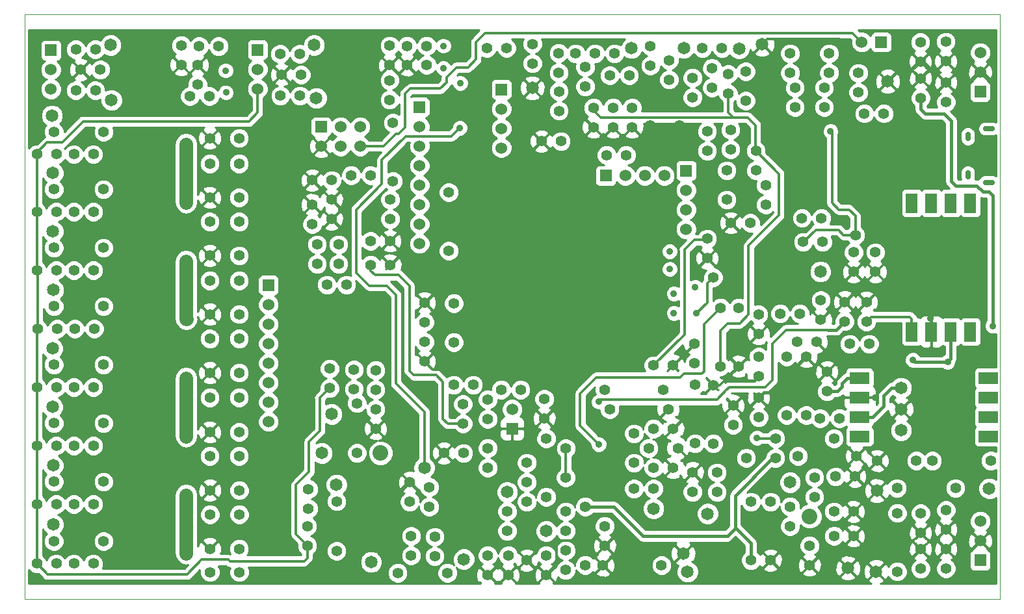
<source format=gbl>
G04 (created by PCBNEW-RS274X (2010-03-14)-final) date Mon 08 Apr 2013 04:17:26 PM EDT*
G01*
G70*
G90*
%MOIN*%
G04 Gerber Fmt 3.4, Leading zero omitted, Abs format*
%FSLAX34Y34*%
G04 APERTURE LIST*
%ADD10C,0.002000*%
%ADD11C,0.001000*%
%ADD12C,0.055000*%
%ADD13R,0.060000X0.060000*%
%ADD14C,0.060000*%
%ADD15C,0.065000*%
%ADD16C,0.080000*%
%ADD17C,0.035000*%
%ADD18R,0.060000X0.100000*%
%ADD19R,0.100000X0.060000*%
%ADD20O,0.029500X0.049200*%
%ADD21O,0.061000X0.027600*%
%ADD22C,0.015000*%
%ADD23C,0.012400*%
%ADD24C,0.070000*%
%ADD25C,0.010000*%
G04 APERTURE END LIST*
G54D10*
G54D11*
X13760Y-39080D02*
X13760Y-09080D01*
X63760Y-39080D02*
X13760Y-39080D01*
X63760Y-09080D02*
X63760Y-39080D01*
X13760Y-09080D02*
X63760Y-09080D01*
G54D12*
X50976Y-19769D03*
X49976Y-19769D03*
X59484Y-31972D03*
X57484Y-31972D03*
X59700Y-37510D03*
X59700Y-36510D03*
X61000Y-37500D03*
X61000Y-36500D03*
X61000Y-34500D03*
X61000Y-35500D03*
X59700Y-34670D03*
X59700Y-35670D03*
X54010Y-36330D03*
X54010Y-37330D03*
X55260Y-35830D03*
X56260Y-35830D03*
X55260Y-34580D03*
X56260Y-34580D03*
X55340Y-32780D03*
X56340Y-32780D03*
X54898Y-28417D03*
X54898Y-27417D03*
X51401Y-29744D03*
X51401Y-28744D03*
X54358Y-25878D03*
X53358Y-25878D03*
X51398Y-27634D03*
X51398Y-26634D03*
X48760Y-20580D03*
X48760Y-21580D03*
X48120Y-25970D03*
X48120Y-26970D03*
X46010Y-27080D03*
X47010Y-27080D03*
X50090Y-30130D03*
X50090Y-29130D03*
X48010Y-33580D03*
X48010Y-32580D03*
X46010Y-32330D03*
X47010Y-32330D03*
X47010Y-30330D03*
X46010Y-30330D03*
X43510Y-35330D03*
X43510Y-36330D03*
X40510Y-36830D03*
X40510Y-37830D03*
X38560Y-36830D03*
X38560Y-37830D03*
X37510Y-36830D03*
X37510Y-37830D03*
X40410Y-29800D03*
X40410Y-28800D03*
X34272Y-26882D03*
X34272Y-25882D03*
X34272Y-23868D03*
X34272Y-24868D03*
X35776Y-23894D03*
X35776Y-25894D03*
X29510Y-17580D03*
X28510Y-17580D03*
X28510Y-18830D03*
X28510Y-19830D03*
X32510Y-21930D03*
X31510Y-21930D03*
X29860Y-21880D03*
X29860Y-20880D03*
X28760Y-21880D03*
X28760Y-20880D03*
X40260Y-15580D03*
X41260Y-15580D03*
X43760Y-12200D03*
X44760Y-12200D03*
X48010Y-12330D03*
X48010Y-13330D03*
X53620Y-19520D03*
X54620Y-19520D03*
X53680Y-20750D03*
X54680Y-20750D03*
X57820Y-14160D03*
X56820Y-14160D03*
G54D13*
X28970Y-14840D03*
G54D14*
X28970Y-15840D03*
X29970Y-14840D03*
X29970Y-15840D03*
X30970Y-14840D03*
X30970Y-15840D03*
G54D13*
X34010Y-13830D03*
G54D14*
X34010Y-14830D03*
X34010Y-15830D03*
X34010Y-16830D03*
X34010Y-17830D03*
X34010Y-18830D03*
X34010Y-19830D03*
X34010Y-20830D03*
G54D13*
X38210Y-12920D03*
G54D14*
X38210Y-13920D03*
X38210Y-14920D03*
X38210Y-15920D03*
G54D13*
X26268Y-22965D03*
G54D14*
X26268Y-23965D03*
X26268Y-24965D03*
X26268Y-25965D03*
X26268Y-26965D03*
X26268Y-27965D03*
X26268Y-28965D03*
X26268Y-29965D03*
X62760Y-36080D03*
X62760Y-35080D03*
G54D13*
X62760Y-37080D03*
X47680Y-17090D03*
G54D14*
X47680Y-18090D03*
X47680Y-19090D03*
X47680Y-20090D03*
G54D13*
X43560Y-17350D03*
G54D14*
X44560Y-17350D03*
X45560Y-17350D03*
X46560Y-17350D03*
G54D13*
X38760Y-30330D03*
G54D14*
X38760Y-29330D03*
G54D15*
X39795Y-12850D03*
X51582Y-10602D03*
X47524Y-36740D03*
X22048Y-18720D03*
G54D12*
X40510Y-33830D03*
X40510Y-30830D03*
X56420Y-31730D03*
X53420Y-31730D03*
X55260Y-30830D03*
X52260Y-30830D03*
X49070Y-28090D03*
X49070Y-31090D03*
X48140Y-31080D03*
X48140Y-28080D03*
X46760Y-29330D03*
X43760Y-29330D03*
X43510Y-28330D03*
X46510Y-28330D03*
X39190Y-28330D03*
X38190Y-28330D03*
G54D15*
X54563Y-22272D03*
G54D12*
X39510Y-37080D03*
X39510Y-34080D03*
X43420Y-37340D03*
X46420Y-37340D03*
X42510Y-37330D03*
X42510Y-34330D03*
X58500Y-37660D03*
X58500Y-34660D03*
X52010Y-37080D03*
X52010Y-34080D03*
X51010Y-34080D03*
X51010Y-37080D03*
X56510Y-13080D03*
X56510Y-12080D03*
G54D15*
X34260Y-32330D03*
X29510Y-29580D03*
G54D16*
X32010Y-31580D03*
G54D12*
X29400Y-27250D03*
X29400Y-28250D03*
X31760Y-29330D03*
X31760Y-30330D03*
X31760Y-27330D03*
X31760Y-28330D03*
X37510Y-28830D03*
X37510Y-29830D03*
X35510Y-21200D03*
X35510Y-18200D03*
X28260Y-35330D03*
X28260Y-36330D03*
X33510Y-34080D03*
X33510Y-33080D03*
X34510Y-34330D03*
X34510Y-33330D03*
G54D15*
X29750Y-33200D03*
G54D12*
X24768Y-33490D03*
X23268Y-33490D03*
X24758Y-36490D03*
X23258Y-36490D03*
X23268Y-34730D03*
X24768Y-34730D03*
X23274Y-37689D03*
X24774Y-37689D03*
X37510Y-32330D03*
X37510Y-31330D03*
X36260Y-31580D03*
X35260Y-31580D03*
X51760Y-17830D03*
X51760Y-18830D03*
X48760Y-16080D03*
X48760Y-15080D03*
X48520Y-10810D03*
X49520Y-10810D03*
X43010Y-11080D03*
X44010Y-11080D03*
G54D15*
X31530Y-37170D03*
X29010Y-31580D03*
G54D12*
X52260Y-31830D03*
X50760Y-31830D03*
X45760Y-31330D03*
X47260Y-31330D03*
X45010Y-30580D03*
X45010Y-32080D03*
X32510Y-19580D03*
X29510Y-19580D03*
X32510Y-18580D03*
X29510Y-18580D03*
X50730Y-13500D03*
X50730Y-12000D03*
X49760Y-17080D03*
X49760Y-18580D03*
X23258Y-28730D03*
X24758Y-28730D03*
X23258Y-31730D03*
X24758Y-31730D03*
X24758Y-21450D03*
X23258Y-21450D03*
X24758Y-24460D03*
X23258Y-24460D03*
X24758Y-27460D03*
X23258Y-27460D03*
X24758Y-30500D03*
X23258Y-30500D03*
X23258Y-22730D03*
X24758Y-22730D03*
X23258Y-25710D03*
X24758Y-25710D03*
X24758Y-18470D03*
X23258Y-18470D03*
X23258Y-19710D03*
X24758Y-19710D03*
X24758Y-15420D03*
X23258Y-15420D03*
X23258Y-16730D03*
X24758Y-16730D03*
G54D15*
X22048Y-15720D03*
X63220Y-33398D03*
X46010Y-34430D03*
X57420Y-37660D03*
X38510Y-33580D03*
X48780Y-34690D03*
X40510Y-35580D03*
X47748Y-37677D03*
G54D16*
X54010Y-34830D03*
G54D15*
X55980Y-37480D03*
X53010Y-33080D03*
X57461Y-33516D03*
G54D12*
X42010Y-11080D03*
G54D15*
X44880Y-10810D03*
X50400Y-10830D03*
X36280Y-37020D03*
G54D12*
X30510Y-17330D03*
X31510Y-17330D03*
G54D15*
X58020Y-12510D03*
X47560Y-10810D03*
G54D12*
X29260Y-22950D03*
X30260Y-22950D03*
X36760Y-28080D03*
X35760Y-28080D03*
X55547Y-29795D03*
X54547Y-29795D03*
X49010Y-12830D03*
X49010Y-11830D03*
X42510Y-12780D03*
X42510Y-11780D03*
X45850Y-11700D03*
X45850Y-10700D03*
X39510Y-32080D03*
X39510Y-33080D03*
X49260Y-32580D03*
X49260Y-33580D03*
X38510Y-35580D03*
X38510Y-34580D03*
X46010Y-33410D03*
X45010Y-33410D03*
X41510Y-34580D03*
X41510Y-35580D03*
X41510Y-37580D03*
X41510Y-36580D03*
X54260Y-32830D03*
X54260Y-33830D03*
X53010Y-35330D03*
X53010Y-34330D03*
X33580Y-35840D03*
X33580Y-36840D03*
X53010Y-11080D03*
X53010Y-12080D03*
X55010Y-11080D03*
X55010Y-12080D03*
X31500Y-20700D03*
X32500Y-20700D03*
G54D13*
X57680Y-10500D03*
G54D14*
X56680Y-10500D03*
G54D12*
X32650Y-14632D03*
X32650Y-17632D03*
X44610Y-16290D03*
X43610Y-16290D03*
X41160Y-13020D03*
X41160Y-14020D03*
X41150Y-12060D03*
X41150Y-11060D03*
X15388Y-16250D03*
X14388Y-16250D03*
X15388Y-19200D03*
X14388Y-19200D03*
X15388Y-22200D03*
X14388Y-22200D03*
X15438Y-25200D03*
X14438Y-25200D03*
X15388Y-28200D03*
X14388Y-28200D03*
X15388Y-31200D03*
X14388Y-31200D03*
X15388Y-34200D03*
X14388Y-34200D03*
X15388Y-37250D03*
X14388Y-37250D03*
X38468Y-10807D03*
X37468Y-10807D03*
X39799Y-11587D03*
X39799Y-10587D03*
X59700Y-13360D03*
X59700Y-12360D03*
X59690Y-10500D03*
X59690Y-11500D03*
X60990Y-10480D03*
X60990Y-11480D03*
X61000Y-13580D03*
X61000Y-12580D03*
G54D14*
X62760Y-12040D03*
X62760Y-11040D03*
G54D13*
X62760Y-13040D03*
G54D12*
X43930Y-14860D03*
X43930Y-13860D03*
X44910Y-14860D03*
X44910Y-13860D03*
X42930Y-14860D03*
X42930Y-13860D03*
X36240Y-30070D03*
X36240Y-29070D03*
X30650Y-27300D03*
X30650Y-28300D03*
X28320Y-34430D03*
X28320Y-33430D03*
X34790Y-35880D03*
X34790Y-36880D03*
X16288Y-16250D03*
X17288Y-16250D03*
X16288Y-19200D03*
X17288Y-19200D03*
X16338Y-25200D03*
X17338Y-25200D03*
X16288Y-22200D03*
X17288Y-22200D03*
X16288Y-31200D03*
X17288Y-31200D03*
X16288Y-28200D03*
X17288Y-28200D03*
X16288Y-37250D03*
X17288Y-37250D03*
X16288Y-34200D03*
X17288Y-34200D03*
X49960Y-16000D03*
X49960Y-15000D03*
X51260Y-16080D03*
X51260Y-17080D03*
X54760Y-12840D03*
X54760Y-13840D03*
X53260Y-12840D03*
X53260Y-13840D03*
X60295Y-31976D03*
X63295Y-31976D03*
X58488Y-33382D03*
X61488Y-33382D03*
G54D15*
X22048Y-27720D03*
X22048Y-30720D03*
X22048Y-33720D03*
X22048Y-36720D03*
X22058Y-24700D03*
X22048Y-21720D03*
G54D12*
X51390Y-24470D03*
X51390Y-25470D03*
X54580Y-23740D03*
X54580Y-24740D03*
X50370Y-27130D03*
X50370Y-24130D03*
X49450Y-24130D03*
X49450Y-27130D03*
X52500Y-24420D03*
X53500Y-24420D03*
X53831Y-26638D03*
X53831Y-29638D03*
X52838Y-29634D03*
X52838Y-26634D03*
X15263Y-15100D03*
X17813Y-15100D03*
X15263Y-18050D03*
X17813Y-18050D03*
X15263Y-21050D03*
X17813Y-21050D03*
X15263Y-24050D03*
X17813Y-24050D03*
X15263Y-27050D03*
X17813Y-27050D03*
X15263Y-30050D03*
X17813Y-30050D03*
X32895Y-37730D03*
X35445Y-37730D03*
X15263Y-33050D03*
X17813Y-33050D03*
X15263Y-36100D03*
X17813Y-36100D03*
X29760Y-36605D03*
X29760Y-34055D03*
X30800Y-29025D03*
X30800Y-31575D03*
X49840Y-12140D03*
X49840Y-13140D03*
X46810Y-11420D03*
X46810Y-12420D03*
G54D17*
X46838Y-21232D03*
X46842Y-22142D03*
X43200Y-31130D03*
G54D12*
X56272Y-22283D03*
X56272Y-21283D03*
X55807Y-24827D03*
X55807Y-23827D03*
X56925Y-24835D03*
X56925Y-23835D03*
X57386Y-22283D03*
X57386Y-21283D03*
X26941Y-12165D03*
X27941Y-12165D03*
X57063Y-25980D03*
X56063Y-25980D03*
X26862Y-11102D03*
X27862Y-11102D03*
X26882Y-13248D03*
X27882Y-13248D03*
X32480Y-10681D03*
X32480Y-11681D03*
X33378Y-11673D03*
X34378Y-11673D03*
X34378Y-10689D03*
X33378Y-10689D03*
X32480Y-13453D03*
X32480Y-12453D03*
G54D13*
X25709Y-10890D03*
G54D14*
X25709Y-11890D03*
X25709Y-12890D03*
G54D15*
X15228Y-35240D03*
X15228Y-32213D03*
X15197Y-29213D03*
X15197Y-26213D03*
X15244Y-23213D03*
X15213Y-20209D03*
X15213Y-17209D03*
X15173Y-14268D03*
G54D17*
X35236Y-10689D03*
X35236Y-11831D03*
G54D12*
X16646Y-11909D03*
X17646Y-11909D03*
X23713Y-10709D03*
X22713Y-10709D03*
X23244Y-13268D03*
X22244Y-13268D03*
X21791Y-10661D03*
X21791Y-11661D03*
X22630Y-11673D03*
X22630Y-12673D03*
X16390Y-10866D03*
X17390Y-10866D03*
X17390Y-12972D03*
X16390Y-12972D03*
G54D13*
X15118Y-10909D03*
G54D14*
X15118Y-11909D03*
X15118Y-12909D03*
G54D15*
X18177Y-10646D03*
X18220Y-13476D03*
X28602Y-10650D03*
X28720Y-13366D03*
G54D17*
X24071Y-11953D03*
X24091Y-13079D03*
G54D15*
X58701Y-30413D03*
X58701Y-29331D03*
X58701Y-28228D03*
G54D17*
X47050Y-23400D03*
X47050Y-24400D03*
X48150Y-23070D03*
X48210Y-24410D03*
X36100Y-12600D03*
X36080Y-14900D03*
G54D18*
X62252Y-25355D03*
X61252Y-25355D03*
X60252Y-25355D03*
X59252Y-25355D03*
X59252Y-18755D03*
X60252Y-18755D03*
X61252Y-18755D03*
X62252Y-18755D03*
G54D19*
X56574Y-30728D03*
X56574Y-29728D03*
X56574Y-28728D03*
X56574Y-27728D03*
X63174Y-27728D03*
X63174Y-28728D03*
X63174Y-29728D03*
X63174Y-30728D03*
G54D20*
X62126Y-17299D03*
X62126Y-15331D03*
G54D21*
X63189Y-17693D03*
X63189Y-14937D03*
G54D17*
X43209Y-28949D03*
G54D12*
X41510Y-32830D03*
X41516Y-31339D03*
G54D17*
X60193Y-24677D03*
X57358Y-28724D03*
X61024Y-31319D03*
G54D12*
X47350Y-14780D03*
X45830Y-14780D03*
G54D17*
X55083Y-15071D03*
G54D12*
X56358Y-20394D03*
X49070Y-22570D03*
G54D17*
X59311Y-26807D03*
X61090Y-26898D03*
X51311Y-30795D03*
X63398Y-25059D03*
G54D22*
X54961Y-25256D02*
X55378Y-25256D01*
X55378Y-25256D02*
X55807Y-24827D01*
G54D23*
X49894Y-28197D02*
X51732Y-28197D01*
X52791Y-25256D02*
X54961Y-25256D01*
X52094Y-25953D02*
X52791Y-25256D01*
X52094Y-27835D02*
X52094Y-25953D01*
X51732Y-28197D02*
X52094Y-27835D01*
X43209Y-28949D02*
X43316Y-28842D01*
X43316Y-28842D02*
X49256Y-28842D01*
X49256Y-28842D02*
X49752Y-28346D01*
X49752Y-28339D02*
X49894Y-28197D01*
X49752Y-28346D02*
X49752Y-28339D01*
X41516Y-32824D02*
X41516Y-31339D01*
X41510Y-32830D02*
X41516Y-32824D01*
X60193Y-24677D02*
X60252Y-24736D01*
X60252Y-24736D02*
X60252Y-25355D01*
X56574Y-28728D02*
X57354Y-28728D01*
X57354Y-28728D02*
X57358Y-28724D01*
X58117Y-31339D02*
X57484Y-31972D01*
X61004Y-31339D02*
X58117Y-31339D01*
X61024Y-31319D02*
X61004Y-31339D01*
G54D22*
X51401Y-28744D02*
X51413Y-28744D01*
X53826Y-26638D02*
X53831Y-26638D01*
X53421Y-27043D02*
X53826Y-26638D01*
X53421Y-27170D02*
X53421Y-27043D01*
X52119Y-28472D02*
X53421Y-27170D01*
X51685Y-28472D02*
X52119Y-28472D01*
X51413Y-28744D02*
X51685Y-28472D01*
X51398Y-27634D02*
X51381Y-27634D01*
X49882Y-27618D02*
X50370Y-27130D01*
X49882Y-27760D02*
X49882Y-27618D01*
X49976Y-27854D02*
X49882Y-27760D01*
X51161Y-27854D02*
X49976Y-27854D01*
X51381Y-27634D02*
X51161Y-27854D01*
G54D23*
X49070Y-28090D02*
X49410Y-28090D01*
X49410Y-28090D02*
X50370Y-27130D01*
X45830Y-14780D02*
X47350Y-14780D01*
X33510Y-33080D02*
X33430Y-33080D01*
X35727Y-34553D02*
X35727Y-33860D01*
X35270Y-35010D02*
X35727Y-34553D01*
X33190Y-35010D02*
X35270Y-35010D01*
X32850Y-34670D02*
X33190Y-35010D01*
X32850Y-33660D02*
X32850Y-34670D01*
X33430Y-33080D02*
X32850Y-33660D01*
X34272Y-26882D02*
X34279Y-26882D01*
X41127Y-29083D02*
X40410Y-29800D01*
X41127Y-27987D02*
X41127Y-29083D01*
X40452Y-27312D02*
X41127Y-27987D01*
X34709Y-27312D02*
X40452Y-27312D01*
X34279Y-26882D02*
X34709Y-27312D01*
X28510Y-18830D02*
X28510Y-18838D01*
X29129Y-19199D02*
X29510Y-19580D01*
X28871Y-19199D02*
X29129Y-19199D01*
X28510Y-18838D02*
X28871Y-19199D01*
X59690Y-11500D02*
X59614Y-11500D01*
X51843Y-10341D02*
X51582Y-10602D01*
X55526Y-10341D02*
X51843Y-10341D01*
X55856Y-10671D02*
X55526Y-10341D01*
X55856Y-10956D02*
X55856Y-10671D01*
X56207Y-11307D02*
X55856Y-10956D01*
X58197Y-11307D02*
X56207Y-11307D01*
X58887Y-11997D02*
X58197Y-11307D01*
X59117Y-11997D02*
X58887Y-11997D01*
X59614Y-11500D02*
X59117Y-11997D01*
X59700Y-12360D02*
X59685Y-12360D01*
X58520Y-12010D02*
X58020Y-12510D01*
X59335Y-12010D02*
X58520Y-12010D01*
X59685Y-12360D02*
X59335Y-12010D01*
X59690Y-11500D02*
X59862Y-11500D01*
X60047Y-12013D02*
X59700Y-12360D01*
X60375Y-12013D02*
X60047Y-12013D01*
X59862Y-11500D02*
X60375Y-12013D01*
X62760Y-12040D02*
X62679Y-12040D01*
X60990Y-11481D02*
X60990Y-11480D01*
X62100Y-12591D02*
X60990Y-11481D01*
X62100Y-12619D02*
X62100Y-12591D01*
X62679Y-12040D02*
X62100Y-12619D01*
X62760Y-12040D02*
X62893Y-12040D01*
X62271Y-13851D02*
X61000Y-12580D01*
X63346Y-13851D02*
X62271Y-13851D01*
X63472Y-13725D02*
X63346Y-13851D01*
X63472Y-12619D02*
X63472Y-13725D01*
X62893Y-12040D02*
X63472Y-12619D01*
X40510Y-37830D02*
X40510Y-37814D01*
X43053Y-35873D02*
X43510Y-36330D01*
X42577Y-35873D02*
X43053Y-35873D01*
X42374Y-36076D02*
X42577Y-35873D01*
X41100Y-36076D02*
X42374Y-36076D01*
X41037Y-36139D02*
X41100Y-36076D01*
X41037Y-37287D02*
X41037Y-36139D01*
X40510Y-37814D02*
X41037Y-37287D01*
X38560Y-37830D02*
X38560Y-37845D01*
X40096Y-38244D02*
X40510Y-37830D01*
X38959Y-38244D02*
X40096Y-38244D01*
X38560Y-37845D02*
X38959Y-38244D01*
X40510Y-37830D02*
X40580Y-37830D01*
X40580Y-37830D02*
X40985Y-38235D01*
X40985Y-38235D02*
X42546Y-38235D01*
X42546Y-38235D02*
X43420Y-37361D01*
X43420Y-37361D02*
X43420Y-37340D01*
X39510Y-37080D02*
X39510Y-37098D01*
X39510Y-37098D02*
X39864Y-37452D01*
X39864Y-37452D02*
X40132Y-37452D01*
X40132Y-37452D02*
X40510Y-37830D01*
X39510Y-37080D02*
X39081Y-36651D01*
X39081Y-36651D02*
X39081Y-36498D01*
X39081Y-36498D02*
X38847Y-36264D01*
X38847Y-36264D02*
X38131Y-36264D01*
X38131Y-36264D02*
X35727Y-33860D01*
X35727Y-32047D02*
X35260Y-31580D01*
X35727Y-33860D02*
X35727Y-32047D01*
X38560Y-37830D02*
X38560Y-37824D01*
X39139Y-37451D02*
X39510Y-37080D01*
X38933Y-37451D02*
X39139Y-37451D01*
X38560Y-37824D02*
X38933Y-37451D01*
X37510Y-37830D02*
X37550Y-37830D01*
X38173Y-38217D02*
X38560Y-37830D01*
X37937Y-38217D02*
X38173Y-38217D01*
X37550Y-37830D02*
X37937Y-38217D01*
X56358Y-20394D02*
X56358Y-19413D01*
X55157Y-15145D02*
X55083Y-15071D01*
X55157Y-18751D02*
X55157Y-15145D01*
X55493Y-19087D02*
X55157Y-18751D01*
X56032Y-19087D02*
X55493Y-19087D01*
X56358Y-19413D02*
X56032Y-19087D01*
X53680Y-20750D02*
X53718Y-20750D01*
X55749Y-20394D02*
X56358Y-20394D01*
X55493Y-20138D02*
X55749Y-20394D01*
X54330Y-20138D02*
X55493Y-20138D01*
X53718Y-20750D02*
X54330Y-20138D01*
X48760Y-23860D02*
X48210Y-24410D01*
X48760Y-22880D02*
X48760Y-23860D01*
X49070Y-22570D02*
X48760Y-22880D01*
G54D24*
X22048Y-15720D02*
X22048Y-18720D01*
X22048Y-21720D02*
X22048Y-24690D01*
X22048Y-24690D02*
X22058Y-24700D01*
X22048Y-33720D02*
X22048Y-36720D01*
X22048Y-27720D02*
X22048Y-30720D01*
G54D23*
X49450Y-24130D02*
X49429Y-24130D01*
X42244Y-30174D02*
X43200Y-31130D01*
X42244Y-28520D02*
X42244Y-30174D01*
X43075Y-27689D02*
X42244Y-28520D01*
X47378Y-27689D02*
X43075Y-27689D01*
X47559Y-27508D02*
X47378Y-27689D01*
X48480Y-27508D02*
X47559Y-27508D01*
X48590Y-27398D02*
X48480Y-27508D01*
X48590Y-24969D02*
X48590Y-27398D01*
X49429Y-24130D02*
X48590Y-24969D01*
G54D22*
X56574Y-29728D02*
X57244Y-29728D01*
X57244Y-29728D02*
X57819Y-29153D01*
X57819Y-29153D02*
X57819Y-28630D01*
X57819Y-28630D02*
X58221Y-28228D01*
X58221Y-28228D02*
X58701Y-28228D01*
X61252Y-25355D02*
X61252Y-26736D01*
X61252Y-26736D02*
X61090Y-26898D01*
X59421Y-26917D02*
X59311Y-26807D01*
X61071Y-26917D02*
X59421Y-26917D01*
X61090Y-26898D02*
X61071Y-26917D01*
G54D23*
X51311Y-30795D02*
X51346Y-30830D01*
X51346Y-30830D02*
X52260Y-30830D01*
X49840Y-13140D02*
X49840Y-14110D01*
X49840Y-14110D02*
X50090Y-14360D01*
X49450Y-27130D02*
X49450Y-25290D01*
X49450Y-25290D02*
X49810Y-24930D01*
X49810Y-24930D02*
X50430Y-24930D01*
X50430Y-24930D02*
X50880Y-24480D01*
X50880Y-24480D02*
X50880Y-20940D01*
X50880Y-20940D02*
X52440Y-19380D01*
X52440Y-19380D02*
X52440Y-17260D01*
X52440Y-17260D02*
X51260Y-16080D01*
X42930Y-13860D02*
X42930Y-13990D01*
X42930Y-13990D02*
X43300Y-14360D01*
X43300Y-14360D02*
X50090Y-14360D01*
X50090Y-14360D02*
X50840Y-14360D01*
X50840Y-14360D02*
X51240Y-14760D01*
X51240Y-14760D02*
X51240Y-16060D01*
X51240Y-16060D02*
X51260Y-16080D01*
G54D22*
X50190Y-35440D02*
X50220Y-35410D01*
X51010Y-37080D02*
X51010Y-36200D01*
X51010Y-36200D02*
X50220Y-35410D01*
X52260Y-31830D02*
X52120Y-31830D01*
X49790Y-35840D02*
X50190Y-35440D01*
X45470Y-35840D02*
X49790Y-35840D01*
X43960Y-34330D02*
X45470Y-35840D01*
X42510Y-34330D02*
X43960Y-34330D01*
X52120Y-31830D02*
X50190Y-33760D01*
X50190Y-33760D02*
X50190Y-35440D01*
G54D23*
X25709Y-12890D02*
X25709Y-14114D01*
X14388Y-16183D02*
X14388Y-16250D01*
X14921Y-15650D02*
X14388Y-16183D01*
X15689Y-15650D02*
X14921Y-15650D01*
X16772Y-14567D02*
X15689Y-15650D01*
X25256Y-14567D02*
X16772Y-14567D01*
X25709Y-14114D02*
X25256Y-14567D01*
X24288Y-37150D02*
X24296Y-37150D01*
X14938Y-37800D02*
X22088Y-37800D01*
X22088Y-37800D02*
X22838Y-37050D01*
X22838Y-37050D02*
X24188Y-37050D01*
X24188Y-37050D02*
X24288Y-37150D01*
X14388Y-37250D02*
X14938Y-37800D01*
X28260Y-36956D02*
X28260Y-36330D01*
X28090Y-37126D02*
X28260Y-36956D01*
X24320Y-37126D02*
X28090Y-37126D01*
X24296Y-37150D02*
X24320Y-37126D01*
X28350Y-32500D02*
X28350Y-32543D01*
X28350Y-32500D02*
X28350Y-31000D01*
X28350Y-31000D02*
X28900Y-30450D01*
X28900Y-30450D02*
X28900Y-28750D01*
X29400Y-28250D02*
X28900Y-28750D01*
X27677Y-35747D02*
X28260Y-36330D01*
X27677Y-33216D02*
X27677Y-35747D01*
X28350Y-32543D02*
X27677Y-33216D01*
X14388Y-19200D02*
X14388Y-22200D01*
X14388Y-16250D02*
X14388Y-19200D01*
X14438Y-25200D02*
X14438Y-22250D01*
X14438Y-22250D02*
X14388Y-22200D01*
X14388Y-28200D02*
X14388Y-25250D01*
X14388Y-25250D02*
X14438Y-25200D01*
X14388Y-31200D02*
X14388Y-28200D01*
X14388Y-34200D02*
X14388Y-31200D01*
X14388Y-37250D02*
X14388Y-34200D01*
X34260Y-32330D02*
X34260Y-29470D01*
X35650Y-15330D02*
X36080Y-14900D01*
X33290Y-15330D02*
X35650Y-15330D01*
X32080Y-16540D02*
X33290Y-15330D01*
X32080Y-17780D02*
X32080Y-16540D01*
X30770Y-19090D02*
X32080Y-17780D01*
X30770Y-22330D02*
X30770Y-19090D01*
X31430Y-22990D02*
X30770Y-22330D01*
X32330Y-22990D02*
X31430Y-22990D01*
X32800Y-23460D02*
X32330Y-22990D01*
X32800Y-28010D02*
X32800Y-23460D01*
X34260Y-29470D02*
X32800Y-28010D01*
X30970Y-15840D02*
X32172Y-15840D01*
X37618Y-10039D02*
X37618Y-10040D01*
X37363Y-10039D02*
X37618Y-10039D01*
X36909Y-10493D02*
X37363Y-10039D01*
X36909Y-11378D02*
X36909Y-10493D01*
X36496Y-11791D02*
X36909Y-11378D01*
X35905Y-11791D02*
X36496Y-11791D01*
X35394Y-12302D02*
X35905Y-11791D01*
X35394Y-12559D02*
X35394Y-12302D01*
X35079Y-12874D02*
X35394Y-12559D01*
X33543Y-12874D02*
X35079Y-12874D01*
X33268Y-13149D02*
X33543Y-12874D01*
X33268Y-14882D02*
X33268Y-13149D01*
X32953Y-15197D02*
X33268Y-14882D01*
X32815Y-15197D02*
X32953Y-15197D01*
X32172Y-15840D02*
X32815Y-15197D01*
X48760Y-20580D02*
X48570Y-20580D01*
X47600Y-25490D02*
X46010Y-27080D01*
X47600Y-21150D02*
X47600Y-25490D01*
X48100Y-20650D02*
X47600Y-21150D01*
X48500Y-20650D02*
X48100Y-20650D01*
X48570Y-20580D02*
X48500Y-20650D01*
X33490Y-24210D02*
X33490Y-22990D01*
X31510Y-22220D02*
X31510Y-21930D01*
X31740Y-22450D02*
X31510Y-22220D01*
X32950Y-22450D02*
X31740Y-22450D01*
X33490Y-22990D02*
X32950Y-22450D01*
X36240Y-30070D02*
X35460Y-30070D01*
X33490Y-27360D02*
X33490Y-24210D01*
X33710Y-27580D02*
X33490Y-27360D01*
X34880Y-27580D02*
X33710Y-27580D01*
X35220Y-27920D02*
X34880Y-27580D01*
X35220Y-29830D02*
X35220Y-27920D01*
X35460Y-30070D02*
X35220Y-29830D01*
X56220Y-10040D02*
X56680Y-10500D01*
X37618Y-10040D02*
X56220Y-10040D01*
G54D22*
X61272Y-17567D02*
X61272Y-17634D01*
X62889Y-18169D02*
X63208Y-18169D01*
X62582Y-17862D02*
X62889Y-18169D01*
X61500Y-17862D02*
X62582Y-17862D01*
X61272Y-17634D02*
X61500Y-17862D01*
X63398Y-18654D02*
X63398Y-18359D01*
X61272Y-17567D02*
X61272Y-17453D01*
X63398Y-18359D02*
X63208Y-18169D01*
X59700Y-13949D02*
X59700Y-13360D01*
X59924Y-14173D02*
X59700Y-13949D01*
X60921Y-14173D02*
X59924Y-14173D01*
X61272Y-14524D02*
X60921Y-14173D01*
X61272Y-17453D02*
X61272Y-14524D01*
X63398Y-18654D02*
X63398Y-25059D01*
G54D23*
X59252Y-25355D02*
X59252Y-24705D01*
X57169Y-24591D02*
X56925Y-24835D01*
X59138Y-24591D02*
X57169Y-24591D01*
X59252Y-24705D02*
X59138Y-24591D01*
G54D22*
X56574Y-27728D02*
X55949Y-27728D01*
X55437Y-28417D02*
X54898Y-28417D01*
X55681Y-28173D02*
X55437Y-28417D01*
X55681Y-27996D02*
X55681Y-28173D01*
X55949Y-27728D02*
X55681Y-27996D01*
G54D25*
X37080Y-09879D02*
X37080Y-09879D01*
X56501Y-09879D02*
X56501Y-09879D01*
X13965Y-09959D02*
X37001Y-09959D01*
X56809Y-09959D02*
X57312Y-09959D01*
X58050Y-09959D02*
X60877Y-09959D01*
X61105Y-09959D02*
X63555Y-09959D01*
X13965Y-10039D02*
X36921Y-10039D01*
X56995Y-10039D02*
X57189Y-10039D01*
X58171Y-10039D02*
X59432Y-10039D01*
X59950Y-10039D02*
X60689Y-10039D01*
X61292Y-10039D02*
X63555Y-10039D01*
X13965Y-10119D02*
X17947Y-10119D01*
X18408Y-10119D02*
X28382Y-10119D01*
X28823Y-10119D02*
X36841Y-10119D01*
X57075Y-10119D02*
X57144Y-10119D01*
X58216Y-10119D02*
X59329Y-10119D01*
X60052Y-10119D02*
X60609Y-10119D01*
X61372Y-10119D02*
X63555Y-10119D01*
X13965Y-10199D02*
X17811Y-10199D01*
X18543Y-10199D02*
X21536Y-10199D01*
X22048Y-10199D02*
X22573Y-10199D01*
X22855Y-10199D02*
X23573Y-10199D01*
X23855Y-10199D02*
X28240Y-10199D01*
X28964Y-10199D02*
X32273Y-10199D01*
X32689Y-10199D02*
X33190Y-10199D01*
X33568Y-10199D02*
X34190Y-10199D01*
X34568Y-10199D02*
X36761Y-10199D01*
X58229Y-10199D02*
X59249Y-10199D01*
X60132Y-10199D02*
X60538Y-10199D01*
X61442Y-10199D02*
X63555Y-10199D01*
X13965Y-10279D02*
X17731Y-10279D01*
X18623Y-10279D02*
X21431Y-10279D01*
X22152Y-10279D02*
X22401Y-10279D01*
X23026Y-10279D02*
X23401Y-10279D01*
X24026Y-10279D02*
X28160Y-10279D01*
X29044Y-10279D02*
X32140Y-10279D01*
X32821Y-10279D02*
X33046Y-10279D01*
X33711Y-10279D02*
X34046Y-10279D01*
X34711Y-10279D02*
X35116Y-10279D01*
X35357Y-10279D02*
X36684Y-10279D01*
X58229Y-10279D02*
X59214Y-10279D01*
X60167Y-10279D02*
X60505Y-10279D01*
X61475Y-10279D02*
X63555Y-10279D01*
X13965Y-10359D02*
X16243Y-10359D01*
X16539Y-10359D02*
X17243Y-10359D01*
X17539Y-10359D02*
X17674Y-10359D01*
X18681Y-10359D02*
X21351Y-10359D01*
X22232Y-10359D02*
X22321Y-10359D01*
X23106Y-10359D02*
X23321Y-10359D01*
X24106Y-10359D02*
X25317Y-10359D01*
X26103Y-10359D02*
X28101Y-10359D01*
X29105Y-10359D02*
X32060Y-10359D01*
X32901Y-10359D02*
X32966Y-10359D01*
X33791Y-10359D02*
X33966Y-10359D01*
X34791Y-10359D02*
X34965Y-10359D01*
X35507Y-10359D02*
X36631Y-10359D01*
X38759Y-10359D02*
X39324Y-10359D01*
X40273Y-10359D02*
X44518Y-10359D01*
X51807Y-10359D02*
X51808Y-10359D01*
X52197Y-10359D02*
X56097Y-10359D01*
X58229Y-10359D02*
X59180Y-10359D01*
X60200Y-10359D02*
X60472Y-10359D01*
X61508Y-10359D02*
X63555Y-10359D01*
X13965Y-10439D02*
X14636Y-10439D01*
X15600Y-10439D02*
X16075Y-10439D01*
X16706Y-10439D02*
X17075Y-10439D01*
X18714Y-10439D02*
X21315Y-10439D01*
X23170Y-10439D02*
X23257Y-10439D01*
X24170Y-10439D02*
X25208Y-10439D01*
X26210Y-10439D02*
X28068Y-10439D01*
X29138Y-10439D02*
X32012Y-10439D01*
X33843Y-10439D02*
X33913Y-10439D01*
X34843Y-10439D02*
X34885Y-10439D01*
X35587Y-10439D02*
X36608Y-10439D01*
X38843Y-10439D02*
X39292Y-10439D01*
X40306Y-10439D02*
X44438Y-10439D01*
X51727Y-10439D02*
X51728Y-10439D01*
X52229Y-10439D02*
X56131Y-10439D01*
X58229Y-10439D02*
X59165Y-10439D01*
X60215Y-10439D02*
X60465Y-10439D01*
X61515Y-10439D02*
X63555Y-10439D01*
X13965Y-10519D02*
X14586Y-10519D01*
X15651Y-10519D02*
X15995Y-10519D01*
X16786Y-10519D02*
X16995Y-10519D01*
X18747Y-10519D02*
X21282Y-10519D01*
X23202Y-10519D02*
X23223Y-10519D01*
X24203Y-10519D02*
X25169Y-10519D01*
X26249Y-10519D02*
X28034Y-10519D01*
X29170Y-10519D02*
X31979Y-10519D01*
X33875Y-10519D02*
X33880Y-10519D01*
X35626Y-10519D02*
X36597Y-10519D01*
X38917Y-10519D02*
X39274Y-10519D01*
X40324Y-10519D02*
X44379Y-10519D01*
X51647Y-10519D02*
X51648Y-10519D01*
X52245Y-10519D02*
X56131Y-10519D01*
X58229Y-10519D02*
X59165Y-10519D01*
X60215Y-10519D02*
X60465Y-10519D01*
X61515Y-10519D02*
X62584Y-10519D01*
X62937Y-10519D02*
X63555Y-10519D01*
X13965Y-10599D02*
X14569Y-10599D01*
X15667Y-10599D02*
X15933Y-10599D01*
X16848Y-10599D02*
X16932Y-10599D01*
X18752Y-10599D02*
X21266Y-10599D01*
X24236Y-10599D02*
X25160Y-10599D01*
X26258Y-10599D02*
X26705Y-10599D01*
X27021Y-10599D02*
X27705Y-10599D01*
X28022Y-10599D02*
X28027Y-10599D01*
X29177Y-10599D02*
X31955Y-10599D01*
X35659Y-10599D02*
X36597Y-10599D01*
X38950Y-10599D02*
X39274Y-10599D01*
X40324Y-10599D02*
X40892Y-10599D01*
X41410Y-10599D02*
X41800Y-10599D01*
X42222Y-10599D02*
X42800Y-10599D01*
X43222Y-10599D02*
X43800Y-10599D01*
X44222Y-10599D02*
X44345Y-10599D01*
X51568Y-10599D02*
X51596Y-10599D01*
X52243Y-10599D02*
X52800Y-10599D01*
X53222Y-10599D02*
X54800Y-10599D01*
X55222Y-10599D02*
X56131Y-10599D01*
X58229Y-10599D02*
X59165Y-10599D01*
X60215Y-10599D02*
X60471Y-10599D01*
X61509Y-10599D02*
X62425Y-10599D01*
X63095Y-10599D02*
X63555Y-10599D01*
X13965Y-10679D02*
X14569Y-10679D01*
X15667Y-10679D02*
X15899Y-10679D01*
X16880Y-10679D02*
X16899Y-10679D01*
X18752Y-10679D02*
X21266Y-10679D01*
X24238Y-10679D02*
X25160Y-10679D01*
X26258Y-10679D02*
X26543Y-10679D01*
X27182Y-10679D02*
X27543Y-10679D01*
X29177Y-10679D02*
X31955Y-10679D01*
X35661Y-10679D02*
X36597Y-10679D01*
X38984Y-10679D02*
X39274Y-10679D01*
X40324Y-10679D02*
X40789Y-10679D01*
X41512Y-10679D02*
X41669Y-10679D01*
X42352Y-10679D02*
X42669Y-10679D01*
X43352Y-10679D02*
X43669Y-10679D01*
X51488Y-10679D02*
X51522Y-10679D01*
X51642Y-10679D02*
X51676Y-10679D01*
X52241Y-10679D02*
X52669Y-10679D01*
X53352Y-10679D02*
X54669Y-10679D01*
X55352Y-10679D02*
X56160Y-10679D01*
X58229Y-10679D02*
X59196Y-10679D01*
X60184Y-10679D02*
X60504Y-10679D01*
X61476Y-10679D02*
X62345Y-10679D01*
X63175Y-10679D02*
X63555Y-10679D01*
X13965Y-10759D02*
X14569Y-10759D01*
X15667Y-10759D02*
X15866Y-10759D01*
X18752Y-10759D02*
X21266Y-10759D01*
X24238Y-10759D02*
X25160Y-10759D01*
X26258Y-10759D02*
X26463Y-10759D01*
X27262Y-10759D02*
X27463Y-10759D01*
X29177Y-10759D02*
X31955Y-10759D01*
X35661Y-10759D02*
X36597Y-10759D01*
X38993Y-10759D02*
X39302Y-10759D01*
X40296Y-10759D02*
X40709Y-10759D01*
X42432Y-10759D02*
X42589Y-10759D01*
X43432Y-10759D02*
X43589Y-10759D01*
X51408Y-10759D02*
X51442Y-10759D01*
X51722Y-10759D02*
X51756Y-10759D01*
X52235Y-10759D02*
X52589Y-10759D01*
X53432Y-10759D02*
X54589Y-10759D01*
X55432Y-10759D02*
X56193Y-10759D01*
X58229Y-10759D02*
X59229Y-10759D01*
X60151Y-10759D02*
X60537Y-10759D01*
X61442Y-10759D02*
X62283Y-10759D01*
X63238Y-10759D02*
X63555Y-10759D01*
X13965Y-10839D02*
X14569Y-10839D01*
X15667Y-10839D02*
X15865Y-10839D01*
X18719Y-10839D02*
X21296Y-10839D01*
X24227Y-10839D02*
X25160Y-10839D01*
X26258Y-10839D02*
X26403Y-10839D01*
X27321Y-10839D02*
X27403Y-10839D01*
X29146Y-10839D02*
X31977Y-10839D01*
X35633Y-10839D02*
X36597Y-10839D01*
X38993Y-10839D02*
X39335Y-10839D01*
X40263Y-10839D02*
X40674Y-10839D01*
X42478Y-10839D02*
X42541Y-10839D01*
X43478Y-10839D02*
X43541Y-10839D01*
X51328Y-10839D02*
X51362Y-10839D01*
X51802Y-10839D02*
X51836Y-10839D01*
X52199Y-10839D02*
X52542Y-10839D01*
X53479Y-10839D02*
X54542Y-10839D01*
X55479Y-10839D02*
X56243Y-10839D01*
X57117Y-10839D02*
X57131Y-10839D01*
X58229Y-10839D02*
X59286Y-10839D01*
X60093Y-10839D02*
X60606Y-10839D01*
X61373Y-10839D02*
X62250Y-10839D01*
X63271Y-10839D02*
X63555Y-10839D01*
X13965Y-10919D02*
X14569Y-10919D01*
X15667Y-10919D02*
X15865Y-10919D01*
X18686Y-10919D02*
X21329Y-10919D01*
X23194Y-10919D02*
X23232Y-10919D01*
X24194Y-10919D02*
X25160Y-10919D01*
X26258Y-10919D02*
X26370Y-10919D01*
X27354Y-10919D02*
X27369Y-10919D01*
X29112Y-10919D02*
X32010Y-10919D01*
X33850Y-10919D02*
X33905Y-10919D01*
X34851Y-10919D02*
X34870Y-10919D01*
X35600Y-10919D02*
X36597Y-10919D01*
X38990Y-10919D02*
X39388Y-10919D01*
X40209Y-10919D02*
X40640Y-10919D01*
X50975Y-10919D02*
X50995Y-10919D01*
X51248Y-10919D02*
X51282Y-10919D01*
X51882Y-10919D02*
X51916Y-10919D01*
X52164Y-10919D02*
X52509Y-10919D01*
X53512Y-10919D02*
X54509Y-10919D01*
X55512Y-10919D02*
X56323Y-10919D01*
X57037Y-10919D02*
X57159Y-10919D01*
X58200Y-10919D02*
X59366Y-10919D01*
X60013Y-10919D02*
X60686Y-10919D01*
X61293Y-10919D02*
X62216Y-10919D01*
X63305Y-10919D02*
X63555Y-10919D01*
X13965Y-10999D02*
X14569Y-10999D01*
X15667Y-10999D02*
X15877Y-10999D01*
X18637Y-10999D02*
X21386Y-10999D01*
X23161Y-10999D02*
X23265Y-10999D01*
X24161Y-10999D02*
X25160Y-10999D01*
X26258Y-10999D02*
X26337Y-10999D01*
X29066Y-10999D02*
X32055Y-10999D01*
X32904Y-10999D02*
X32945Y-10999D01*
X33810Y-10999D02*
X33945Y-10999D01*
X34810Y-10999D02*
X34945Y-10999D01*
X35527Y-10999D02*
X36597Y-10999D01*
X37956Y-10999D02*
X37979Y-10999D01*
X38956Y-10999D02*
X39468Y-10999D01*
X40129Y-10999D02*
X40625Y-10999D01*
X49009Y-10999D02*
X49030Y-10999D01*
X50952Y-10999D02*
X51094Y-10999D01*
X51168Y-10999D02*
X51202Y-10999D01*
X51962Y-10999D02*
X51996Y-10999D01*
X52070Y-10999D02*
X52485Y-10999D01*
X53535Y-10999D02*
X54485Y-10999D01*
X55535Y-10999D02*
X56450Y-10999D01*
X56909Y-10999D02*
X57227Y-10999D01*
X58133Y-10999D02*
X59332Y-10999D01*
X60049Y-10999D02*
X60630Y-10999D01*
X61351Y-10999D02*
X62211Y-10999D01*
X63309Y-10999D02*
X63555Y-10999D01*
X13965Y-11079D02*
X14569Y-11079D01*
X15667Y-11079D02*
X15910Y-11079D01*
X16869Y-11079D02*
X16910Y-11079D01*
X18557Y-11079D02*
X21466Y-11079D01*
X23085Y-11079D02*
X23340Y-11079D01*
X24085Y-11079D02*
X25160Y-11079D01*
X26258Y-11079D02*
X26337Y-11079D01*
X28986Y-11079D02*
X32135Y-11079D01*
X32824Y-11079D02*
X33025Y-11079D01*
X33730Y-11079D02*
X34025Y-11079D01*
X34730Y-11079D02*
X35067Y-11079D01*
X35405Y-11079D02*
X36597Y-11079D01*
X37923Y-11079D02*
X38012Y-11079D01*
X38923Y-11079D02*
X39614Y-11079D01*
X39980Y-11079D02*
X40625Y-11079D01*
X45390Y-11079D02*
X45486Y-11079D01*
X48976Y-11079D02*
X49063Y-11079D01*
X50919Y-11079D02*
X51183Y-11079D01*
X51980Y-11079D02*
X52485Y-11079D01*
X53535Y-11079D02*
X54485Y-11079D01*
X55535Y-11079D02*
X59323Y-11079D01*
X60058Y-11079D02*
X60621Y-11079D01*
X61360Y-11079D02*
X62211Y-11079D01*
X63309Y-11079D02*
X63555Y-11079D01*
X13965Y-11159D02*
X14569Y-11159D01*
X15667Y-11159D02*
X15943Y-11159D01*
X16837Y-11159D02*
X16943Y-11159D01*
X17836Y-11159D02*
X17913Y-11159D01*
X18441Y-11159D02*
X21433Y-11159D01*
X22997Y-11159D02*
X23427Y-11159D01*
X23997Y-11159D02*
X25160Y-11159D01*
X26258Y-11159D02*
X26337Y-11159D01*
X28876Y-11159D02*
X32138Y-11159D01*
X32813Y-11159D02*
X33025Y-11159D01*
X33729Y-11159D02*
X34140Y-11159D01*
X34613Y-11159D02*
X36597Y-11159D01*
X37858Y-11159D02*
X38077Y-11159D01*
X38858Y-11159D02*
X39485Y-11159D01*
X40114Y-11159D02*
X40625Y-11159D01*
X45344Y-11159D02*
X45585Y-11159D01*
X48024Y-11159D02*
X48126Y-11159D01*
X48913Y-11159D02*
X49126Y-11159D01*
X49912Y-11159D02*
X49916Y-11159D01*
X50884Y-11159D02*
X51206Y-11159D01*
X51961Y-11159D02*
X52485Y-11159D01*
X53535Y-11159D02*
X54485Y-11159D01*
X55535Y-11159D02*
X59172Y-11159D01*
X59332Y-11159D02*
X59366Y-11159D01*
X60014Y-11159D02*
X60048Y-11159D01*
X60213Y-11159D02*
X60464Y-11159D01*
X60652Y-11159D02*
X60686Y-11159D01*
X61294Y-11159D02*
X61328Y-11159D01*
X61523Y-11159D02*
X62215Y-11159D01*
X63304Y-11159D02*
X63555Y-11159D01*
X13965Y-11239D02*
X14569Y-11239D01*
X15667Y-11239D02*
X16020Y-11239D01*
X16758Y-11239D02*
X17020Y-11239D01*
X17759Y-11239D02*
X21424Y-11239D01*
X22996Y-11239D02*
X25160Y-11239D01*
X26258Y-11239D02*
X26350Y-11239D01*
X28373Y-11239D02*
X32116Y-11239D01*
X32845Y-11239D02*
X33013Y-11239D01*
X33744Y-11239D02*
X34070Y-11239D01*
X34687Y-11239D02*
X36597Y-11239D01*
X37778Y-11239D02*
X38157Y-11239D01*
X38778Y-11239D02*
X39405Y-11239D01*
X40194Y-11239D02*
X40656Y-11239D01*
X45264Y-11239D02*
X45592Y-11239D01*
X47944Y-11239D02*
X48206Y-11239D01*
X48833Y-11239D02*
X49206Y-11239D01*
X49832Y-11239D02*
X49996Y-11239D01*
X50804Y-11239D02*
X51388Y-11239D01*
X51768Y-11239D02*
X52507Y-11239D01*
X53512Y-11239D02*
X54507Y-11239D01*
X55512Y-11239D02*
X59137Y-11239D01*
X59412Y-11239D02*
X59446Y-11239D01*
X59934Y-11239D02*
X59968Y-11239D01*
X60246Y-11239D02*
X60428Y-11239D01*
X60732Y-11239D02*
X60766Y-11239D01*
X61214Y-11239D02*
X61248Y-11239D01*
X61554Y-11239D02*
X62248Y-11239D01*
X63271Y-11239D02*
X63555Y-11239D01*
X13965Y-11319D02*
X14594Y-11319D01*
X15641Y-11319D02*
X16111Y-11319D01*
X16826Y-11319D02*
X17111Y-11319D01*
X17667Y-11319D02*
X21274Y-11319D01*
X21432Y-11319D02*
X21466Y-11319D01*
X22967Y-11319D02*
X23001Y-11319D01*
X23144Y-11319D02*
X25193Y-11319D01*
X26225Y-11319D02*
X26383Y-11319D01*
X27340Y-11319D02*
X27383Y-11319D01*
X28340Y-11319D02*
X32013Y-11319D01*
X32101Y-11319D02*
X32135Y-11319D01*
X32825Y-11319D02*
X32859Y-11319D01*
X33007Y-11319D02*
X33041Y-11319D01*
X33715Y-11319D02*
X33749Y-11319D01*
X33892Y-11319D02*
X33990Y-11319D01*
X34767Y-11319D02*
X36526Y-11319D01*
X37221Y-11319D02*
X37331Y-11319D01*
X37603Y-11319D02*
X38331Y-11319D01*
X38603Y-11319D02*
X39342Y-11319D01*
X40257Y-11319D02*
X40689Y-11319D01*
X43479Y-11319D02*
X43541Y-11319D01*
X44478Y-11319D02*
X44606Y-11319D01*
X45154Y-11319D02*
X45489Y-11319D01*
X47834Y-11319D02*
X48376Y-11319D01*
X48662Y-11319D02*
X48873Y-11319D01*
X49149Y-11319D02*
X49376Y-11319D01*
X49662Y-11319D02*
X50078Y-11319D01*
X50722Y-11319D02*
X52540Y-11319D01*
X53479Y-11319D02*
X54540Y-11319D01*
X55479Y-11319D02*
X59101Y-11319D01*
X59492Y-11319D02*
X59526Y-11319D01*
X59854Y-11319D02*
X59888Y-11319D01*
X60277Y-11319D02*
X60392Y-11319D01*
X60812Y-11319D02*
X60846Y-11319D01*
X61134Y-11319D02*
X61168Y-11319D01*
X61585Y-11319D02*
X62281Y-11319D01*
X63238Y-11319D02*
X63555Y-11319D01*
X13965Y-11399D02*
X14656Y-11399D01*
X15580Y-11399D02*
X16289Y-11399D01*
X17004Y-11399D02*
X17506Y-11399D01*
X17788Y-11399D02*
X21238Y-11399D01*
X21512Y-11399D02*
X21546Y-11399D01*
X22887Y-11399D02*
X22921Y-11399D01*
X23181Y-11399D02*
X25266Y-11399D01*
X26152Y-11399D02*
X26417Y-11399D01*
X27307Y-11399D02*
X27417Y-11399D01*
X28307Y-11399D02*
X31936Y-11399D01*
X32181Y-11399D02*
X32215Y-11399D01*
X32745Y-11399D02*
X32779Y-11399D01*
X33087Y-11399D02*
X33121Y-11399D01*
X33635Y-11399D02*
X33669Y-11399D01*
X34833Y-11399D02*
X36446Y-11399D01*
X37216Y-11399D02*
X39309Y-11399D01*
X40290Y-11399D02*
X40746Y-11399D01*
X41553Y-11399D02*
X41586Y-11399D01*
X43433Y-11399D02*
X43586Y-11399D01*
X44433Y-11399D02*
X45409Y-11399D01*
X47335Y-11399D02*
X48699Y-11399D01*
X49322Y-11399D02*
X50270Y-11399D01*
X50528Y-11399D02*
X52586Y-11399D01*
X53433Y-11399D02*
X54586Y-11399D01*
X55433Y-11399D02*
X59080Y-11399D01*
X59572Y-11399D02*
X59606Y-11399D01*
X59774Y-11399D02*
X59808Y-11399D01*
X60303Y-11399D02*
X60380Y-11399D01*
X60892Y-11399D02*
X60926Y-11399D01*
X61054Y-11399D02*
X61088Y-11399D01*
X61603Y-11399D02*
X62343Y-11399D01*
X63176Y-11399D02*
X63555Y-11399D01*
X13965Y-11479D02*
X14772Y-11479D01*
X15464Y-11479D02*
X16280Y-11479D01*
X17013Y-11479D02*
X17334Y-11479D01*
X17959Y-11479D02*
X21203Y-11479D01*
X21592Y-11479D02*
X21626Y-11479D01*
X22807Y-11479D02*
X22841Y-11479D01*
X23212Y-11479D02*
X25344Y-11479D01*
X26074Y-11479D02*
X26496Y-11479D01*
X27227Y-11479D02*
X27496Y-11479D01*
X28227Y-11479D02*
X31901Y-11479D01*
X32261Y-11479D02*
X32295Y-11479D01*
X32665Y-11479D02*
X32699Y-11479D01*
X33167Y-11479D02*
X33201Y-11479D01*
X33555Y-11479D02*
X33589Y-11479D01*
X34866Y-11479D02*
X34987Y-11479D01*
X35485Y-11479D02*
X35905Y-11479D01*
X37200Y-11479D02*
X39276Y-11479D01*
X40323Y-11479D02*
X40826Y-11479D01*
X41473Y-11479D02*
X41666Y-11479D01*
X43353Y-11479D02*
X43666Y-11479D01*
X44353Y-11479D02*
X45374Y-11479D01*
X47335Y-11479D02*
X48619Y-11479D01*
X49402Y-11479D02*
X50617Y-11479D01*
X50845Y-11479D02*
X52666Y-11479D01*
X53353Y-11479D02*
X54666Y-11479D01*
X55353Y-11479D02*
X59079Y-11479D01*
X59652Y-11479D02*
X59686Y-11479D01*
X59694Y-11479D02*
X59728Y-11479D01*
X60302Y-11479D02*
X60378Y-11479D01*
X60972Y-11479D02*
X61008Y-11479D01*
X61602Y-11479D02*
X62423Y-11479D01*
X63096Y-11479D02*
X63555Y-11479D01*
X13965Y-11559D02*
X14692Y-11559D01*
X15544Y-11559D02*
X16132Y-11559D01*
X16279Y-11559D02*
X16313Y-11559D01*
X16979Y-11559D02*
X17013Y-11559D01*
X17163Y-11559D02*
X17253Y-11559D01*
X18039Y-11559D02*
X21181Y-11559D01*
X21672Y-11559D02*
X21706Y-11559D01*
X22727Y-11559D02*
X22761Y-11559D01*
X23243Y-11559D02*
X23912Y-11559D01*
X24231Y-11559D02*
X25264Y-11559D01*
X26154Y-11559D02*
X26593Y-11559D01*
X27128Y-11559D02*
X27592Y-11559D01*
X28130Y-11559D02*
X31870Y-11559D01*
X32341Y-11559D02*
X32375Y-11559D01*
X32585Y-11559D02*
X32619Y-11559D01*
X33247Y-11559D02*
X33281Y-11559D01*
X33475Y-11559D02*
X33509Y-11559D01*
X34899Y-11559D02*
X34907Y-11559D01*
X35565Y-11559D02*
X35701Y-11559D01*
X37156Y-11559D02*
X39274Y-11559D01*
X40324Y-11559D02*
X40982Y-11559D01*
X41314Y-11559D02*
X41794Y-11559D01*
X43224Y-11559D02*
X43794Y-11559D01*
X44224Y-11559D02*
X45340Y-11559D01*
X47320Y-11559D02*
X48554Y-11559D01*
X49466Y-11559D02*
X50429Y-11559D01*
X51032Y-11559D02*
X52794Y-11559D01*
X53223Y-11559D02*
X54794Y-11559D01*
X55223Y-11559D02*
X56397Y-11559D01*
X56625Y-11559D02*
X59077Y-11559D01*
X59614Y-11559D02*
X59648Y-11559D01*
X59732Y-11559D02*
X59766Y-11559D01*
X60301Y-11559D02*
X60377Y-11559D01*
X60894Y-11559D02*
X60928Y-11559D01*
X61052Y-11559D02*
X61086Y-11559D01*
X61600Y-11559D02*
X62382Y-11559D01*
X63139Y-11559D02*
X63555Y-11559D01*
X13965Y-11639D02*
X14636Y-11639D01*
X15601Y-11639D02*
X16097Y-11639D01*
X16359Y-11639D02*
X16393Y-11639D01*
X16899Y-11639D02*
X16933Y-11639D01*
X18103Y-11639D02*
X21180Y-11639D01*
X21752Y-11639D02*
X21786Y-11639D01*
X22647Y-11639D02*
X22681Y-11639D01*
X23242Y-11639D02*
X23784Y-11639D01*
X24358Y-11639D02*
X25220Y-11639D01*
X26199Y-11639D02*
X26604Y-11639D01*
X27265Y-11639D02*
X31869Y-11639D01*
X32421Y-11639D02*
X32455Y-11639D01*
X32505Y-11639D02*
X32539Y-11639D01*
X33327Y-11639D02*
X33361Y-11639D01*
X33395Y-11639D02*
X33429Y-11639D01*
X37090Y-11639D02*
X39274Y-11639D01*
X40324Y-11639D02*
X40829Y-11639D01*
X41472Y-11639D02*
X42000Y-11639D01*
X43020Y-11639D02*
X45325Y-11639D01*
X47287Y-11639D02*
X48521Y-11639D01*
X49499Y-11639D02*
X49679Y-11639D01*
X50003Y-11639D02*
X50349Y-11639D01*
X51112Y-11639D02*
X52709Y-11639D01*
X53312Y-11639D02*
X54709Y-11639D01*
X55312Y-11639D02*
X56209Y-11639D01*
X56812Y-11639D02*
X59087Y-11639D01*
X59534Y-11639D02*
X59568Y-11639D01*
X59812Y-11639D02*
X59846Y-11639D01*
X60297Y-11639D02*
X60394Y-11639D01*
X60814Y-11639D02*
X60848Y-11639D01*
X61132Y-11639D02*
X61166Y-11639D01*
X61588Y-11639D02*
X62376Y-11639D01*
X63144Y-11639D02*
X63555Y-11639D01*
X13965Y-11719D02*
X14603Y-11719D01*
X15634Y-11719D02*
X16061Y-11719D01*
X16439Y-11719D02*
X16473Y-11719D01*
X16819Y-11719D02*
X16853Y-11719D01*
X18136Y-11719D02*
X21178Y-11719D01*
X21716Y-11719D02*
X21750Y-11719D01*
X21832Y-11719D02*
X21866Y-11719D01*
X22566Y-11719D02*
X22601Y-11719D01*
X22659Y-11719D02*
X22693Y-11719D01*
X23241Y-11719D02*
X23709Y-11719D01*
X24435Y-11719D02*
X25186Y-11719D01*
X26233Y-11719D02*
X26577Y-11719D01*
X27306Y-11719D02*
X27647Y-11719D01*
X28237Y-11719D02*
X31868Y-11719D01*
X32425Y-11719D02*
X32459Y-11719D01*
X32501Y-11719D02*
X32535Y-11719D01*
X33315Y-11719D02*
X33349Y-11719D01*
X33407Y-11719D02*
X33441Y-11719D01*
X37010Y-11719D02*
X39285Y-11719D01*
X40312Y-11719D02*
X40749Y-11719D01*
X41552Y-11719D02*
X41985Y-11719D01*
X43035Y-11719D02*
X43550Y-11719D01*
X43972Y-11719D02*
X44550Y-11719D01*
X44972Y-11719D02*
X45325Y-11719D01*
X47253Y-11719D02*
X48488Y-11719D01*
X50162Y-11719D02*
X50278Y-11719D01*
X51182Y-11719D02*
X52629Y-11719D01*
X53392Y-11719D02*
X54629Y-11719D01*
X55392Y-11719D02*
X56129Y-11719D01*
X56892Y-11719D02*
X59118Y-11719D01*
X59454Y-11719D02*
X59488Y-11719D01*
X59892Y-11719D02*
X59926Y-11719D01*
X60262Y-11719D02*
X60426Y-11719D01*
X60734Y-11719D02*
X60768Y-11719D01*
X61212Y-11719D02*
X61246Y-11719D01*
X61553Y-11719D02*
X62206Y-11719D01*
X62422Y-11719D02*
X62456Y-11719D01*
X63064Y-11719D02*
X63098Y-11719D01*
X63318Y-11719D02*
X63555Y-11719D01*
X13965Y-11799D02*
X14570Y-11799D01*
X15667Y-11799D02*
X16036Y-11799D01*
X16519Y-11799D02*
X16553Y-11799D01*
X16739Y-11799D02*
X16773Y-11799D01*
X18169Y-11799D02*
X21187Y-11799D01*
X21636Y-11799D02*
X21670Y-11799D01*
X21912Y-11799D02*
X21946Y-11799D01*
X22486Y-11799D02*
X22521Y-11799D01*
X22739Y-11799D02*
X22773Y-11799D01*
X23240Y-11799D02*
X23675Y-11799D01*
X24468Y-11799D02*
X25160Y-11799D01*
X26258Y-11799D02*
X26510Y-11799D01*
X26558Y-11799D02*
X26592Y-11799D01*
X27290Y-11799D02*
X27324Y-11799D01*
X27373Y-11799D02*
X27565Y-11799D01*
X28318Y-11799D02*
X31869Y-11799D01*
X32345Y-11799D02*
X32379Y-11799D01*
X32581Y-11799D02*
X32615Y-11799D01*
X33235Y-11799D02*
X33269Y-11799D01*
X33487Y-11799D02*
X33521Y-11799D01*
X36930Y-11799D02*
X39318Y-11799D01*
X40279Y-11799D02*
X40690Y-11799D01*
X41610Y-11799D02*
X41985Y-11799D01*
X43035Y-11799D02*
X43419Y-11799D01*
X44102Y-11799D02*
X44419Y-11799D01*
X45102Y-11799D02*
X45325Y-11799D01*
X46375Y-11799D02*
X46446Y-11799D01*
X47173Y-11799D02*
X48485Y-11799D01*
X50242Y-11799D02*
X50244Y-11799D01*
X51215Y-11799D02*
X52558Y-11799D01*
X53462Y-11799D02*
X54558Y-11799D01*
X55462Y-11799D02*
X56058Y-11799D01*
X56962Y-11799D02*
X59149Y-11799D01*
X59374Y-11799D02*
X59408Y-11799D01*
X59972Y-11799D02*
X60006Y-11799D01*
X60226Y-11799D02*
X60457Y-11799D01*
X60654Y-11799D02*
X60688Y-11799D01*
X61292Y-11799D02*
X61326Y-11799D01*
X61517Y-11799D02*
X62171Y-11799D01*
X62502Y-11799D02*
X62536Y-11799D01*
X62984Y-11799D02*
X63018Y-11799D01*
X63350Y-11799D02*
X63555Y-11799D01*
X13965Y-11879D02*
X14569Y-11879D01*
X15667Y-11879D02*
X16035Y-11879D01*
X16599Y-11879D02*
X16633Y-11879D01*
X16659Y-11879D02*
X16693Y-11879D01*
X18171Y-11879D02*
X21218Y-11879D01*
X21556Y-11879D02*
X21590Y-11879D01*
X21992Y-11879D02*
X22026Y-11879D01*
X22406Y-11879D02*
X22441Y-11879D01*
X22819Y-11879D02*
X22853Y-11879D01*
X23208Y-11879D02*
X23646Y-11879D01*
X24496Y-11879D02*
X25160Y-11879D01*
X26258Y-11879D02*
X26399Y-11879D01*
X26638Y-11879D02*
X26672Y-11879D01*
X27210Y-11879D02*
X27244Y-11879D01*
X27487Y-11879D02*
X27491Y-11879D01*
X28391Y-11879D02*
X31900Y-11879D01*
X32265Y-11879D02*
X32299Y-11879D01*
X32661Y-11879D02*
X32695Y-11879D01*
X33155Y-11879D02*
X33189Y-11879D01*
X33567Y-11879D02*
X33601Y-11879D01*
X36850Y-11879D02*
X39351Y-11879D01*
X40246Y-11879D02*
X40657Y-11879D01*
X41644Y-11879D02*
X41985Y-11879D01*
X43035Y-11879D02*
X43339Y-11879D01*
X44182Y-11879D02*
X44339Y-11879D01*
X45182Y-11879D02*
X45356Y-11879D01*
X46344Y-11879D02*
X46545Y-11879D01*
X47072Y-11879D02*
X47728Y-11879D01*
X48294Y-11879D02*
X48485Y-11879D01*
X51248Y-11879D02*
X52525Y-11879D01*
X53495Y-11879D02*
X54525Y-11879D01*
X55495Y-11879D02*
X56025Y-11879D01*
X56995Y-11879D02*
X57818Y-11879D01*
X58228Y-11879D02*
X59328Y-11879D01*
X60061Y-11879D02*
X60620Y-11879D01*
X61359Y-11879D02*
X62136Y-11879D01*
X62582Y-11879D02*
X62616Y-11879D01*
X62904Y-11879D02*
X62938Y-11879D01*
X63381Y-11879D02*
X63555Y-11879D01*
X13965Y-11959D02*
X14569Y-11959D01*
X15667Y-11959D02*
X16033Y-11959D01*
X16579Y-11959D02*
X16613Y-11959D01*
X16679Y-11959D02*
X16713Y-11959D01*
X18171Y-11959D02*
X21249Y-11959D01*
X21476Y-11959D02*
X21510Y-11959D01*
X22072Y-11959D02*
X22083Y-11959D01*
X22327Y-11959D02*
X22361Y-11959D01*
X22899Y-11959D02*
X22933Y-11959D01*
X23172Y-11959D02*
X23646Y-11959D01*
X24496Y-11959D02*
X25160Y-11959D01*
X26258Y-11959D02*
X26363Y-11959D01*
X26718Y-11959D02*
X26752Y-11959D01*
X27130Y-11959D02*
X27164Y-11959D01*
X28424Y-11959D02*
X31931Y-11959D01*
X32185Y-11959D02*
X32219Y-11959D01*
X32741Y-11959D02*
X32775Y-11959D01*
X33075Y-11959D02*
X33109Y-11959D01*
X33647Y-11959D02*
X33681Y-11959D01*
X33919Y-11959D02*
X33928Y-11959D01*
X34827Y-11959D02*
X34828Y-11959D01*
X36770Y-11959D02*
X39428Y-11959D01*
X40169Y-11959D02*
X40625Y-11959D01*
X41675Y-11959D02*
X42016Y-11959D01*
X43004Y-11959D02*
X43292Y-11959D01*
X44228Y-11959D02*
X44291Y-11959D01*
X45229Y-11959D02*
X45389Y-11959D01*
X46311Y-11959D02*
X46552Y-11959D01*
X47070Y-11959D02*
X47639Y-11959D01*
X48382Y-11959D02*
X48495Y-11959D01*
X51255Y-11959D02*
X52492Y-11959D01*
X53528Y-11959D02*
X54492Y-11959D01*
X55528Y-11959D02*
X55992Y-11959D01*
X57028Y-11959D02*
X57633Y-11959D01*
X58408Y-11959D02*
X59326Y-11959D01*
X60070Y-11959D02*
X60629Y-11959D01*
X61350Y-11959D02*
X62125Y-11959D01*
X62662Y-11959D02*
X62696Y-11959D01*
X62824Y-11959D02*
X62858Y-11959D01*
X63398Y-11959D02*
X63555Y-11959D01*
X13965Y-12039D02*
X14577Y-12039D01*
X15658Y-12039D02*
X16039Y-12039D01*
X16499Y-12039D02*
X16533Y-12039D01*
X16759Y-12039D02*
X16793Y-12039D01*
X18160Y-12039D02*
X21430Y-12039D01*
X22152Y-12039D02*
X22198Y-12039D01*
X22246Y-12039D02*
X22281Y-12039D01*
X22979Y-12039D02*
X23013Y-12039D01*
X23061Y-12039D02*
X23646Y-12039D01*
X24495Y-12039D02*
X25176Y-12039D01*
X26241Y-12039D02*
X26331Y-12039D01*
X26798Y-12039D02*
X26832Y-12039D01*
X27050Y-12039D02*
X27084Y-12039D01*
X28457Y-12039D02*
X31977Y-12039D01*
X32105Y-12039D02*
X32139Y-12039D01*
X32821Y-12039D02*
X32855Y-12039D01*
X32995Y-12039D02*
X33029Y-12039D01*
X33727Y-12039D02*
X33761Y-12039D01*
X33809Y-12039D02*
X34001Y-12039D01*
X34754Y-12039D02*
X34861Y-12039D01*
X36676Y-12039D02*
X39517Y-12039D01*
X40079Y-12039D02*
X40625Y-12039D01*
X41675Y-12039D02*
X42049Y-12039D01*
X42971Y-12039D02*
X43259Y-12039D01*
X45262Y-12039D02*
X45446Y-12039D01*
X46253Y-12039D02*
X46449Y-12039D01*
X47172Y-12039D02*
X47563Y-12039D01*
X48458Y-12039D02*
X48528Y-12039D01*
X51255Y-12039D02*
X52485Y-12039D01*
X53535Y-12039D02*
X54485Y-12039D01*
X55535Y-12039D02*
X55985Y-12039D01*
X57035Y-12039D02*
X57621Y-12039D01*
X58420Y-12039D02*
X59174Y-12039D01*
X59362Y-12039D02*
X59396Y-12039D01*
X60003Y-12039D02*
X60038Y-12039D01*
X60233Y-12039D02*
X60700Y-12039D01*
X61290Y-12039D02*
X62124Y-12039D01*
X62742Y-12039D02*
X62778Y-12039D01*
X63396Y-12039D02*
X63555Y-12039D01*
X13965Y-12119D02*
X14611Y-12119D01*
X15625Y-12119D02*
X16070Y-12119D01*
X16419Y-12119D02*
X16453Y-12119D01*
X16839Y-12119D02*
X16873Y-12119D01*
X18127Y-12119D02*
X21427Y-12119D01*
X22154Y-12119D02*
X22265Y-12119D01*
X22994Y-12119D02*
X23679Y-12119D01*
X24462Y-12119D02*
X25209Y-12119D01*
X26208Y-12119D02*
X26330Y-12119D01*
X26878Y-12119D02*
X26912Y-12119D01*
X26970Y-12119D02*
X27004Y-12119D01*
X28466Y-12119D02*
X32071Y-12119D01*
X32889Y-12119D02*
X33013Y-12119D01*
X33742Y-12119D02*
X34082Y-12119D01*
X34672Y-12119D02*
X34923Y-12119D01*
X36018Y-12119D02*
X40625Y-12119D01*
X41675Y-12119D02*
X42106Y-12119D01*
X42913Y-12119D02*
X43235Y-12119D01*
X45285Y-12119D02*
X45526Y-12119D01*
X46173Y-12119D02*
X46369Y-12119D01*
X47252Y-12119D02*
X47529Y-12119D01*
X48491Y-12119D02*
X48561Y-12119D01*
X51249Y-12119D02*
X52485Y-12119D01*
X53535Y-12119D02*
X54485Y-12119D01*
X55535Y-12119D02*
X55985Y-12119D01*
X57035Y-12119D02*
X57494Y-12119D01*
X57612Y-12119D02*
X57646Y-12119D01*
X58394Y-12119D02*
X58428Y-12119D01*
X58547Y-12119D02*
X59138Y-12119D01*
X59442Y-12119D02*
X59476Y-12119D01*
X59923Y-12119D02*
X59958Y-12119D01*
X60264Y-12119D02*
X60638Y-12119D01*
X61363Y-12119D02*
X62122Y-12119D01*
X62664Y-12119D02*
X62698Y-12119D01*
X62822Y-12119D02*
X62856Y-12119D01*
X63395Y-12119D02*
X63555Y-12119D01*
X13965Y-12199D02*
X14644Y-12199D01*
X15591Y-12199D02*
X16101Y-12199D01*
X16339Y-12199D02*
X16373Y-12199D01*
X16919Y-12199D02*
X16953Y-12199D01*
X17185Y-12199D02*
X17198Y-12199D01*
X18094Y-12199D02*
X21494Y-12199D01*
X22097Y-12199D02*
X22307Y-12199D01*
X22967Y-12199D02*
X23716Y-12199D01*
X24426Y-12199D02*
X25243Y-12199D01*
X26174Y-12199D02*
X26329Y-12199D01*
X26890Y-12199D02*
X26924Y-12199D01*
X26958Y-12199D02*
X26992Y-12199D01*
X28466Y-12199D02*
X32017Y-12199D01*
X32943Y-12199D02*
X33054Y-12199D01*
X33715Y-12199D02*
X35014Y-12199D01*
X35938Y-12199D02*
X35957Y-12199D01*
X36243Y-12199D02*
X39645Y-12199D01*
X39957Y-12199D02*
X40639Y-12199D01*
X41660Y-12199D02*
X42186Y-12199D01*
X42833Y-12199D02*
X43235Y-12199D01*
X45285Y-12199D02*
X45682Y-12199D01*
X46016Y-12199D02*
X46334Y-12199D01*
X47287Y-12199D02*
X47496Y-12199D01*
X48524Y-12199D02*
X48636Y-12199D01*
X51216Y-12199D02*
X52491Y-12199D01*
X53529Y-12199D02*
X54491Y-12199D01*
X55529Y-12199D02*
X55991Y-12199D01*
X57029Y-12199D02*
X57435Y-12199D01*
X57692Y-12199D02*
X57726Y-12199D01*
X58314Y-12199D02*
X58348Y-12199D01*
X58609Y-12199D02*
X59102Y-12199D01*
X59522Y-12199D02*
X59556Y-12199D01*
X59843Y-12199D02*
X59878Y-12199D01*
X60295Y-12199D02*
X60636Y-12199D01*
X61364Y-12199D02*
X62138Y-12199D01*
X62584Y-12199D02*
X62618Y-12199D01*
X62902Y-12199D02*
X62936Y-12199D01*
X63385Y-12199D02*
X63555Y-12199D01*
X13965Y-12279D02*
X14712Y-12279D01*
X15524Y-12279D02*
X16249Y-12279D01*
X16259Y-12279D02*
X16293Y-12279D01*
X16999Y-12279D02*
X17033Y-12279D01*
X17042Y-12279D02*
X17273Y-12279D01*
X18018Y-12279D02*
X22282Y-12279D01*
X22979Y-12279D02*
X23796Y-12279D01*
X24346Y-12279D02*
X25322Y-12279D01*
X26096Y-12279D02*
X26328Y-12279D01*
X26810Y-12279D02*
X26844Y-12279D01*
X27038Y-12279D02*
X27072Y-12279D01*
X28462Y-12279D02*
X31984Y-12279D01*
X32976Y-12279D02*
X33234Y-12279D01*
X33508Y-12279D02*
X35086Y-12279D01*
X36380Y-12279D02*
X39439Y-12279D01*
X40139Y-12279D02*
X40672Y-12279D01*
X41627Y-12279D02*
X42342Y-12279D01*
X42674Y-12279D02*
X43235Y-12279D01*
X45285Y-12279D02*
X46300Y-12279D01*
X47320Y-12279D02*
X47485Y-12279D01*
X48535Y-12279D02*
X48721Y-12279D01*
X51182Y-12279D02*
X52524Y-12279D01*
X53495Y-12279D02*
X54524Y-12279D01*
X55496Y-12279D02*
X56024Y-12279D01*
X56996Y-12279D02*
X57400Y-12279D01*
X57772Y-12279D02*
X57806Y-12279D01*
X58234Y-12279D02*
X58268Y-12279D01*
X58640Y-12279D02*
X59090Y-12279D01*
X59602Y-12279D02*
X59636Y-12279D01*
X59763Y-12279D02*
X59798Y-12279D01*
X60313Y-12279D02*
X60465Y-12279D01*
X60682Y-12279D02*
X60716Y-12279D01*
X61284Y-12279D02*
X61318Y-12279D01*
X61540Y-12279D02*
X62170Y-12279D01*
X62504Y-12279D02*
X62538Y-12279D01*
X62982Y-12279D02*
X63016Y-12279D01*
X63350Y-12279D02*
X63555Y-12279D01*
X13965Y-12359D02*
X14792Y-12359D01*
X15444Y-12359D02*
X16282Y-12359D01*
X17009Y-12359D02*
X17360Y-12359D01*
X17930Y-12359D02*
X22202Y-12359D01*
X23059Y-12359D02*
X23940Y-12359D01*
X24201Y-12359D02*
X25407Y-12359D01*
X26010Y-12359D02*
X26359Y-12359D01*
X26730Y-12359D02*
X26764Y-12359D01*
X27118Y-12359D02*
X27152Y-12359D01*
X28429Y-12359D02*
X31955Y-12359D01*
X33005Y-12359D02*
X35082Y-12359D01*
X36460Y-12359D02*
X39399Y-12359D01*
X40192Y-12359D02*
X40706Y-12359D01*
X41593Y-12359D02*
X42189Y-12359D01*
X42832Y-12359D02*
X43257Y-12359D01*
X45262Y-12359D02*
X46285Y-12359D01*
X47335Y-12359D02*
X47485Y-12359D01*
X48535Y-12359D02*
X48776Y-12359D01*
X50317Y-12359D02*
X50346Y-12359D01*
X51113Y-12359D02*
X52557Y-12359D01*
X53472Y-12359D02*
X54549Y-12359D01*
X55462Y-12359D02*
X56057Y-12359D01*
X56962Y-12359D02*
X57365Y-12359D01*
X57852Y-12359D02*
X57886Y-12359D01*
X58154Y-12359D02*
X58188Y-12359D01*
X58671Y-12359D02*
X59088Y-12359D01*
X59682Y-12359D02*
X59718Y-12359D01*
X60312Y-12359D02*
X60429Y-12359D01*
X60762Y-12359D02*
X60796Y-12359D01*
X61204Y-12359D02*
X61238Y-12359D01*
X61571Y-12359D02*
X62201Y-12359D01*
X62424Y-12359D02*
X62458Y-12359D01*
X63062Y-12359D02*
X63096Y-12359D01*
X63315Y-12359D02*
X63555Y-12359D01*
X13965Y-12439D02*
X14819Y-12439D01*
X15417Y-12439D02*
X16331Y-12439D01*
X16972Y-12439D02*
X22159Y-12439D01*
X23102Y-12439D02*
X25384Y-12439D01*
X26034Y-12439D02*
X26390Y-12439D01*
X26650Y-12439D02*
X26684Y-12439D01*
X27198Y-12439D02*
X27232Y-12439D01*
X28395Y-12439D02*
X31955Y-12439D01*
X33005Y-12439D02*
X35072Y-12439D01*
X36494Y-12439D02*
X37739Y-12439D01*
X38681Y-12439D02*
X39401Y-12439D01*
X40189Y-12439D02*
X40786Y-12439D01*
X41513Y-12439D02*
X42109Y-12439D01*
X42912Y-12439D02*
X43290Y-12439D01*
X44229Y-12439D02*
X44291Y-12439D01*
X45229Y-12439D02*
X46285Y-12439D01*
X47335Y-12439D02*
X47487Y-12439D01*
X48533Y-12439D02*
X48659Y-12439D01*
X50283Y-12439D02*
X50426Y-12439D01*
X51033Y-12439D02*
X52626Y-12439D01*
X53602Y-12439D02*
X54419Y-12439D01*
X55393Y-12439D02*
X56126Y-12439D01*
X56893Y-12439D02*
X57361Y-12439D01*
X57932Y-12439D02*
X57966Y-12439D01*
X58074Y-12439D02*
X58108Y-12439D01*
X58682Y-12439D02*
X59087Y-12439D01*
X59604Y-12439D02*
X59638Y-12439D01*
X59762Y-12439D02*
X59796Y-12439D01*
X60310Y-12439D02*
X60394Y-12439D01*
X60842Y-12439D02*
X60876Y-12439D01*
X61124Y-12439D02*
X61158Y-12439D01*
X61602Y-12439D02*
X62378Y-12439D01*
X63142Y-12439D02*
X63555Y-12439D01*
X13965Y-12519D02*
X14732Y-12519D01*
X15504Y-12519D02*
X16113Y-12519D01*
X16766Y-12519D02*
X17113Y-12519D01*
X17669Y-12519D02*
X22126Y-12519D01*
X23135Y-12519D02*
X25304Y-12519D01*
X26114Y-12519D02*
X26427Y-12519D01*
X26570Y-12519D02*
X26604Y-12519D01*
X27278Y-12519D02*
X27312Y-12519D01*
X27453Y-12519D02*
X27552Y-12519D01*
X28329Y-12519D02*
X31955Y-12519D01*
X33005Y-12519D02*
X34992Y-12519D01*
X36525Y-12519D02*
X37683Y-12519D01*
X38738Y-12519D02*
X39219Y-12519D01*
X39447Y-12519D02*
X39481Y-12519D01*
X40109Y-12519D02*
X40143Y-12519D01*
X40377Y-12519D02*
X40885Y-12519D01*
X41412Y-12519D02*
X42050Y-12519D01*
X42970Y-12519D02*
X43336Y-12519D01*
X44183Y-12519D02*
X44336Y-12519D01*
X45183Y-12519D02*
X46285Y-12519D01*
X47335Y-12519D02*
X47520Y-12519D01*
X48500Y-12519D02*
X48579Y-12519D01*
X50203Y-12519D02*
X50610Y-12519D01*
X50848Y-12519D02*
X52706Y-12519D01*
X53682Y-12519D02*
X54339Y-12519D01*
X55313Y-12519D02*
X56206Y-12519D01*
X56813Y-12519D02*
X57359Y-12519D01*
X57994Y-12519D02*
X58046Y-12519D01*
X58681Y-12519D02*
X59104Y-12519D01*
X59524Y-12519D02*
X59558Y-12519D01*
X59842Y-12519D02*
X59876Y-12519D01*
X60298Y-12519D02*
X60389Y-12519D01*
X60922Y-12519D02*
X60956Y-12519D01*
X61044Y-12519D02*
X61078Y-12519D01*
X61613Y-12519D02*
X62343Y-12519D01*
X63178Y-12519D02*
X63555Y-12519D01*
X13965Y-12599D02*
X14653Y-12599D01*
X15584Y-12599D02*
X16021Y-12599D01*
X16760Y-12599D02*
X17021Y-12599D01*
X17760Y-12599D02*
X22105Y-12599D01*
X23155Y-12599D02*
X25236Y-12599D01*
X26183Y-12599D02*
X26575Y-12599D01*
X27306Y-12599D02*
X27632Y-12599D01*
X28249Y-12599D02*
X31972Y-12599D01*
X32988Y-12599D02*
X33405Y-12599D01*
X36525Y-12599D02*
X37661Y-12599D01*
X38759Y-12599D02*
X39184Y-12599D01*
X39527Y-12599D02*
X39561Y-12599D01*
X40029Y-12599D02*
X40063Y-12599D01*
X40408Y-12599D02*
X40839Y-12599D01*
X41482Y-12599D02*
X42017Y-12599D01*
X43004Y-12599D02*
X43416Y-12599D01*
X44103Y-12599D02*
X44416Y-12599D01*
X45103Y-12599D02*
X46316Y-12599D01*
X47304Y-12599D02*
X47553Y-12599D01*
X48467Y-12599D02*
X48538Y-12599D01*
X50102Y-12599D02*
X52791Y-12599D01*
X53729Y-12599D02*
X54292Y-12599D01*
X55228Y-12599D02*
X56300Y-12599D01*
X56722Y-12599D02*
X57357Y-12599D01*
X57914Y-12599D02*
X57948Y-12599D01*
X58092Y-12599D02*
X58126Y-12599D01*
X58679Y-12599D02*
X59136Y-12599D01*
X59444Y-12599D02*
X59478Y-12599D01*
X59922Y-12599D02*
X59956Y-12599D01*
X60263Y-12599D02*
X60388Y-12599D01*
X60964Y-12599D02*
X60998Y-12599D01*
X61002Y-12599D02*
X61036Y-12599D01*
X61611Y-12599D02*
X62249Y-12599D01*
X63271Y-12599D02*
X63555Y-12599D01*
X13965Y-12679D02*
X14620Y-12679D01*
X15617Y-12679D02*
X15943Y-12679D01*
X16837Y-12679D02*
X16943Y-12679D01*
X17837Y-12679D02*
X22105Y-12679D01*
X23155Y-12679D02*
X23946Y-12679D01*
X24236Y-12679D02*
X25203Y-12679D01*
X26216Y-12679D02*
X26590Y-12679D01*
X27294Y-12679D02*
X27809Y-12679D01*
X28071Y-12679D02*
X32005Y-12679D01*
X32954Y-12679D02*
X33296Y-12679D01*
X36525Y-12679D02*
X37661Y-12679D01*
X38759Y-12679D02*
X39148Y-12679D01*
X39607Y-12679D02*
X39641Y-12679D01*
X39949Y-12679D02*
X39983Y-12679D01*
X40439Y-12679D02*
X40759Y-12679D01*
X41562Y-12679D02*
X41985Y-12679D01*
X43035Y-12679D02*
X43544Y-12679D01*
X43974Y-12679D02*
X44544Y-12679D01*
X44974Y-12679D02*
X46349Y-12679D01*
X47271Y-12679D02*
X47616Y-12679D01*
X48403Y-12679D02*
X48505Y-12679D01*
X50100Y-12679D02*
X52758Y-12679D01*
X53762Y-12679D02*
X54259Y-12679D01*
X55262Y-12679D02*
X56169Y-12679D01*
X56852Y-12679D02*
X57376Y-12679D01*
X57834Y-12679D02*
X57868Y-12679D01*
X58172Y-12679D02*
X58206Y-12679D01*
X58667Y-12679D02*
X59167Y-12679D01*
X59364Y-12679D02*
X59398Y-12679D01*
X60002Y-12679D02*
X60036Y-12679D01*
X60227Y-12679D02*
X60387Y-12679D01*
X60884Y-12679D02*
X60918Y-12679D01*
X61082Y-12679D02*
X61116Y-12679D01*
X61610Y-12679D02*
X62216Y-12679D01*
X63305Y-12679D02*
X63555Y-12679D01*
X13965Y-12759D02*
X14587Y-12759D01*
X15650Y-12759D02*
X15910Y-12759D01*
X16870Y-12759D02*
X16910Y-12759D01*
X17870Y-12759D02*
X22101Y-12759D01*
X23388Y-12759D02*
X23810Y-12759D01*
X24372Y-12759D02*
X25170Y-12759D01*
X26249Y-12759D02*
X26690Y-12759D01*
X27100Y-12759D02*
X27692Y-12759D01*
X28074Y-12759D02*
X32043Y-12759D01*
X32916Y-12759D02*
X33216Y-12759D01*
X35628Y-12759D02*
X35705Y-12759D01*
X36494Y-12759D02*
X37661Y-12759D01*
X38759Y-12759D02*
X39136Y-12759D01*
X39687Y-12759D02*
X39721Y-12759D01*
X39869Y-12759D02*
X39903Y-12759D01*
X40458Y-12759D02*
X40700Y-12759D01*
X41620Y-12759D02*
X41985Y-12759D01*
X43035Y-12759D02*
X46406Y-12759D01*
X47213Y-12759D02*
X47696Y-12759D01*
X48323Y-12759D02*
X48485Y-12759D01*
X50202Y-12759D02*
X52735Y-12759D01*
X53785Y-12759D02*
X54235Y-12759D01*
X55285Y-12759D02*
X56089Y-12759D01*
X56932Y-12759D02*
X57407Y-12759D01*
X57754Y-12759D02*
X57788Y-12759D01*
X58252Y-12759D02*
X58286Y-12759D01*
X58632Y-12759D02*
X59330Y-12759D01*
X60069Y-12759D02*
X60412Y-12759D01*
X60804Y-12759D02*
X60838Y-12759D01*
X61162Y-12759D02*
X61196Y-12759D01*
X61590Y-12759D02*
X62211Y-12759D01*
X63309Y-12759D02*
X63555Y-12759D01*
X13965Y-12839D02*
X14569Y-12839D01*
X15667Y-12839D02*
X15877Y-12839D01*
X17903Y-12839D02*
X21931Y-12839D01*
X23558Y-12839D02*
X23731Y-12839D01*
X24452Y-12839D02*
X25160Y-12839D01*
X26258Y-12839D02*
X26548Y-12839D01*
X27216Y-12839D02*
X27549Y-12839D01*
X28216Y-12839D02*
X28490Y-12839D01*
X28951Y-12839D02*
X32123Y-12839D01*
X32836Y-12839D02*
X33136Y-12839D01*
X35554Y-12839D02*
X35738Y-12839D01*
X36460Y-12839D02*
X37661Y-12839D01*
X38759Y-12839D02*
X39134Y-12839D01*
X39767Y-12839D02*
X39823Y-12839D01*
X40456Y-12839D02*
X40667Y-12839D01*
X41654Y-12839D02*
X41985Y-12839D01*
X43035Y-12839D02*
X46486Y-12839D01*
X47133Y-12839D02*
X47824Y-12839D01*
X48198Y-12839D02*
X48485Y-12839D01*
X50282Y-12839D02*
X52735Y-12839D01*
X53785Y-12839D02*
X54235Y-12839D01*
X55285Y-12839D02*
X56042Y-12839D01*
X56979Y-12839D02*
X57438Y-12839D01*
X57674Y-12839D02*
X57708Y-12839D01*
X58332Y-12839D02*
X58366Y-12839D01*
X58597Y-12839D02*
X59339Y-12839D01*
X60060Y-12839D02*
X60443Y-12839D01*
X60724Y-12839D02*
X60758Y-12839D01*
X61242Y-12839D02*
X61276Y-12839D01*
X61554Y-12839D02*
X62211Y-12839D01*
X63309Y-12839D02*
X63555Y-12839D01*
X13965Y-12919D02*
X14569Y-12919D01*
X15667Y-12919D02*
X15865Y-12919D01*
X17915Y-12919D02*
X18062Y-12919D01*
X18379Y-12919D02*
X21851Y-12919D01*
X23638Y-12919D02*
X23697Y-12919D01*
X24485Y-12919D02*
X25160Y-12919D01*
X26258Y-12919D02*
X26468Y-12919D01*
X27296Y-12919D02*
X27469Y-12919D01*
X28296Y-12919D02*
X28354Y-12919D01*
X29086Y-12919D02*
X32232Y-12919D01*
X32725Y-12919D02*
X33056Y-12919D01*
X35474Y-12919D02*
X35818Y-12919D01*
X36382Y-12919D02*
X37661Y-12919D01*
X38759Y-12919D02*
X39133Y-12919D01*
X39709Y-12919D02*
X39743Y-12919D01*
X39847Y-12919D02*
X39881Y-12919D01*
X40454Y-12919D02*
X40635Y-12919D01*
X41685Y-12919D02*
X41999Y-12919D01*
X43020Y-12919D02*
X46642Y-12919D01*
X46976Y-12919D02*
X47679Y-12919D01*
X48342Y-12919D02*
X48485Y-12919D01*
X50317Y-12919D02*
X52735Y-12919D01*
X53785Y-12919D02*
X54235Y-12919D01*
X55285Y-12919D02*
X56009Y-12919D01*
X57012Y-12919D02*
X57628Y-12919D01*
X58412Y-12919D02*
X59399Y-12919D01*
X60002Y-12919D02*
X60475Y-12919D01*
X60644Y-12919D02*
X60678Y-12919D01*
X61322Y-12919D02*
X61356Y-12919D01*
X61518Y-12919D02*
X62211Y-12919D01*
X63309Y-12919D02*
X63555Y-12919D01*
X13965Y-12999D02*
X14569Y-12999D01*
X15667Y-12999D02*
X15865Y-12999D01*
X18556Y-12999D02*
X21787Y-12999D01*
X24516Y-12999D02*
X25160Y-12999D01*
X26258Y-12999D02*
X26417Y-12999D01*
X27347Y-12999D02*
X27417Y-12999D01*
X29166Y-12999D02*
X32205Y-12999D01*
X32757Y-12999D02*
X33000Y-12999D01*
X35395Y-12999D02*
X35952Y-12999D01*
X36247Y-12999D02*
X37661Y-12999D01*
X38759Y-12999D02*
X39143Y-12999D01*
X39629Y-12999D02*
X39663Y-12999D01*
X39927Y-12999D02*
X39961Y-12999D01*
X40451Y-12999D02*
X40635Y-12999D01*
X41685Y-12999D02*
X42032Y-12999D01*
X42987Y-12999D02*
X47599Y-12999D01*
X48422Y-12999D02*
X48511Y-12999D01*
X50350Y-12999D02*
X50569Y-12999D01*
X50893Y-12999D02*
X52757Y-12999D01*
X53762Y-12999D02*
X54257Y-12999D01*
X55262Y-12999D02*
X55985Y-12999D01*
X57035Y-12999D02*
X57623Y-12999D01*
X58416Y-12999D02*
X59319Y-12999D01*
X60082Y-12999D02*
X60632Y-12999D01*
X61367Y-12999D02*
X62211Y-12999D01*
X63309Y-12999D02*
X63555Y-12999D01*
X13965Y-13079D02*
X14594Y-13079D01*
X15641Y-13079D02*
X15866Y-13079D01*
X18636Y-13079D02*
X21754Y-13079D01*
X24516Y-13079D02*
X25193Y-13079D01*
X26224Y-13079D02*
X26384Y-13079D01*
X27380Y-13079D02*
X27383Y-13079D01*
X29224Y-13079D02*
X32112Y-13079D01*
X32849Y-13079D02*
X32970Y-13079D01*
X35315Y-13079D02*
X37661Y-13079D01*
X38759Y-13079D02*
X39174Y-13079D01*
X39549Y-13079D02*
X39583Y-13079D01*
X40007Y-13079D02*
X40041Y-13079D01*
X40416Y-13079D02*
X40635Y-13079D01*
X41685Y-13079D02*
X42066Y-13079D01*
X42953Y-13079D02*
X47546Y-13079D01*
X48475Y-13079D02*
X48545Y-13079D01*
X50365Y-13079D02*
X50409Y-13079D01*
X51052Y-13079D02*
X52790Y-13079D01*
X53729Y-13079D02*
X54290Y-13079D01*
X55229Y-13079D02*
X55985Y-13079D01*
X57035Y-13079D02*
X57671Y-13079D01*
X58382Y-13079D02*
X59248Y-13079D01*
X60152Y-13079D02*
X60641Y-13079D01*
X61358Y-13079D02*
X62211Y-13079D01*
X63309Y-13079D02*
X63555Y-13079D01*
X13965Y-13159D02*
X14627Y-13159D01*
X15608Y-13159D02*
X15899Y-13159D01*
X16880Y-13159D02*
X16899Y-13159D01*
X18712Y-13159D02*
X21721Y-13159D01*
X24516Y-13159D02*
X25226Y-13159D01*
X26191Y-13159D02*
X26357Y-13159D01*
X29257Y-13159D02*
X32034Y-13159D01*
X32927Y-13159D02*
X32956Y-13159D01*
X35203Y-13159D02*
X37661Y-13159D01*
X38759Y-13159D02*
X39205Y-13159D01*
X39469Y-13159D02*
X39503Y-13159D01*
X40087Y-13159D02*
X40121Y-13159D01*
X40381Y-13159D02*
X40649Y-13159D01*
X41670Y-13159D02*
X42146Y-13159D01*
X42873Y-13159D02*
X47513Y-13159D01*
X48508Y-13159D02*
X48596Y-13159D01*
X51132Y-13159D02*
X52836Y-13159D01*
X53683Y-13159D02*
X54336Y-13159D01*
X55183Y-13159D02*
X55985Y-13159D01*
X57035Y-13159D02*
X57853Y-13159D01*
X58175Y-13159D02*
X59215Y-13159D01*
X60185Y-13159D02*
X60679Y-13159D01*
X61322Y-13159D02*
X62211Y-13159D01*
X63309Y-13159D02*
X63555Y-13159D01*
X13965Y-13239D02*
X14672Y-13239D01*
X15564Y-13239D02*
X15932Y-13239D01*
X16847Y-13239D02*
X16932Y-13239D01*
X18745Y-13239D02*
X21719Y-13239D01*
X24484Y-13239D02*
X25282Y-13239D01*
X26136Y-13239D02*
X26357Y-13239D01*
X29290Y-13239D02*
X32001Y-13239D01*
X33619Y-13239D02*
X37661Y-13239D01*
X38759Y-13239D02*
X39255Y-13239D01*
X39389Y-13239D02*
X39423Y-13239D01*
X40167Y-13239D02*
X40201Y-13239D01*
X40334Y-13239D02*
X40682Y-13239D01*
X41637Y-13239D02*
X42245Y-13239D01*
X42773Y-13239D02*
X47485Y-13239D01*
X48535Y-13239D02*
X48676Y-13239D01*
X51190Y-13239D02*
X52916Y-13239D01*
X53603Y-13239D02*
X54416Y-13239D01*
X55103Y-13239D02*
X56007Y-13239D01*
X57012Y-13239D02*
X59182Y-13239D01*
X60218Y-13239D02*
X60598Y-13239D01*
X61402Y-13239D02*
X62211Y-13239D01*
X63309Y-13239D02*
X63555Y-13239D01*
X13965Y-13319D02*
X14752Y-13319D01*
X15484Y-13319D02*
X15994Y-13319D01*
X16785Y-13319D02*
X16994Y-13319D01*
X18778Y-13319D02*
X21719Y-13319D01*
X24451Y-13319D02*
X25362Y-13319D01*
X26056Y-13319D02*
X26357Y-13319D01*
X29295Y-13319D02*
X31968Y-13319D01*
X34451Y-13319D02*
X37681Y-13319D01*
X38738Y-13319D02*
X39395Y-13319D01*
X40194Y-13319D02*
X40716Y-13319D01*
X41603Y-13319D02*
X47485Y-13319D01*
X48535Y-13319D02*
X48818Y-13319D01*
X49200Y-13319D02*
X49345Y-13319D01*
X51224Y-13319D02*
X53044Y-13319D01*
X53473Y-13319D02*
X54544Y-13319D01*
X54973Y-13319D02*
X56040Y-13319D01*
X56979Y-13319D02*
X59175Y-13319D01*
X60225Y-13319D02*
X60540Y-13319D01*
X61460Y-13319D02*
X62211Y-13319D01*
X63309Y-13319D02*
X63555Y-13319D01*
X13965Y-13399D02*
X14867Y-13399D01*
X15368Y-13399D02*
X16074Y-13399D01*
X16705Y-13399D02*
X17074Y-13399D01*
X18795Y-13399D02*
X21730Y-13399D01*
X23758Y-13399D02*
X23810Y-13399D01*
X24372Y-13399D02*
X25397Y-13399D01*
X26021Y-13399D02*
X26376Y-13399D01*
X29295Y-13399D02*
X31955Y-13399D01*
X34526Y-13399D02*
X37737Y-13399D01*
X38683Y-13399D02*
X39407Y-13399D01*
X40182Y-13399D02*
X40796Y-13399D01*
X41523Y-13399D02*
X42672Y-13399D01*
X43190Y-13399D02*
X43672Y-13399D01*
X44190Y-13399D02*
X44651Y-13399D01*
X45170Y-13399D02*
X47485Y-13399D01*
X48535Y-13399D02*
X49379Y-13399D01*
X51255Y-13399D02*
X52959Y-13399D01*
X53562Y-13399D02*
X54459Y-13399D01*
X55062Y-13399D02*
X56086Y-13399D01*
X56933Y-13399D02*
X59175Y-13399D01*
X60225Y-13399D02*
X60507Y-13399D01*
X61494Y-13399D02*
X62215Y-13399D01*
X63305Y-13399D02*
X63555Y-13399D01*
X13965Y-13479D02*
X16241Y-13479D01*
X16537Y-13479D02*
X17241Y-13479D01*
X17537Y-13479D02*
X17645Y-13479D01*
X18795Y-13479D02*
X21763Y-13479D01*
X22724Y-13479D02*
X22763Y-13479D01*
X23725Y-13479D02*
X23946Y-13479D01*
X24235Y-13479D02*
X25397Y-13479D01*
X26021Y-13479D02*
X26409Y-13479D01*
X27354Y-13479D02*
X27409Y-13479D01*
X29295Y-13479D02*
X31955Y-13479D01*
X34559Y-13479D02*
X37875Y-13479D01*
X38545Y-13479D02*
X39583Y-13479D01*
X40002Y-13479D02*
X40895Y-13479D01*
X41422Y-13479D02*
X42569Y-13479D01*
X43292Y-13479D02*
X43569Y-13479D01*
X44292Y-13479D02*
X44549Y-13479D01*
X45272Y-13479D02*
X47503Y-13479D01*
X48516Y-13479D02*
X49437Y-13479D01*
X51255Y-13479D02*
X52879Y-13479D01*
X53642Y-13479D02*
X54379Y-13479D01*
X55142Y-13479D02*
X56166Y-13479D01*
X56853Y-13479D02*
X59181Y-13479D01*
X60219Y-13479D02*
X60475Y-13479D01*
X61525Y-13479D02*
X62248Y-13479D01*
X63271Y-13479D02*
X63555Y-13479D01*
X13965Y-13559D02*
X17645Y-13559D01*
X18795Y-13559D02*
X21796Y-13559D01*
X22691Y-13559D02*
X22796Y-13559D01*
X23691Y-13559D02*
X25397Y-13559D01*
X26021Y-13559D02*
X26450Y-13559D01*
X27313Y-13559D02*
X27450Y-13559D01*
X29262Y-13559D02*
X31955Y-13559D01*
X34559Y-13559D02*
X37795Y-13559D01*
X38625Y-13559D02*
X40902Y-13559D01*
X41420Y-13559D02*
X42489Y-13559D01*
X43372Y-13559D02*
X43489Y-13559D01*
X44372Y-13559D02*
X44469Y-13559D01*
X45352Y-13559D02*
X47536Y-13559D01*
X48483Y-13559D02*
X49517Y-13559D01*
X50163Y-13559D02*
X50205Y-13559D01*
X51255Y-13559D02*
X52808Y-13559D01*
X53712Y-13559D02*
X54308Y-13559D01*
X55212Y-13559D02*
X56294Y-13559D01*
X56724Y-13559D02*
X59214Y-13559D01*
X60186Y-13559D02*
X60475Y-13559D01*
X61525Y-13559D02*
X62338Y-13559D01*
X63181Y-13559D02*
X63555Y-13559D01*
X13965Y-13639D02*
X17665Y-13639D01*
X18774Y-13639D02*
X21872Y-13639D01*
X22615Y-13639D02*
X22872Y-13639D01*
X23615Y-13639D02*
X25397Y-13639D01*
X26021Y-13639D02*
X26530Y-13639D01*
X27233Y-13639D02*
X27530Y-13639D01*
X29229Y-13639D02*
X31988Y-13639D01*
X34559Y-13639D02*
X37733Y-13639D01*
X38688Y-13639D02*
X40799Y-13639D01*
X41522Y-13639D02*
X42454Y-13639D01*
X43407Y-13639D02*
X43453Y-13639D01*
X44406Y-13639D02*
X44433Y-13639D01*
X45387Y-13639D02*
X47576Y-13639D01*
X48443Y-13639D02*
X49528Y-13639D01*
X50152Y-13639D02*
X50219Y-13639D01*
X51240Y-13639D02*
X52775Y-13639D01*
X53745Y-13639D02*
X54275Y-13639D01*
X55245Y-13639D02*
X56707Y-13639D01*
X56935Y-13639D02*
X57707Y-13639D01*
X57935Y-13639D02*
X59247Y-13639D01*
X60152Y-13639D02*
X60475Y-13639D01*
X61525Y-13639D02*
X63555Y-13639D01*
X13965Y-13719D02*
X14995Y-13719D01*
X15351Y-13719D02*
X17698Y-13719D01*
X18741Y-13719D02*
X21960Y-13719D01*
X22526Y-13719D02*
X22960Y-13719D01*
X23526Y-13719D02*
X25397Y-13719D01*
X26021Y-13719D02*
X26646Y-13719D01*
X27116Y-13719D02*
X27646Y-13719D01*
X28116Y-13719D02*
X28260Y-13719D01*
X29180Y-13719D02*
X32022Y-13719D01*
X32938Y-13719D02*
X32956Y-13719D01*
X34559Y-13719D02*
X37700Y-13719D01*
X38721Y-13719D02*
X40719Y-13719D01*
X41602Y-13719D02*
X42420Y-13719D01*
X45420Y-13719D02*
X47656Y-13719D01*
X48363Y-13719D02*
X49528Y-13719D01*
X50152Y-13719D02*
X50252Y-13719D01*
X51207Y-13719D02*
X52742Y-13719D01*
X53778Y-13719D02*
X54242Y-13719D01*
X55278Y-13719D02*
X56519Y-13719D01*
X57122Y-13719D02*
X57519Y-13719D01*
X58122Y-13719D02*
X59317Y-13719D01*
X60083Y-13719D02*
X60489Y-13719D01*
X61510Y-13719D02*
X63555Y-13719D01*
X13965Y-13799D02*
X14829Y-13799D01*
X15517Y-13799D02*
X17731Y-13799D01*
X18708Y-13799D02*
X25397Y-13799D01*
X26021Y-13799D02*
X28340Y-13799D01*
X29100Y-13799D02*
X32083Y-13799D01*
X32876Y-13799D02*
X32956Y-13799D01*
X34559Y-13799D02*
X37666Y-13799D01*
X38755Y-13799D02*
X40684Y-13799D01*
X41637Y-13799D02*
X42405Y-13799D01*
X45435Y-13799D02*
X47769Y-13799D01*
X48249Y-13799D02*
X49528Y-13799D01*
X50152Y-13799D02*
X50286Y-13799D01*
X51173Y-13799D02*
X52735Y-13799D01*
X53785Y-13799D02*
X54235Y-13799D01*
X55285Y-13799D02*
X56439Y-13799D01*
X57202Y-13799D02*
X57439Y-13799D01*
X58202Y-13799D02*
X59375Y-13799D01*
X60025Y-13799D02*
X60521Y-13799D01*
X61477Y-13799D02*
X63555Y-13799D01*
X13965Y-13879D02*
X14749Y-13879D01*
X15597Y-13879D02*
X17810Y-13879D01*
X18630Y-13879D02*
X25397Y-13879D01*
X26021Y-13879D02*
X28456Y-13879D01*
X28984Y-13879D02*
X32163Y-13879D01*
X32796Y-13879D02*
X32956Y-13879D01*
X34559Y-13879D02*
X37661Y-13879D01*
X38759Y-13879D02*
X40650Y-13879D01*
X41670Y-13879D02*
X42405Y-13879D01*
X45435Y-13879D02*
X49528Y-13879D01*
X50152Y-13879D02*
X50366Y-13879D01*
X51093Y-13879D02*
X52735Y-13879D01*
X53785Y-13879D02*
X54235Y-13879D01*
X55285Y-13879D02*
X56368Y-13879D01*
X57272Y-13879D02*
X57368Y-13879D01*
X58272Y-13879D02*
X59375Y-13879D01*
X61443Y-13879D02*
X63555Y-13879D01*
X13965Y-13959D02*
X14679Y-13959D01*
X15668Y-13959D02*
X17890Y-13959D01*
X18550Y-13959D02*
X25397Y-13959D01*
X26021Y-13959D02*
X32329Y-13959D01*
X32629Y-13959D02*
X32956Y-13959D01*
X34559Y-13959D02*
X37661Y-13959D01*
X38759Y-13959D02*
X40635Y-13959D01*
X41685Y-13959D02*
X42405Y-13959D01*
X45435Y-13959D02*
X49528Y-13959D01*
X50152Y-13959D02*
X50465Y-13959D01*
X50993Y-13959D02*
X52741Y-13959D01*
X53779Y-13959D02*
X54241Y-13959D01*
X55279Y-13959D02*
X56335Y-13959D01*
X57305Y-13959D02*
X57335Y-13959D01*
X58305Y-13959D02*
X59377Y-13959D01*
X61363Y-13959D02*
X63555Y-13959D01*
X13965Y-14039D02*
X14646Y-14039D01*
X15701Y-14039D02*
X18076Y-14039D01*
X18363Y-14039D02*
X25342Y-14039D01*
X26021Y-14039D02*
X32956Y-14039D01*
X34559Y-14039D02*
X37665Y-14039D01*
X38754Y-14039D02*
X40635Y-14039D01*
X41685Y-14039D02*
X42436Y-14039D01*
X45403Y-14039D02*
X49528Y-14039D01*
X50211Y-14039D02*
X52774Y-14039D01*
X53746Y-14039D02*
X54274Y-14039D01*
X55246Y-14039D02*
X56302Y-14039D01*
X58338Y-14039D02*
X59393Y-14039D01*
X61261Y-14039D02*
X63555Y-14039D01*
X13965Y-14119D02*
X14613Y-14119D01*
X15734Y-14119D02*
X25262Y-14119D01*
X26019Y-14119D02*
X32518Y-14119D01*
X32784Y-14119D02*
X32956Y-14119D01*
X34559Y-14119D02*
X37698Y-14119D01*
X38721Y-14119D02*
X40635Y-14119D01*
X41685Y-14119D02*
X42469Y-14119D01*
X51031Y-14119D02*
X52807Y-14119D01*
X53712Y-14119D02*
X54307Y-14119D01*
X55212Y-14119D02*
X56295Y-14119D01*
X58345Y-14119D02*
X59430Y-14119D01*
X61327Y-14119D02*
X63555Y-14119D01*
X13965Y-14199D02*
X14598Y-14199D01*
X15748Y-14199D02*
X25182Y-14199D01*
X26003Y-14199D02*
X32341Y-14199D01*
X34551Y-14199D02*
X37731Y-14199D01*
X38688Y-14199D02*
X40666Y-14199D01*
X41654Y-14199D02*
X42526Y-14199D01*
X51121Y-14199D02*
X52876Y-14199D01*
X53643Y-14199D02*
X54376Y-14199D01*
X55143Y-14199D02*
X56295Y-14199D01*
X58345Y-14199D02*
X59490Y-14199D01*
X61407Y-14199D02*
X63555Y-14199D01*
X13965Y-14279D02*
X14598Y-14279D01*
X15748Y-14279D02*
X16653Y-14279D01*
X25966Y-14279D02*
X32261Y-14279D01*
X34513Y-14279D02*
X37793Y-14279D01*
X38627Y-14279D02*
X40699Y-14279D01*
X41621Y-14279D02*
X42606Y-14279D01*
X51201Y-14279D02*
X52956Y-14279D01*
X53563Y-14279D02*
X54456Y-14279D01*
X55063Y-14279D02*
X56301Y-14279D01*
X58339Y-14279D02*
X59570Y-14279D01*
X61487Y-14279D02*
X63555Y-14279D01*
X13965Y-14359D02*
X14598Y-14359D01*
X15748Y-14359D02*
X16538Y-14359D01*
X25904Y-14359D02*
X28499Y-14359D01*
X29441Y-14359D02*
X29698Y-14359D01*
X30243Y-14359D02*
X30698Y-14359D01*
X31243Y-14359D02*
X32195Y-14359D01*
X34407Y-14359D02*
X37873Y-14359D01*
X38547Y-14359D02*
X40756Y-14359D01*
X41563Y-14359D02*
X42572Y-14359D01*
X51281Y-14359D02*
X53140Y-14359D01*
X53378Y-14359D02*
X54640Y-14359D01*
X54878Y-14359D02*
X56334Y-14359D01*
X57305Y-14359D02*
X57334Y-14359D01*
X58306Y-14359D02*
X59650Y-14359D01*
X61546Y-14359D02*
X63555Y-14359D01*
X13965Y-14439D02*
X14621Y-14439D01*
X15724Y-14439D02*
X16458Y-14439D01*
X25824Y-14439D02*
X28443Y-14439D01*
X29498Y-14439D02*
X29595Y-14439D01*
X30345Y-14439D02*
X30595Y-14439D01*
X31345Y-14439D02*
X32162Y-14439D01*
X34395Y-14439D02*
X37938Y-14439D01*
X38483Y-14439D02*
X40836Y-14439D01*
X41483Y-14439D02*
X42563Y-14439D01*
X51361Y-14439D02*
X56367Y-14439D01*
X57272Y-14439D02*
X57367Y-14439D01*
X58272Y-14439D02*
X59748Y-14439D01*
X61580Y-14439D02*
X63555Y-14439D01*
X13965Y-14519D02*
X14654Y-14519D01*
X15691Y-14519D02*
X16378Y-14519D01*
X25744Y-14519D02*
X28421Y-14519D01*
X30425Y-14519D02*
X30515Y-14519D01*
X31425Y-14519D02*
X32129Y-14519D01*
X34475Y-14519D02*
X35889Y-14519D01*
X36271Y-14519D02*
X37835Y-14519D01*
X38585Y-14519D02*
X40992Y-14519D01*
X41326Y-14519D02*
X42412Y-14519D01*
X42572Y-14519D02*
X42606Y-14519D01*
X51441Y-14519D02*
X56436Y-14519D01*
X57203Y-14519D02*
X57436Y-14519D01*
X58203Y-14519D02*
X60806Y-14519D01*
X61596Y-14519D02*
X63555Y-14519D01*
X13965Y-14599D02*
X14691Y-14599D01*
X15654Y-14599D02*
X16298Y-14599D01*
X25665Y-14599D02*
X28421Y-14599D01*
X30465Y-14599D02*
X30476Y-14599D01*
X31465Y-14599D02*
X32125Y-14599D01*
X34509Y-14599D02*
X35780Y-14599D01*
X36380Y-14599D02*
X37755Y-14599D01*
X38665Y-14599D02*
X42377Y-14599D01*
X42652Y-14599D02*
X42686Y-14599D01*
X51501Y-14599D02*
X56516Y-14599D01*
X57123Y-14599D02*
X57516Y-14599D01*
X58123Y-14599D02*
X60886Y-14599D01*
X61597Y-14599D02*
X62834Y-14599D01*
X63546Y-14599D02*
X63555Y-14599D01*
X13965Y-14679D02*
X14771Y-14679D01*
X15584Y-14679D02*
X16218Y-14679D01*
X25585Y-14679D02*
X28421Y-14679D01*
X31498Y-14679D02*
X32125Y-14679D01*
X34542Y-14679D02*
X35712Y-14679D01*
X36449Y-14679D02*
X37716Y-14679D01*
X38705Y-14679D02*
X42341Y-14679D01*
X42732Y-14679D02*
X42766Y-14679D01*
X45496Y-14679D02*
X48418Y-14679D01*
X49101Y-14679D02*
X49538Y-14679D01*
X50381Y-14679D02*
X50717Y-14679D01*
X51536Y-14679D02*
X54919Y-14679D01*
X55248Y-14679D02*
X56700Y-14679D01*
X56938Y-14679D02*
X57700Y-14679D01*
X57938Y-14679D02*
X60947Y-14679D01*
X61597Y-14679D02*
X62732Y-14679D01*
X13965Y-14759D02*
X14856Y-14759D01*
X15664Y-14759D02*
X16138Y-14759D01*
X25505Y-14759D02*
X28421Y-14759D01*
X31519Y-14759D02*
X32134Y-14759D01*
X34559Y-14759D02*
X35679Y-14759D01*
X36482Y-14759D02*
X37683Y-14759D01*
X38738Y-14759D02*
X42320Y-14759D01*
X42812Y-14759D02*
X42846Y-14759D01*
X45523Y-14759D02*
X48338Y-14759D01*
X49181Y-14759D02*
X49492Y-14759D01*
X50429Y-14759D02*
X50797Y-14759D01*
X51551Y-14759D02*
X54794Y-14759D01*
X55372Y-14759D02*
X60947Y-14759D01*
X61597Y-14759D02*
X62674Y-14759D01*
X13965Y-14839D02*
X14803Y-14839D01*
X15723Y-14839D02*
X16058Y-14839D01*
X25400Y-14839D02*
X28421Y-14839D01*
X31519Y-14839D02*
X32167Y-14839D01*
X34559Y-14839D02*
X35655Y-14839D01*
X36505Y-14839D02*
X37661Y-14839D01*
X38759Y-14839D02*
X42319Y-14839D01*
X42892Y-14839D02*
X42926Y-14839D01*
X45522Y-14839D02*
X48292Y-14839D01*
X49229Y-14839D02*
X49459Y-14839D01*
X50462Y-14839D02*
X50877Y-14839D01*
X51552Y-14839D02*
X54720Y-14839D01*
X55448Y-14839D02*
X60947Y-14839D01*
X61597Y-14839D02*
X62037Y-14839D01*
X62217Y-14839D02*
X62640Y-14839D01*
X13965Y-14919D02*
X14770Y-14919D01*
X15757Y-14919D02*
X15978Y-14919D01*
X16861Y-14919D02*
X17320Y-14919D01*
X18306Y-14919D02*
X22900Y-14919D01*
X23617Y-14919D02*
X24597Y-14919D01*
X24921Y-14919D02*
X28421Y-14919D01*
X31519Y-14919D02*
X32200Y-14919D01*
X34559Y-14919D02*
X35619Y-14919D01*
X36505Y-14919D02*
X37661Y-14919D01*
X38759Y-14919D02*
X42317Y-14919D01*
X42854Y-14919D02*
X42888Y-14919D01*
X42972Y-14919D02*
X43006Y-14919D01*
X43854Y-14919D02*
X43888Y-14919D01*
X43972Y-14919D02*
X44006Y-14919D01*
X44834Y-14919D02*
X44868Y-14919D01*
X44952Y-14919D02*
X44986Y-14919D01*
X45521Y-14919D02*
X48259Y-14919D01*
X49262Y-14919D02*
X49435Y-14919D01*
X50485Y-14919D02*
X50928Y-14919D01*
X51552Y-14919D02*
X54686Y-14919D01*
X55481Y-14919D02*
X60947Y-14919D01*
X61597Y-14919D02*
X61880Y-14919D01*
X62373Y-14919D02*
X62631Y-14919D01*
X13965Y-14999D02*
X14738Y-14999D01*
X15788Y-14999D02*
X15898Y-14999D01*
X16781Y-14999D02*
X17288Y-14999D01*
X18338Y-14999D02*
X22891Y-14999D01*
X23626Y-14999D02*
X24437Y-14999D01*
X25080Y-14999D02*
X28421Y-14999D01*
X31498Y-14999D02*
X32274Y-14999D01*
X34533Y-14999D02*
X35539Y-14999D01*
X36499Y-14999D02*
X37661Y-14999D01*
X38759Y-14999D02*
X40065Y-14999D01*
X40460Y-14999D02*
X42327Y-14999D01*
X42774Y-14999D02*
X42808Y-14999D01*
X43052Y-14999D02*
X43086Y-14999D01*
X43774Y-14999D02*
X43808Y-14999D01*
X44052Y-14999D02*
X44086Y-14999D01*
X44754Y-14999D02*
X44788Y-14999D01*
X45032Y-14999D02*
X45066Y-14999D01*
X45517Y-14999D02*
X48235Y-14999D01*
X49285Y-14999D02*
X49435Y-14999D01*
X50485Y-14999D02*
X50928Y-14999D01*
X51552Y-14999D02*
X54658Y-14999D01*
X55508Y-14999D02*
X60947Y-14999D01*
X61597Y-14999D02*
X61800Y-14999D01*
X62453Y-14999D02*
X62631Y-14999D01*
X13965Y-15079D02*
X14738Y-15079D01*
X15788Y-15079D02*
X15818Y-15079D01*
X16701Y-15079D02*
X17288Y-15079D01*
X18338Y-15079D02*
X22740Y-15079D01*
X22900Y-15079D02*
X22934Y-15079D01*
X23582Y-15079D02*
X23616Y-15079D01*
X23781Y-15079D02*
X24357Y-15079D01*
X25160Y-15079D02*
X28421Y-15079D01*
X31464Y-15079D02*
X32356Y-15079D01*
X36465Y-15079D02*
X37681Y-15079D01*
X38738Y-15079D02*
X39902Y-15079D01*
X40619Y-15079D02*
X41099Y-15079D01*
X41423Y-15079D02*
X42358Y-15079D01*
X42694Y-15079D02*
X42728Y-15079D01*
X43132Y-15079D02*
X43166Y-15079D01*
X43694Y-15079D02*
X43728Y-15079D01*
X44132Y-15079D02*
X44166Y-15079D01*
X44674Y-15079D02*
X44708Y-15079D01*
X45112Y-15079D02*
X45146Y-15079D01*
X45482Y-15079D02*
X48235Y-15079D01*
X49285Y-15079D02*
X49435Y-15079D01*
X50485Y-15079D02*
X50928Y-15079D01*
X51552Y-15079D02*
X54658Y-15079D01*
X55508Y-15079D02*
X60947Y-15079D01*
X61597Y-15079D02*
X61765Y-15079D01*
X62488Y-15079D02*
X62658Y-15079D01*
X13965Y-15159D02*
X14738Y-15159D01*
X16621Y-15159D02*
X17288Y-15159D01*
X18338Y-15159D02*
X21853Y-15159D01*
X22243Y-15159D02*
X22705Y-15159D01*
X22980Y-15159D02*
X23014Y-15159D01*
X23502Y-15159D02*
X23536Y-15159D01*
X23814Y-15159D02*
X24298Y-15159D01*
X25218Y-15159D02*
X28421Y-15159D01*
X31427Y-15159D02*
X32411Y-15159D01*
X36422Y-15159D02*
X37715Y-15159D01*
X38704Y-15159D02*
X39893Y-15159D01*
X40628Y-15159D02*
X40939Y-15159D01*
X41582Y-15159D02*
X42389Y-15159D01*
X42614Y-15159D02*
X42648Y-15159D01*
X43212Y-15159D02*
X43246Y-15159D01*
X43614Y-15159D02*
X43648Y-15159D01*
X44212Y-15159D02*
X44246Y-15159D01*
X44594Y-15159D02*
X44628Y-15159D01*
X45192Y-15159D02*
X45226Y-15159D01*
X45446Y-15159D02*
X48235Y-15159D01*
X49285Y-15159D02*
X49457Y-15159D01*
X50462Y-15159D02*
X50928Y-15159D01*
X51552Y-15159D02*
X54659Y-15159D01*
X55506Y-15159D02*
X60947Y-15159D01*
X61597Y-15159D02*
X61737Y-15159D01*
X62515Y-15159D02*
X62696Y-15159D01*
X13965Y-15239D02*
X14752Y-15239D01*
X16541Y-15239D02*
X17302Y-15239D01*
X18323Y-15239D02*
X21710Y-15239D01*
X22387Y-15239D02*
X22669Y-15239D01*
X23060Y-15239D02*
X23094Y-15239D01*
X23422Y-15239D02*
X23456Y-15239D01*
X23845Y-15239D02*
X24265Y-15239D01*
X25252Y-15239D02*
X28441Y-15239D01*
X29498Y-15239D02*
X29593Y-15239D01*
X31347Y-15239D02*
X32331Y-15239D01*
X36342Y-15239D02*
X37753Y-15239D01*
X38667Y-15239D02*
X39742Y-15239D01*
X39902Y-15239D02*
X39936Y-15239D01*
X40584Y-15239D02*
X40618Y-15239D01*
X40783Y-15239D02*
X40859Y-15239D01*
X41662Y-15239D02*
X42568Y-15239D01*
X43292Y-15239D02*
X43568Y-15239D01*
X44292Y-15239D02*
X44548Y-15239D01*
X45272Y-15239D02*
X48257Y-15239D01*
X49262Y-15239D02*
X49490Y-15239D01*
X50429Y-15239D02*
X50928Y-15239D01*
X51552Y-15239D02*
X54692Y-15239D01*
X55473Y-15239D02*
X60947Y-15239D01*
X61597Y-15239D02*
X61737Y-15239D01*
X62515Y-15239D02*
X62776Y-15239D01*
X13965Y-15319D02*
X14785Y-15319D01*
X16461Y-15319D02*
X17335Y-15319D01*
X18290Y-15319D02*
X21609Y-15319D01*
X22488Y-15319D02*
X22648Y-15319D01*
X23140Y-15319D02*
X23174Y-15319D01*
X23342Y-15319D02*
X23376Y-15319D01*
X23871Y-15319D02*
X24233Y-15319D01*
X25283Y-15319D02*
X28497Y-15319D01*
X29443Y-15319D02*
X29692Y-15319D01*
X31247Y-15319D02*
X32251Y-15319D01*
X36178Y-15319D02*
X37833Y-15319D01*
X38587Y-15319D02*
X39707Y-15319D01*
X39982Y-15319D02*
X40016Y-15319D01*
X40504Y-15319D02*
X40538Y-15319D01*
X41720Y-15319D02*
X42567Y-15319D01*
X43292Y-15319D02*
X43567Y-15319D01*
X44292Y-15319D02*
X44547Y-15319D01*
X45272Y-15319D02*
X48290Y-15319D01*
X49229Y-15319D02*
X49536Y-15319D01*
X50383Y-15319D02*
X50928Y-15319D01*
X51552Y-15319D02*
X54730Y-15319D01*
X55469Y-15319D02*
X60947Y-15319D01*
X61597Y-15319D02*
X61737Y-15319D01*
X62515Y-15319D02*
X63555Y-15319D01*
X13965Y-15399D02*
X14746Y-15399D01*
X16381Y-15399D02*
X17369Y-15399D01*
X18256Y-15399D02*
X21555Y-15399D01*
X22542Y-15399D02*
X22647Y-15399D01*
X23220Y-15399D02*
X23254Y-15399D01*
X23262Y-15399D02*
X23296Y-15399D01*
X23870Y-15399D02*
X24233Y-15399D01*
X25283Y-15399D02*
X28586Y-15399D01*
X29355Y-15399D02*
X29635Y-15399D01*
X31305Y-15399D02*
X32171Y-15399D01*
X36023Y-15399D02*
X37932Y-15399D01*
X38486Y-15399D02*
X39671Y-15399D01*
X40062Y-15399D02*
X40096Y-15399D01*
X40424Y-15399D02*
X40458Y-15399D01*
X41754Y-15399D02*
X42636Y-15399D01*
X43233Y-15399D02*
X43636Y-15399D01*
X44233Y-15399D02*
X44616Y-15399D01*
X45213Y-15399D02*
X48336Y-15399D01*
X49183Y-15399D02*
X49616Y-15399D01*
X50303Y-15399D02*
X50928Y-15399D01*
X51552Y-15399D02*
X54810Y-15399D01*
X55469Y-15399D02*
X60947Y-15399D01*
X61597Y-15399D02*
X61737Y-15399D01*
X62515Y-15399D02*
X63555Y-15399D01*
X13965Y-15479D02*
X14650Y-15479D01*
X16301Y-15479D02*
X17449Y-15479D01*
X18176Y-15479D02*
X21502Y-15479D01*
X22595Y-15479D02*
X22645Y-15479D01*
X23182Y-15479D02*
X23216Y-15479D01*
X23300Y-15479D02*
X23334Y-15479D01*
X23869Y-15479D02*
X24233Y-15479D01*
X25283Y-15479D02*
X28434Y-15479D01*
X28592Y-15479D02*
X28626Y-15479D01*
X29314Y-15479D02*
X29348Y-15479D01*
X29510Y-15479D02*
X29555Y-15479D01*
X31385Y-15479D02*
X32091Y-15479D01*
X35943Y-15479D02*
X37875Y-15479D01*
X38545Y-15479D02*
X39650Y-15479D01*
X40142Y-15479D02*
X40176Y-15479D01*
X40344Y-15479D02*
X40378Y-15479D01*
X41785Y-15479D02*
X48416Y-15479D01*
X49103Y-15479D02*
X49744Y-15479D01*
X50173Y-15479D02*
X50928Y-15479D01*
X51552Y-15479D02*
X54845Y-15479D01*
X55469Y-15479D02*
X60947Y-15479D01*
X61597Y-15479D02*
X61737Y-15479D01*
X62515Y-15479D02*
X63555Y-15479D01*
X13965Y-15559D02*
X14570Y-15559D01*
X16221Y-15559D02*
X17548Y-15559D01*
X18076Y-15559D02*
X21481Y-15559D01*
X22616Y-15559D02*
X22655Y-15559D01*
X23102Y-15559D02*
X23136Y-15559D01*
X23380Y-15559D02*
X23414Y-15559D01*
X23865Y-15559D02*
X24247Y-15559D01*
X25268Y-15559D02*
X28398Y-15559D01*
X28672Y-15559D02*
X28706Y-15559D01*
X29234Y-15559D02*
X29268Y-15559D01*
X35858Y-15559D02*
X37795Y-15559D01*
X38625Y-15559D02*
X39649Y-15559D01*
X40222Y-15559D02*
X40256Y-15559D01*
X40264Y-15559D02*
X40298Y-15559D01*
X41785Y-15559D02*
X48544Y-15559D01*
X48973Y-15559D02*
X49659Y-15559D01*
X50262Y-15559D02*
X50928Y-15559D01*
X51552Y-15559D02*
X54845Y-15559D01*
X55469Y-15559D02*
X60947Y-15559D01*
X61597Y-15559D02*
X61754Y-15559D01*
X62497Y-15559D02*
X63555Y-15559D01*
X13965Y-15639D02*
X14490Y-15639D01*
X16141Y-15639D02*
X21465Y-15639D01*
X22632Y-15639D02*
X22686Y-15639D01*
X23022Y-15639D02*
X23056Y-15639D01*
X23460Y-15639D02*
X23494Y-15639D01*
X23830Y-15639D02*
X24280Y-15639D01*
X25235Y-15639D02*
X28363Y-15639D01*
X28752Y-15639D02*
X28786Y-15639D01*
X29154Y-15639D02*
X29188Y-15639D01*
X35669Y-15639D02*
X37733Y-15639D01*
X38688Y-15639D02*
X39647Y-15639D01*
X40184Y-15639D02*
X40218Y-15639D01*
X40302Y-15639D02*
X40336Y-15639D01*
X41785Y-15639D02*
X48459Y-15639D01*
X49062Y-15639D02*
X49579Y-15639D01*
X50342Y-15639D02*
X50928Y-15639D01*
X51562Y-15639D02*
X54845Y-15639D01*
X55469Y-15639D02*
X60947Y-15639D01*
X61597Y-15639D02*
X61787Y-15639D01*
X62464Y-15639D02*
X63555Y-15639D01*
X13965Y-15719D02*
X14410Y-15719D01*
X16061Y-15719D02*
X21449Y-15719D01*
X22648Y-15719D02*
X22717Y-15719D01*
X22942Y-15719D02*
X22976Y-15719D01*
X23540Y-15719D02*
X23574Y-15719D01*
X23794Y-15719D02*
X24314Y-15719D01*
X25201Y-15719D02*
X28336Y-15719D01*
X28832Y-15719D02*
X28866Y-15719D01*
X29074Y-15719D02*
X29108Y-15719D01*
X33342Y-15719D02*
X33462Y-15719D01*
X34559Y-15719D02*
X37700Y-15719D01*
X38721Y-15719D02*
X39657Y-15719D01*
X40104Y-15719D02*
X40138Y-15719D01*
X40382Y-15719D02*
X40416Y-15719D01*
X41770Y-15719D02*
X48379Y-15719D01*
X49142Y-15719D02*
X49508Y-15719D01*
X50412Y-15719D02*
X50878Y-15719D01*
X51642Y-15719D02*
X54845Y-15719D01*
X55469Y-15719D02*
X60947Y-15719D01*
X61597Y-15719D02*
X61855Y-15719D01*
X62396Y-15719D02*
X63555Y-15719D01*
X13965Y-15799D02*
X14106Y-15799D01*
X15981Y-15799D02*
X16006Y-15799D01*
X16572Y-15799D02*
X17006Y-15799D01*
X17572Y-15799D02*
X21448Y-15799D01*
X22648Y-15799D02*
X22896Y-15799D01*
X23620Y-15799D02*
X24394Y-15799D01*
X25121Y-15799D02*
X28335Y-15799D01*
X28912Y-15799D02*
X28946Y-15799D01*
X28994Y-15799D02*
X29028Y-15799D01*
X33262Y-15799D02*
X33461Y-15799D01*
X34559Y-15799D02*
X37666Y-15799D01*
X38755Y-15799D02*
X39688Y-15799D01*
X40024Y-15799D02*
X40058Y-15799D01*
X40462Y-15799D02*
X40496Y-15799D01*
X41737Y-15799D02*
X43424Y-15799D01*
X43798Y-15799D02*
X44424Y-15799D01*
X44798Y-15799D02*
X48308Y-15799D01*
X49212Y-15799D02*
X49475Y-15799D01*
X50445Y-15799D02*
X50808Y-15799D01*
X51712Y-15799D02*
X54845Y-15799D01*
X55469Y-15799D02*
X60947Y-15799D01*
X61597Y-15799D02*
X61977Y-15799D01*
X62273Y-15799D02*
X63555Y-15799D01*
X13965Y-15879D02*
X14017Y-15879D01*
X15897Y-15879D02*
X15917Y-15879D01*
X16660Y-15879D02*
X16917Y-15879D01*
X17660Y-15879D02*
X21448Y-15879D01*
X22648Y-15879D02*
X22895Y-15879D01*
X23620Y-15879D02*
X24493Y-15879D01*
X25021Y-15879D02*
X28333Y-15879D01*
X28914Y-15879D02*
X28948Y-15879D01*
X28992Y-15879D02*
X29026Y-15879D01*
X33182Y-15879D02*
X33461Y-15879D01*
X34559Y-15879D02*
X37661Y-15879D01*
X38759Y-15879D02*
X39719Y-15879D01*
X39944Y-15879D02*
X39978Y-15879D01*
X40542Y-15879D02*
X40576Y-15879D01*
X40796Y-15879D02*
X40816Y-15879D01*
X41703Y-15879D02*
X43279Y-15879D01*
X43942Y-15879D02*
X44279Y-15879D01*
X44942Y-15879D02*
X48275Y-15879D01*
X49245Y-15879D02*
X49442Y-15879D01*
X50478Y-15879D02*
X50775Y-15879D01*
X51745Y-15879D02*
X54845Y-15879D01*
X55469Y-15879D02*
X60947Y-15879D01*
X61597Y-15879D02*
X63555Y-15879D01*
X15836Y-15959D02*
X15840Y-15959D01*
X16736Y-15959D02*
X16841Y-15959D01*
X17736Y-15959D02*
X21448Y-15959D01*
X22648Y-15959D02*
X22964Y-15959D01*
X23561Y-15959D02*
X28333Y-15959D01*
X28834Y-15959D02*
X28868Y-15959D01*
X29072Y-15959D02*
X29106Y-15959D01*
X33102Y-15959D02*
X33469Y-15959D01*
X34550Y-15959D02*
X37661Y-15959D01*
X38759Y-15959D02*
X39898Y-15959D01*
X40622Y-15959D02*
X40896Y-15959D01*
X41623Y-15959D02*
X43199Y-15959D01*
X44022Y-15959D02*
X44199Y-15959D01*
X45022Y-15959D02*
X48242Y-15959D01*
X49278Y-15959D02*
X49435Y-15959D01*
X50485Y-15959D02*
X50742Y-15959D01*
X51778Y-15959D02*
X54845Y-15959D01*
X55469Y-15959D02*
X60947Y-15959D01*
X61597Y-15959D02*
X63555Y-15959D01*
X16769Y-16039D02*
X16807Y-16039D01*
X17769Y-16039D02*
X21448Y-16039D01*
X22648Y-16039D02*
X28364Y-16039D01*
X28754Y-16039D02*
X28788Y-16039D01*
X29152Y-16039D02*
X29186Y-16039D01*
X33022Y-16039D02*
X33502Y-16039D01*
X34517Y-16039D02*
X37665Y-16039D01*
X38754Y-16039D02*
X39897Y-16039D01*
X40622Y-16039D02*
X40995Y-16039D01*
X41523Y-16039D02*
X43146Y-16039D01*
X44074Y-16039D02*
X44146Y-16039D01*
X45075Y-16039D02*
X48235Y-16039D01*
X49285Y-16039D02*
X49435Y-16039D01*
X50485Y-16039D02*
X50735Y-16039D01*
X51785Y-16039D02*
X54845Y-16039D01*
X55469Y-16039D02*
X60947Y-16039D01*
X61597Y-16039D02*
X63555Y-16039D01*
X17802Y-16119D02*
X21448Y-16119D01*
X22648Y-16119D02*
X28395Y-16119D01*
X28674Y-16119D02*
X28708Y-16119D01*
X29232Y-16119D02*
X29266Y-16119D01*
X30448Y-16119D02*
X30491Y-16119D01*
X32942Y-16119D02*
X33535Y-16119D01*
X34484Y-16119D02*
X37698Y-16119D01*
X38721Y-16119D02*
X39966Y-16119D01*
X40563Y-16119D02*
X43113Y-16119D01*
X44107Y-16119D02*
X44112Y-16119D01*
X45108Y-16119D02*
X48235Y-16119D01*
X49285Y-16119D02*
X49441Y-16119D01*
X50479Y-16119D02*
X50735Y-16119D01*
X51785Y-16119D02*
X54845Y-16119D01*
X55469Y-16119D02*
X60947Y-16119D01*
X61597Y-16119D02*
X63555Y-16119D01*
X17813Y-16199D02*
X21448Y-16199D01*
X22648Y-16199D02*
X28429Y-16199D01*
X28594Y-16199D02*
X28628Y-16199D01*
X29312Y-16199D02*
X29346Y-16199D01*
X29507Y-16199D02*
X29553Y-16199D01*
X30387Y-16199D02*
X30553Y-16199D01*
X31386Y-16199D02*
X31979Y-16199D01*
X32862Y-16199D02*
X33603Y-16199D01*
X34417Y-16199D02*
X37731Y-16199D01*
X38688Y-16199D02*
X43085Y-16199D01*
X45135Y-16199D02*
X48241Y-16199D01*
X49279Y-16199D02*
X49474Y-16199D01*
X50446Y-16199D02*
X50741Y-16199D01*
X51821Y-16199D02*
X54845Y-16199D01*
X55469Y-16199D02*
X60947Y-16199D01*
X61597Y-16199D02*
X63555Y-16199D01*
X17813Y-16279D02*
X21448Y-16279D01*
X22648Y-16279D02*
X22976Y-16279D01*
X23542Y-16279D02*
X24476Y-16279D01*
X25042Y-16279D02*
X28585Y-16279D01*
X29354Y-16279D02*
X29633Y-16279D01*
X30307Y-16279D02*
X30633Y-16279D01*
X31306Y-16279D02*
X31899Y-16279D01*
X32782Y-16279D02*
X33683Y-16279D01*
X34337Y-16279D02*
X37793Y-16279D01*
X38627Y-16279D02*
X43085Y-16279D01*
X45135Y-16279D02*
X48274Y-16279D01*
X49246Y-16279D02*
X49507Y-16279D01*
X50412Y-16279D02*
X50774Y-16279D01*
X51901Y-16279D02*
X54845Y-16279D01*
X55469Y-16279D02*
X60947Y-16279D01*
X61597Y-16279D02*
X63555Y-16279D01*
X17811Y-16359D02*
X21448Y-16359D01*
X22648Y-16359D02*
X22887Y-16359D01*
X23630Y-16359D02*
X24387Y-16359D01*
X25130Y-16359D02*
X28596Y-16359D01*
X29343Y-16359D02*
X29788Y-16359D01*
X30151Y-16359D02*
X30788Y-16359D01*
X31151Y-16359D02*
X31833Y-16359D01*
X32702Y-16359D02*
X33714Y-16359D01*
X34307Y-16359D02*
X37873Y-16359D01*
X38547Y-16359D02*
X43085Y-16359D01*
X45135Y-16359D02*
X48307Y-16359D01*
X49212Y-16359D02*
X49576Y-16359D01*
X50343Y-16359D02*
X50807Y-16359D01*
X51981Y-16359D02*
X54845Y-16359D01*
X55469Y-16359D02*
X60947Y-16359D01*
X61597Y-16359D02*
X63555Y-16359D01*
X16777Y-16439D02*
X16798Y-16439D01*
X17778Y-16439D02*
X21448Y-16439D01*
X22648Y-16439D02*
X22811Y-16439D01*
X23706Y-16439D02*
X24311Y-16439D01*
X25206Y-16439D02*
X28750Y-16439D01*
X29185Y-16439D02*
X31789Y-16439D01*
X32622Y-16439D02*
X33625Y-16439D01*
X34395Y-16439D02*
X38028Y-16439D01*
X38391Y-16439D02*
X43103Y-16439D01*
X45116Y-16439D02*
X48376Y-16439D01*
X49143Y-16439D02*
X49656Y-16439D01*
X50263Y-16439D02*
X50876Y-16439D01*
X52061Y-16439D02*
X54845Y-16439D01*
X55469Y-16439D02*
X60947Y-16439D01*
X61597Y-16439D02*
X63555Y-16439D01*
X16744Y-16519D02*
X16831Y-16519D01*
X17745Y-16519D02*
X21448Y-16519D01*
X22648Y-16519D02*
X22777Y-16519D01*
X23739Y-16519D02*
X24277Y-16519D01*
X25239Y-16519D02*
X31772Y-16519D01*
X32542Y-16519D02*
X33545Y-16519D01*
X34475Y-16519D02*
X43136Y-16519D01*
X45083Y-16519D02*
X48456Y-16519D01*
X49063Y-16519D02*
X49840Y-16519D01*
X50078Y-16519D02*
X50956Y-16519D01*
X52141Y-16519D02*
X54845Y-16519D01*
X55469Y-16519D02*
X60947Y-16519D01*
X61597Y-16519D02*
X63555Y-16519D01*
X15781Y-16599D02*
X15894Y-16599D01*
X16681Y-16599D02*
X16894Y-16599D01*
X17681Y-16599D02*
X21448Y-16599D01*
X22648Y-16599D02*
X22744Y-16599D01*
X23772Y-16599D02*
X24244Y-16599D01*
X25272Y-16599D02*
X31768Y-16599D01*
X32462Y-16599D02*
X33512Y-16599D01*
X34509Y-16599D02*
X43176Y-16599D01*
X45043Y-16599D02*
X47219Y-16599D01*
X48141Y-16599D02*
X48640Y-16599D01*
X48878Y-16599D02*
X49550Y-16599D01*
X49972Y-16599D02*
X51050Y-16599D01*
X52221Y-16599D02*
X54845Y-16599D01*
X55469Y-16599D02*
X60947Y-16599D01*
X61597Y-16599D02*
X63555Y-16599D01*
X15701Y-16679D02*
X15974Y-16679D01*
X16601Y-16679D02*
X16974Y-16679D01*
X17601Y-16679D02*
X21448Y-16679D01*
X22648Y-16679D02*
X22733Y-16679D01*
X23783Y-16679D02*
X24233Y-16679D01*
X25283Y-16679D02*
X31768Y-16679D01*
X32392Y-16679D02*
X33479Y-16679D01*
X34542Y-16679D02*
X43256Y-16679D01*
X44963Y-16679D02*
X47157Y-16679D01*
X48204Y-16679D02*
X49419Y-16679D01*
X50102Y-16679D02*
X50919Y-16679D01*
X52301Y-16679D02*
X54845Y-16679D01*
X55469Y-16679D02*
X60947Y-16679D01*
X61597Y-16679D02*
X63555Y-16679D01*
X15576Y-16759D02*
X16144Y-16759D01*
X16430Y-16759D02*
X17144Y-16759D01*
X17430Y-16759D02*
X21448Y-16759D01*
X22648Y-16759D02*
X22733Y-16759D01*
X23783Y-16759D02*
X24233Y-16759D01*
X25283Y-16759D02*
X31768Y-16759D01*
X32392Y-16759D02*
X33461Y-16759D01*
X34559Y-16759D02*
X43369Y-16759D01*
X44849Y-16759D02*
X47131Y-16759D01*
X48229Y-16759D02*
X49339Y-16759D01*
X50182Y-16759D02*
X50839Y-16759D01*
X52381Y-16759D02*
X54845Y-16759D01*
X55469Y-16759D02*
X60947Y-16759D01*
X61597Y-16759D02*
X63555Y-16759D01*
X15656Y-16839D02*
X21448Y-16839D01*
X22648Y-16839D02*
X22735Y-16839D01*
X23781Y-16839D02*
X24235Y-16839D01*
X25281Y-16839D02*
X30324Y-16839D01*
X30698Y-16839D02*
X31324Y-16839D01*
X31698Y-16839D02*
X31768Y-16839D01*
X32392Y-16839D02*
X33461Y-16839D01*
X34559Y-16839D02*
X43119Y-16839D01*
X44760Y-16839D02*
X45360Y-16839D01*
X45761Y-16839D02*
X46360Y-16839D01*
X46761Y-16839D02*
X47131Y-16839D01*
X48229Y-16839D02*
X49292Y-16839D01*
X50229Y-16839D02*
X50792Y-16839D01*
X52461Y-16839D02*
X54845Y-16839D01*
X55469Y-16839D02*
X60947Y-16839D01*
X61597Y-16839D02*
X61959Y-16839D01*
X62294Y-16839D02*
X63555Y-16839D01*
X15716Y-16919D02*
X21448Y-16919D01*
X22648Y-16919D02*
X22768Y-16919D01*
X23748Y-16919D02*
X24268Y-16919D01*
X25248Y-16919D02*
X30179Y-16919D01*
X30842Y-16919D02*
X31179Y-16919D01*
X32392Y-16919D02*
X33461Y-16919D01*
X34559Y-16919D02*
X43045Y-16919D01*
X44905Y-16919D02*
X45215Y-16919D01*
X45905Y-16919D02*
X46215Y-16919D01*
X46905Y-16919D02*
X47131Y-16919D01*
X48229Y-16919D02*
X49259Y-16919D01*
X50262Y-16919D02*
X50759Y-16919D01*
X52541Y-16919D02*
X54845Y-16919D01*
X55469Y-16919D02*
X60947Y-16919D01*
X61597Y-16919D02*
X61848Y-16919D01*
X62405Y-16919D02*
X63555Y-16919D01*
X15749Y-16999D02*
X21448Y-16999D01*
X22648Y-16999D02*
X22801Y-16999D01*
X23715Y-16999D02*
X24301Y-16999D01*
X25215Y-16999D02*
X28315Y-16999D01*
X28710Y-16999D02*
X30099Y-16999D01*
X30922Y-16999D02*
X31099Y-16999D01*
X32392Y-16999D02*
X33485Y-16999D01*
X34534Y-16999D02*
X43012Y-16999D01*
X44985Y-16999D02*
X45135Y-16999D01*
X45985Y-16999D02*
X46135Y-16999D01*
X46985Y-16999D02*
X47131Y-16999D01*
X48229Y-16999D02*
X49235Y-16999D01*
X50285Y-16999D02*
X50735Y-16999D01*
X52621Y-16999D02*
X54845Y-16999D01*
X55469Y-16999D02*
X60947Y-16999D01*
X61597Y-16999D02*
X61785Y-16999D01*
X62468Y-16999D02*
X63555Y-16999D01*
X15782Y-17079D02*
X21448Y-17079D01*
X22648Y-17079D02*
X22864Y-17079D01*
X23651Y-17079D02*
X24364Y-17079D01*
X25151Y-17079D02*
X28152Y-17079D01*
X28869Y-17079D02*
X29349Y-17079D01*
X29673Y-17079D02*
X30046Y-17079D01*
X30974Y-17079D02*
X31046Y-17079D01*
X32392Y-17079D02*
X33519Y-17079D01*
X34500Y-17079D02*
X43011Y-17079D01*
X45042Y-17079D02*
X45079Y-17079D01*
X46042Y-17079D02*
X46079Y-17079D01*
X47042Y-17079D02*
X47131Y-17079D01*
X48229Y-17079D02*
X49235Y-17079D01*
X50285Y-17079D02*
X50735Y-17079D01*
X52688Y-17079D02*
X54845Y-17079D01*
X55469Y-17079D02*
X60947Y-17079D01*
X61597Y-17079D02*
X61752Y-17079D01*
X62501Y-17079D02*
X63555Y-17079D01*
X15788Y-17159D02*
X21448Y-17159D01*
X22648Y-17159D02*
X22944Y-17159D01*
X23571Y-17159D02*
X24444Y-17159D01*
X25071Y-17159D02*
X28143Y-17159D01*
X28878Y-17159D02*
X29189Y-17159D01*
X29832Y-17159D02*
X30013Y-17159D01*
X31007Y-17159D02*
X31012Y-17159D01*
X32392Y-17159D02*
X32419Y-17159D01*
X32881Y-17159D02*
X33563Y-17159D01*
X34457Y-17159D02*
X43011Y-17159D01*
X47075Y-17159D02*
X47131Y-17159D01*
X48229Y-17159D02*
X49235Y-17159D01*
X50285Y-17159D02*
X50735Y-17159D01*
X52732Y-17159D02*
X54845Y-17159D01*
X55469Y-17159D02*
X60947Y-17159D01*
X61597Y-17159D02*
X61737Y-17159D01*
X62515Y-17159D02*
X63555Y-17159D01*
X15788Y-17239D02*
X21448Y-17239D01*
X22648Y-17239D02*
X23114Y-17239D01*
X23400Y-17239D02*
X24614Y-17239D01*
X24900Y-17239D02*
X27992Y-17239D01*
X28152Y-17239D02*
X28186Y-17239D01*
X28834Y-17239D02*
X28868Y-17239D01*
X29033Y-17239D02*
X29109Y-17239D01*
X29912Y-17239D02*
X29985Y-17239D01*
X33000Y-17239D02*
X33643Y-17239D01*
X34377Y-17239D02*
X43011Y-17239D01*
X47109Y-17239D02*
X47131Y-17239D01*
X48229Y-17239D02*
X49257Y-17239D01*
X50262Y-17239D02*
X50757Y-17239D01*
X52748Y-17239D02*
X54845Y-17239D01*
X55469Y-17239D02*
X60947Y-17239D01*
X61597Y-17239D02*
X61737Y-17239D01*
X62515Y-17239D02*
X63555Y-17239D01*
X15788Y-17319D02*
X21448Y-17319D01*
X22648Y-17319D02*
X27957Y-17319D01*
X28232Y-17319D02*
X28266Y-17319D01*
X28754Y-17319D02*
X28788Y-17319D01*
X29970Y-17319D02*
X29985Y-17319D01*
X33080Y-17319D02*
X33758Y-17319D01*
X34262Y-17319D02*
X43011Y-17319D01*
X47109Y-17319D02*
X47131Y-17319D01*
X48229Y-17319D02*
X49290Y-17319D01*
X50229Y-17319D02*
X50790Y-17319D01*
X52752Y-17319D02*
X54845Y-17319D01*
X55469Y-17319D02*
X60947Y-17319D01*
X61597Y-17319D02*
X61737Y-17319D01*
X62515Y-17319D02*
X62921Y-17319D01*
X63460Y-17319D02*
X63555Y-17319D01*
X15756Y-17399D02*
X21448Y-17399D01*
X22648Y-17399D02*
X27921Y-17399D01*
X28312Y-17399D02*
X28346Y-17399D01*
X28674Y-17399D02*
X28708Y-17399D01*
X33122Y-17399D02*
X33665Y-17399D01*
X34355Y-17399D02*
X43011Y-17399D01*
X47109Y-17399D02*
X47131Y-17399D01*
X48229Y-17399D02*
X49336Y-17399D01*
X50183Y-17399D02*
X50836Y-17399D01*
X52752Y-17399D02*
X54845Y-17399D01*
X55469Y-17399D02*
X60947Y-17399D01*
X61597Y-17399D02*
X61737Y-17399D01*
X62515Y-17399D02*
X62768Y-17399D01*
X14700Y-17479D02*
X14702Y-17479D01*
X15723Y-17479D02*
X21448Y-17479D01*
X22648Y-17479D02*
X27900Y-17479D01*
X28392Y-17479D02*
X28426Y-17479D01*
X28594Y-17479D02*
X28628Y-17479D01*
X33155Y-17479D02*
X33585Y-17479D01*
X34435Y-17479D02*
X43011Y-17479D01*
X47100Y-17479D02*
X47147Y-17479D01*
X48212Y-17479D02*
X49416Y-17479D01*
X50103Y-17479D02*
X50916Y-17479D01*
X52752Y-17479D02*
X54845Y-17479D01*
X55469Y-17479D02*
X60947Y-17479D01*
X61597Y-17479D02*
X61737Y-17479D01*
X62515Y-17479D02*
X62690Y-17479D01*
X14700Y-17559D02*
X14750Y-17559D01*
X15675Y-17559D02*
X17627Y-17559D01*
X18001Y-17559D02*
X21448Y-17559D01*
X22648Y-17559D02*
X27899Y-17559D01*
X28472Y-17559D02*
X28506Y-17559D01*
X28514Y-17559D02*
X28548Y-17559D01*
X30035Y-17559D02*
X30037Y-17559D01*
X30983Y-17559D02*
X31036Y-17559D01*
X33175Y-17559D02*
X33529Y-17559D01*
X34492Y-17559D02*
X43011Y-17559D01*
X47067Y-17559D02*
X47197Y-17559D01*
X48163Y-17559D02*
X49544Y-17559D01*
X49974Y-17559D02*
X51044Y-17559D01*
X52752Y-17559D02*
X54845Y-17559D01*
X55469Y-17559D02*
X60947Y-17559D01*
X14700Y-17639D02*
X14830Y-17639D01*
X15595Y-17639D02*
X17482Y-17639D01*
X18145Y-17639D02*
X21448Y-17639D01*
X22648Y-17639D02*
X27897Y-17639D01*
X28434Y-17639D02*
X28468Y-17639D01*
X28552Y-17639D02*
X28586Y-17639D01*
X30035Y-17639D02*
X30076Y-17639D01*
X30943Y-17639D02*
X31076Y-17639D01*
X33175Y-17639D02*
X33496Y-17639D01*
X34525Y-17639D02*
X43011Y-17639D01*
X45034Y-17639D02*
X45085Y-17639D01*
X46034Y-17639D02*
X46085Y-17639D01*
X47034Y-17639D02*
X47354Y-17639D01*
X48005Y-17639D02*
X51271Y-17639D01*
X52752Y-17639D02*
X54845Y-17639D01*
X55469Y-17639D02*
X60948Y-17639D01*
X14700Y-17719D02*
X14851Y-17719D01*
X15675Y-17719D02*
X17402Y-17719D01*
X18225Y-17719D02*
X21448Y-17719D01*
X22648Y-17719D02*
X27907Y-17719D01*
X28354Y-17719D02*
X28388Y-17719D01*
X28632Y-17719D02*
X28666Y-17719D01*
X30020Y-17719D02*
X30156Y-17719D01*
X30863Y-17719D02*
X31156Y-17719D01*
X33175Y-17719D02*
X33462Y-17719D01*
X34559Y-17719D02*
X35300Y-17719D01*
X35722Y-17719D02*
X43019Y-17719D01*
X44101Y-17719D02*
X44153Y-17719D01*
X44967Y-17719D02*
X45153Y-17719D01*
X45967Y-17719D02*
X46153Y-17719D01*
X46967Y-17719D02*
X47275Y-17719D01*
X48085Y-17719D02*
X51238Y-17719D01*
X52752Y-17719D02*
X54845Y-17719D01*
X55469Y-17719D02*
X60964Y-17719D01*
X14700Y-17799D02*
X14799Y-17799D01*
X15728Y-17799D02*
X17349Y-17799D01*
X18278Y-17799D02*
X21448Y-17799D01*
X22648Y-17799D02*
X27938Y-17799D01*
X28274Y-17799D02*
X28308Y-17799D01*
X28712Y-17799D02*
X28746Y-17799D01*
X29987Y-17799D02*
X30269Y-17799D01*
X30749Y-17799D02*
X31269Y-17799D01*
X33149Y-17799D02*
X33461Y-17799D01*
X34559Y-17799D02*
X35169Y-17799D01*
X35852Y-17799D02*
X43057Y-17799D01*
X44063Y-17799D02*
X44233Y-17799D01*
X44887Y-17799D02*
X45233Y-17799D01*
X45887Y-17799D02*
X46233Y-17799D01*
X46887Y-17799D02*
X47207Y-17799D01*
X48154Y-17799D02*
X51235Y-17799D01*
X52752Y-17799D02*
X54845Y-17799D01*
X55469Y-17799D02*
X60999Y-17799D01*
X14700Y-17879D02*
X14766Y-17879D01*
X15761Y-17879D02*
X17316Y-17879D01*
X18311Y-17879D02*
X21448Y-17879D01*
X22648Y-17879D02*
X23089Y-17879D01*
X23435Y-17879D02*
X27969Y-17879D01*
X28194Y-17879D02*
X28228Y-17879D01*
X28792Y-17879D02*
X28826Y-17879D01*
X29046Y-17879D02*
X29066Y-17879D01*
X29953Y-17879D02*
X31539Y-17879D01*
X33116Y-17879D02*
X33461Y-17879D01*
X34559Y-17879D02*
X35089Y-17879D01*
X35932Y-17879D02*
X43162Y-17879D01*
X43957Y-17879D02*
X44402Y-17879D01*
X44717Y-17879D02*
X45402Y-17879D01*
X45717Y-17879D02*
X46402Y-17879D01*
X46717Y-17879D02*
X47174Y-17879D01*
X48187Y-17879D02*
X51235Y-17879D01*
X52752Y-17879D02*
X54845Y-17879D01*
X55469Y-17879D02*
X61057Y-17879D01*
X14700Y-17959D02*
X14738Y-17959D01*
X15788Y-17959D02*
X17288Y-17959D01*
X18338Y-17959D02*
X21448Y-17959D01*
X22648Y-17959D02*
X22901Y-17959D01*
X23615Y-17959D02*
X24620Y-17959D01*
X24897Y-17959D02*
X28148Y-17959D01*
X28872Y-17959D02*
X29146Y-17959D01*
X29873Y-17959D02*
X31459Y-17959D01*
X33065Y-17959D02*
X33469Y-17959D01*
X34550Y-17959D02*
X35042Y-17959D01*
X35979Y-17959D02*
X47141Y-17959D01*
X48220Y-17959D02*
X51245Y-17959D01*
X52752Y-17959D02*
X54845Y-17959D01*
X55469Y-17959D02*
X61137Y-17959D01*
X14700Y-18039D02*
X14738Y-18039D01*
X15788Y-18039D02*
X17288Y-18039D01*
X18338Y-18039D02*
X21448Y-18039D01*
X22648Y-18039D02*
X22892Y-18039D01*
X23625Y-18039D02*
X24447Y-18039D01*
X25070Y-18039D02*
X28147Y-18039D01*
X28872Y-18039D02*
X29212Y-18039D01*
X29800Y-18039D02*
X31379Y-18039D01*
X32261Y-18039D02*
X32314Y-18039D01*
X32985Y-18039D02*
X33502Y-18039D01*
X34517Y-18039D02*
X35009Y-18039D01*
X36012Y-18039D02*
X47131Y-18039D01*
X48229Y-18039D02*
X51278Y-18039D01*
X52752Y-18039D02*
X54845Y-18039D01*
X55469Y-18039D02*
X58824Y-18039D01*
X59682Y-18039D02*
X59824Y-18039D01*
X60682Y-18039D02*
X60824Y-18039D01*
X14700Y-18119D02*
X14738Y-18119D01*
X15788Y-18119D02*
X17288Y-18119D01*
X18338Y-18119D02*
X21448Y-18119D01*
X22648Y-18119D02*
X22745Y-18119D01*
X22890Y-18119D02*
X22924Y-18119D01*
X23592Y-18119D02*
X23626Y-18119D01*
X23774Y-18119D02*
X24367Y-18119D01*
X25150Y-18119D02*
X28216Y-18119D01*
X28813Y-18119D02*
X29148Y-18119D01*
X29873Y-18119D02*
X31299Y-18119D01*
X32181Y-18119D02*
X32252Y-18119D01*
X32843Y-18119D02*
X33535Y-18119D01*
X34484Y-18119D02*
X34985Y-18119D01*
X36035Y-18119D02*
X47131Y-18119D01*
X48229Y-18119D02*
X49502Y-18119D01*
X50020Y-18119D02*
X51311Y-18119D01*
X52752Y-18119D02*
X54845Y-18119D01*
X55469Y-18119D02*
X58739Y-18119D01*
X14700Y-18199D02*
X14756Y-18199D01*
X15769Y-18199D02*
X17306Y-18199D01*
X18319Y-18199D02*
X21448Y-18199D01*
X22648Y-18199D02*
X22709Y-18199D01*
X22970Y-18199D02*
X23004Y-18199D01*
X23512Y-18199D02*
X23546Y-18199D01*
X23810Y-18199D02*
X24302Y-18199D01*
X25214Y-18199D02*
X29146Y-18199D01*
X29874Y-18199D02*
X31219Y-18199D01*
X32101Y-18199D02*
X32149Y-18199D01*
X32872Y-18199D02*
X33603Y-18199D01*
X34417Y-18199D02*
X34985Y-18199D01*
X36035Y-18199D02*
X47131Y-18199D01*
X48229Y-18199D02*
X49399Y-18199D01*
X50122Y-18199D02*
X51386Y-18199D01*
X52752Y-18199D02*
X54845Y-18199D01*
X55469Y-18199D02*
X58706Y-18199D01*
X14700Y-18279D02*
X14789Y-18279D01*
X15736Y-18279D02*
X17339Y-18279D01*
X18286Y-18279D02*
X21448Y-18279D01*
X22648Y-18279D02*
X22674Y-18279D01*
X23050Y-18279D02*
X23084Y-18279D01*
X23432Y-18279D02*
X23466Y-18279D01*
X23841Y-18279D02*
X24269Y-18279D01*
X25247Y-18279D02*
X28238Y-18279D01*
X28777Y-18279D02*
X28974Y-18279D01*
X29192Y-18279D02*
X29226Y-18279D01*
X29794Y-18279D02*
X29828Y-18279D01*
X30050Y-18279D02*
X31139Y-18279D01*
X32021Y-18279D02*
X32069Y-18279D01*
X32952Y-18279D02*
X33683Y-18279D01*
X34337Y-18279D02*
X34985Y-18279D01*
X36035Y-18279D02*
X47164Y-18279D01*
X48195Y-18279D02*
X49319Y-18279D01*
X50202Y-18279D02*
X51471Y-18279D01*
X52752Y-18279D02*
X54845Y-18279D01*
X55469Y-18279D02*
X58703Y-18279D01*
X14700Y-18359D02*
X14829Y-18359D01*
X15696Y-18359D02*
X17379Y-18359D01*
X18246Y-18359D02*
X21448Y-18359D01*
X23130Y-18359D02*
X23164Y-18359D01*
X23352Y-18359D02*
X23386Y-18359D01*
X23872Y-18359D02*
X24236Y-18359D01*
X25281Y-18359D02*
X28149Y-18359D01*
X28872Y-18359D02*
X28938Y-18359D01*
X29272Y-18359D02*
X29306Y-18359D01*
X29714Y-18359D02*
X29748Y-18359D01*
X30081Y-18359D02*
X31059Y-18359D01*
X31941Y-18359D02*
X32034Y-18359D01*
X32987Y-18359D02*
X33714Y-18359D01*
X34307Y-18359D02*
X35007Y-18359D01*
X36012Y-18359D02*
X47197Y-18359D01*
X48162Y-18359D02*
X49284Y-18359D01*
X50237Y-18359D02*
X51526Y-18359D01*
X52752Y-18359D02*
X54845Y-18359D01*
X55469Y-18359D02*
X58703Y-18359D01*
X14700Y-18439D02*
X14909Y-18439D01*
X15616Y-18439D02*
X17459Y-18439D01*
X18166Y-18439D02*
X21448Y-18439D01*
X23210Y-18439D02*
X23244Y-18439D01*
X23272Y-18439D02*
X23306Y-18439D01*
X23870Y-18439D02*
X24233Y-18439D01*
X25283Y-18439D02*
X28140Y-18439D01*
X28881Y-18439D02*
X28884Y-18439D01*
X29352Y-18439D02*
X29386Y-18439D01*
X29634Y-18439D02*
X29668Y-18439D01*
X30112Y-18439D02*
X30979Y-18439D01*
X31861Y-18439D02*
X32000Y-18439D01*
X33020Y-18439D02*
X33625Y-18439D01*
X34395Y-18439D02*
X35040Y-18439D01*
X35979Y-18439D02*
X47253Y-18439D01*
X48107Y-18439D02*
X49250Y-18439D01*
X50270Y-18439D02*
X51409Y-18439D01*
X52752Y-18439D02*
X54845Y-18439D01*
X55469Y-18439D02*
X58703Y-18439D01*
X14700Y-18519D02*
X15022Y-18519D01*
X15502Y-18519D02*
X17572Y-18519D01*
X18052Y-18519D02*
X21448Y-18519D01*
X23192Y-18519D02*
X23226Y-18519D01*
X23290Y-18519D02*
X23324Y-18519D01*
X23869Y-18519D02*
X24233Y-18519D01*
X25283Y-18519D02*
X27979Y-18519D01*
X28182Y-18519D02*
X28216Y-18519D01*
X29432Y-18519D02*
X29466Y-18519D01*
X29554Y-18519D02*
X29588Y-18519D01*
X30123Y-18519D02*
X30899Y-18519D01*
X31781Y-18519D02*
X31985Y-18519D01*
X33035Y-18519D02*
X33545Y-18519D01*
X34475Y-18519D02*
X35086Y-18519D01*
X35933Y-18519D02*
X47333Y-18519D01*
X48027Y-18519D02*
X49235Y-18519D01*
X50285Y-18519D02*
X51329Y-18519D01*
X52752Y-18519D02*
X54845Y-18519D01*
X55469Y-18519D02*
X58703Y-18519D01*
X62801Y-18519D02*
X63073Y-18519D01*
X14700Y-18599D02*
X21448Y-18599D01*
X22648Y-18599D02*
X22651Y-18599D01*
X23112Y-18599D02*
X23146Y-18599D01*
X23370Y-18599D02*
X23404Y-18599D01*
X23868Y-18599D02*
X24243Y-18599D01*
X25273Y-18599D02*
X27944Y-18599D01*
X28262Y-18599D02*
X28296Y-18599D01*
X29512Y-18599D02*
X29546Y-18599D01*
X30121Y-18599D02*
X30819Y-18599D01*
X31701Y-18599D02*
X31985Y-18599D01*
X33035Y-18599D02*
X33512Y-18599D01*
X34509Y-18599D02*
X35166Y-18599D01*
X35853Y-18599D02*
X47430Y-18599D01*
X47928Y-18599D02*
X49235Y-18599D01*
X50285Y-18599D02*
X51288Y-18599D01*
X52752Y-18599D02*
X54845Y-18599D01*
X55469Y-18599D02*
X58703Y-18599D01*
X62801Y-18599D02*
X63073Y-18599D01*
X14700Y-18679D02*
X15275Y-18679D01*
X15503Y-18679D02*
X16175Y-18679D01*
X16403Y-18679D02*
X17175Y-18679D01*
X17403Y-18679D02*
X21448Y-18679D01*
X22648Y-18679D02*
X22682Y-18679D01*
X23032Y-18679D02*
X23066Y-18679D01*
X23450Y-18679D02*
X23484Y-18679D01*
X23834Y-18679D02*
X24276Y-18679D01*
X25239Y-18679D02*
X27908Y-18679D01*
X28342Y-18679D02*
X28376Y-18679D01*
X29592Y-18679D02*
X29626Y-18679D01*
X30120Y-18679D02*
X30739Y-18679D01*
X31621Y-18679D02*
X31985Y-18679D01*
X33035Y-18679D02*
X33479Y-18679D01*
X34542Y-18679D02*
X35294Y-18679D01*
X35724Y-18679D02*
X47315Y-18679D01*
X48045Y-18679D02*
X49235Y-18679D01*
X50285Y-18679D02*
X51255Y-18679D01*
X52752Y-18679D02*
X54845Y-18679D01*
X55527Y-18679D02*
X58703Y-18679D01*
X62801Y-18679D02*
X63073Y-18679D01*
X14700Y-18759D02*
X15087Y-18759D01*
X15690Y-18759D02*
X15987Y-18759D01*
X16590Y-18759D02*
X16987Y-18759D01*
X17590Y-18759D02*
X21455Y-18759D01*
X22640Y-18759D02*
X22713Y-18759D01*
X22952Y-18759D02*
X22986Y-18759D01*
X23530Y-18759D02*
X23564Y-18759D01*
X23799Y-18759D02*
X24309Y-18759D01*
X25206Y-18759D02*
X27899Y-18759D01*
X28422Y-18759D02*
X28456Y-18759D01*
X29672Y-18759D02*
X29706Y-18759D01*
X30100Y-18759D02*
X30659Y-18759D01*
X31541Y-18759D02*
X32016Y-18759D01*
X33004Y-18759D02*
X33461Y-18759D01*
X34559Y-18759D02*
X47235Y-18759D01*
X48125Y-18759D02*
X49266Y-18759D01*
X50254Y-18759D02*
X51235Y-18759D01*
X52752Y-18759D02*
X54845Y-18759D01*
X55607Y-18759D02*
X58703Y-18759D01*
X62801Y-18759D02*
X63073Y-18759D01*
X14770Y-18839D02*
X15007Y-18839D01*
X15770Y-18839D02*
X15907Y-18839D01*
X16670Y-18839D02*
X16907Y-18839D01*
X17670Y-18839D02*
X21471Y-18839D01*
X22624Y-18839D02*
X22852Y-18839D01*
X22872Y-18839D02*
X22906Y-18839D01*
X23610Y-18839D02*
X23644Y-18839D01*
X23663Y-18839D02*
X24384Y-18839D01*
X25131Y-18839D02*
X27898Y-18839D01*
X28484Y-18839D02*
X28536Y-18839D01*
X29752Y-18839D02*
X29786Y-18839D01*
X30064Y-18839D02*
X30579Y-18839D01*
X31461Y-18839D02*
X32049Y-18839D01*
X32971Y-18839D02*
X33461Y-18839D01*
X34559Y-18839D02*
X47191Y-18839D01*
X48170Y-18839D02*
X49299Y-18839D01*
X50221Y-18839D02*
X51235Y-18839D01*
X52752Y-18839D02*
X54862Y-18839D01*
X56213Y-18839D02*
X58703Y-18839D01*
X62801Y-18839D02*
X63073Y-18839D01*
X14840Y-18919D02*
X14936Y-18919D01*
X16740Y-18919D02*
X16836Y-18919D01*
X17740Y-18919D02*
X21487Y-18919D01*
X22608Y-18919D02*
X22893Y-18919D01*
X23622Y-18919D02*
X24469Y-18919D01*
X25045Y-18919D02*
X27897Y-18919D01*
X28404Y-18919D02*
X28438Y-18919D01*
X28582Y-18919D02*
X28616Y-18919D01*
X29832Y-18919D02*
X29866Y-18919D01*
X30028Y-18919D02*
X30516Y-18919D01*
X31381Y-18919D02*
X32106Y-18919D01*
X32913Y-18919D02*
X33461Y-18919D01*
X34559Y-18919D02*
X47157Y-18919D01*
X48204Y-18919D02*
X49356Y-18919D01*
X50163Y-18919D02*
X51235Y-18919D01*
X52752Y-18919D02*
X54900Y-18919D01*
X56306Y-18919D02*
X58703Y-18919D01*
X62801Y-18919D02*
X63073Y-18919D01*
X14873Y-18999D02*
X14903Y-18999D01*
X16773Y-18999D02*
X16803Y-18999D01*
X17773Y-18999D02*
X21526Y-18999D01*
X22569Y-18999D02*
X22941Y-18999D01*
X23587Y-18999D02*
X27918Y-18999D01*
X28324Y-18999D02*
X28358Y-18999D01*
X28662Y-18999D02*
X28696Y-18999D01*
X29108Y-18999D02*
X29142Y-18999D01*
X29877Y-18999D02*
X30476Y-18999D01*
X31301Y-18999D02*
X32186Y-18999D01*
X32833Y-18999D02*
X33485Y-18999D01*
X34534Y-18999D02*
X47131Y-18999D01*
X48229Y-18999D02*
X49436Y-18999D01*
X50083Y-18999D02*
X51261Y-18999D01*
X52752Y-18999D02*
X53507Y-18999D01*
X53735Y-18999D02*
X54507Y-18999D01*
X54735Y-18999D02*
X54963Y-18999D01*
X56386Y-18999D02*
X58703Y-18999D01*
X62801Y-18999D02*
X63073Y-18999D01*
X17806Y-19079D02*
X21580Y-19079D01*
X22515Y-19079D02*
X23121Y-19079D01*
X23380Y-19079D02*
X27949Y-19079D01*
X28244Y-19079D02*
X28278Y-19079D01*
X28742Y-19079D02*
X28776Y-19079D01*
X29068Y-19079D02*
X29151Y-19079D01*
X29868Y-19079D02*
X30460Y-19079D01*
X31221Y-19079D02*
X32342Y-19079D01*
X32674Y-19079D02*
X33519Y-19079D01*
X34500Y-19079D02*
X47131Y-19079D01*
X48229Y-19079D02*
X49592Y-19079D01*
X49926Y-19079D02*
X51295Y-19079D01*
X52752Y-19079D02*
X53319Y-19079D01*
X53922Y-19079D02*
X54319Y-19079D01*
X54922Y-19079D02*
X55043Y-19079D01*
X56466Y-19079D02*
X58703Y-19079D01*
X62801Y-19079D02*
X63073Y-19079D01*
X17813Y-19159D02*
X21646Y-19159D01*
X22449Y-19159D02*
X27980Y-19159D01*
X28164Y-19159D02*
X28198Y-19159D01*
X28822Y-19159D02*
X28856Y-19159D01*
X29033Y-19159D02*
X29143Y-19159D01*
X29878Y-19159D02*
X30458Y-19159D01*
X31141Y-19159D02*
X32189Y-19159D01*
X32832Y-19159D02*
X33563Y-19159D01*
X34457Y-19159D02*
X47131Y-19159D01*
X48229Y-19159D02*
X49856Y-19159D01*
X50110Y-19159D02*
X51346Y-19159D01*
X52752Y-19159D02*
X53239Y-19159D01*
X54002Y-19159D02*
X54239Y-19159D01*
X55002Y-19159D02*
X55123Y-19159D01*
X56546Y-19159D02*
X58703Y-19159D01*
X62801Y-19159D02*
X63073Y-19159D01*
X17813Y-19239D02*
X21765Y-19239D01*
X22330Y-19239D02*
X23024Y-19239D01*
X23494Y-19239D02*
X24524Y-19239D01*
X24994Y-19239D02*
X28141Y-19239D01*
X28878Y-19239D02*
X28992Y-19239D01*
X29152Y-19239D02*
X29186Y-19239D01*
X29834Y-19239D02*
X29868Y-19239D01*
X30033Y-19239D02*
X30458Y-19239D01*
X31082Y-19239D02*
X32109Y-19239D01*
X32912Y-19239D02*
X33643Y-19239D01*
X34377Y-19239D02*
X47147Y-19239D01*
X48212Y-19239D02*
X49649Y-19239D01*
X50291Y-19239D02*
X51426Y-19239D01*
X52093Y-19239D02*
X52128Y-19239D01*
X52752Y-19239D02*
X53168Y-19239D01*
X54072Y-19239D02*
X54168Y-19239D01*
X55072Y-19239D02*
X55203Y-19239D01*
X56611Y-19239D02*
X58703Y-19239D01*
X62801Y-19239D02*
X63073Y-19239D01*
X17807Y-19319D02*
X22043Y-19319D01*
X22053Y-19319D02*
X22907Y-19319D01*
X23610Y-19319D02*
X24407Y-19319D01*
X25110Y-19319D02*
X28150Y-19319D01*
X28869Y-19319D02*
X28957Y-19319D01*
X29232Y-19319D02*
X29266Y-19319D01*
X29754Y-19319D02*
X29788Y-19319D01*
X30066Y-19319D02*
X30458Y-19319D01*
X31082Y-19319D02*
X32050Y-19319D01*
X32970Y-19319D02*
X33758Y-19319D01*
X34262Y-19319D02*
X47180Y-19319D01*
X48179Y-19319D02*
X49613Y-19319D01*
X50340Y-19319D02*
X50692Y-19319D01*
X51262Y-19319D02*
X51568Y-19319D01*
X51950Y-19319D02*
X52059Y-19319D01*
X52752Y-19319D02*
X53135Y-19319D01*
X54105Y-19319D02*
X54135Y-19319D01*
X55105Y-19319D02*
X55288Y-19319D01*
X56652Y-19319D02*
X58709Y-19319D01*
X62795Y-19319D02*
X63073Y-19319D01*
X16773Y-19399D02*
X16802Y-19399D01*
X17774Y-19399D02*
X22827Y-19399D01*
X23690Y-19399D02*
X24327Y-19399D01*
X25190Y-19399D02*
X28199Y-19399D01*
X28822Y-19399D02*
X28921Y-19399D01*
X29312Y-19399D02*
X29346Y-19399D01*
X29674Y-19399D02*
X29708Y-19399D01*
X30097Y-19399D02*
X30458Y-19399D01*
X31082Y-19399D02*
X32017Y-19399D01*
X33004Y-19399D02*
X33665Y-19399D01*
X34355Y-19399D02*
X47214Y-19399D01*
X48145Y-19399D02*
X49580Y-19399D01*
X49589Y-19399D02*
X49623Y-19399D01*
X50329Y-19399D02*
X50363Y-19399D01*
X50373Y-19399D02*
X50604Y-19399D01*
X51349Y-19399D02*
X51979Y-19399D01*
X52748Y-19399D02*
X53102Y-19399D01*
X55138Y-19399D02*
X55902Y-19399D01*
X56669Y-19399D02*
X58744Y-19399D01*
X62760Y-19399D02*
X63073Y-19399D01*
X16740Y-19479D02*
X16835Y-19479D01*
X17740Y-19479D02*
X22786Y-19479D01*
X23731Y-19479D02*
X24286Y-19479D01*
X25231Y-19479D02*
X28118Y-19479D01*
X29392Y-19479D02*
X29426Y-19479D01*
X29594Y-19479D02*
X29628Y-19479D01*
X30123Y-19479D02*
X30458Y-19479D01*
X31082Y-19479D02*
X31985Y-19479D01*
X33035Y-19479D02*
X33585Y-19479D01*
X34435Y-19479D02*
X47293Y-19479D01*
X48067Y-19479D02*
X49436Y-19479D01*
X49669Y-19479D02*
X49703Y-19479D01*
X50249Y-19479D02*
X50283Y-19479D01*
X50520Y-19479D02*
X50528Y-19479D01*
X51424Y-19479D02*
X51899Y-19479D01*
X52732Y-19479D02*
X53095Y-19479D01*
X55145Y-19479D02*
X55982Y-19479D01*
X56670Y-19479D02*
X58842Y-19479D01*
X59661Y-19479D02*
X59842Y-19479D01*
X60661Y-19479D02*
X60842Y-19479D01*
X61661Y-19479D02*
X61842Y-19479D01*
X62661Y-19479D02*
X63073Y-19479D01*
X15771Y-19559D02*
X15904Y-19559D01*
X16671Y-19559D02*
X16904Y-19559D01*
X17671Y-19559D02*
X22753Y-19559D01*
X23764Y-19559D02*
X24253Y-19559D01*
X25264Y-19559D02*
X28054Y-19559D01*
X29472Y-19559D02*
X29506Y-19559D01*
X29514Y-19559D02*
X29548Y-19559D01*
X30122Y-19559D02*
X30458Y-19559D01*
X31082Y-19559D02*
X31985Y-19559D01*
X33035Y-19559D02*
X33529Y-19559D01*
X34492Y-19559D02*
X47378Y-19559D01*
X47981Y-19559D02*
X49400Y-19559D01*
X49749Y-19559D02*
X49783Y-19559D01*
X50169Y-19559D02*
X50203Y-19559D01*
X51458Y-19559D02*
X51819Y-19559D01*
X52688Y-19559D02*
X53095Y-19559D01*
X55145Y-19559D02*
X56046Y-19559D01*
X56670Y-19559D02*
X63073Y-19559D01*
X15691Y-19639D02*
X15984Y-19639D01*
X16591Y-19639D02*
X16984Y-19639D01*
X17591Y-19639D02*
X22733Y-19639D01*
X23783Y-19639D02*
X24233Y-19639D01*
X25283Y-19639D02*
X28021Y-19639D01*
X29434Y-19639D02*
X29468Y-19639D01*
X29552Y-19639D02*
X29586Y-19639D01*
X30121Y-19639D02*
X30458Y-19639D01*
X31082Y-19639D02*
X31985Y-19639D01*
X33035Y-19639D02*
X33496Y-19639D01*
X34525Y-19639D02*
X47355Y-19639D01*
X48005Y-19639D02*
X49366Y-19639D01*
X49829Y-19639D02*
X49863Y-19639D01*
X50089Y-19639D02*
X50123Y-19639D01*
X51491Y-19639D02*
X51739Y-19639D01*
X52621Y-19639D02*
X53101Y-19639D01*
X55139Y-19639D02*
X56046Y-19639D01*
X56670Y-19639D02*
X63073Y-19639D01*
X15533Y-19719D02*
X16168Y-19719D01*
X16406Y-19719D02*
X17168Y-19719D01*
X17406Y-19719D02*
X22733Y-19719D01*
X23783Y-19719D02*
X24233Y-19719D01*
X25283Y-19719D02*
X27988Y-19719D01*
X29354Y-19719D02*
X29388Y-19719D01*
X29632Y-19719D02*
X29666Y-19719D01*
X30117Y-19719D02*
X30458Y-19719D01*
X31082Y-19719D02*
X31999Y-19719D01*
X33020Y-19719D02*
X33462Y-19719D01*
X34559Y-19719D02*
X47275Y-19719D01*
X48085Y-19719D02*
X49365Y-19719D01*
X49909Y-19719D02*
X49943Y-19719D01*
X50009Y-19719D02*
X50043Y-19719D01*
X51501Y-19719D02*
X51659Y-19719D01*
X52541Y-19719D02*
X53134Y-19719D01*
X54105Y-19719D02*
X54134Y-19719D01*
X55106Y-19719D02*
X56046Y-19719D01*
X56670Y-19719D02*
X63073Y-19719D01*
X15616Y-19799D02*
X22733Y-19799D01*
X23783Y-19799D02*
X24233Y-19799D01*
X25283Y-19799D02*
X27985Y-19799D01*
X29274Y-19799D02*
X29308Y-19799D01*
X29712Y-19799D02*
X29746Y-19799D01*
X30082Y-19799D02*
X30458Y-19799D01*
X31082Y-19799D02*
X32032Y-19799D01*
X32987Y-19799D02*
X33461Y-19799D01*
X34559Y-19799D02*
X47207Y-19799D01*
X48154Y-19799D02*
X49364Y-19799D01*
X49929Y-19799D02*
X49963Y-19799D01*
X49989Y-19799D02*
X50023Y-19799D01*
X51501Y-19799D02*
X51579Y-19799D01*
X52461Y-19799D02*
X53167Y-19799D01*
X54072Y-19799D02*
X54167Y-19799D01*
X55072Y-19799D02*
X56046Y-19799D01*
X56670Y-19799D02*
X63073Y-19799D01*
X15696Y-19879D02*
X22759Y-19879D01*
X23756Y-19879D02*
X24259Y-19879D01*
X25256Y-19879D02*
X27985Y-19879D01*
X29194Y-19879D02*
X29228Y-19879D01*
X29792Y-19879D02*
X29826Y-19879D01*
X30046Y-19879D02*
X30458Y-19879D01*
X31082Y-19879D02*
X32066Y-19879D01*
X32953Y-19879D02*
X33461Y-19879D01*
X34559Y-19879D02*
X47174Y-19879D01*
X48187Y-19879D02*
X49362Y-19879D01*
X49849Y-19879D02*
X49883Y-19879D01*
X50069Y-19879D02*
X50103Y-19879D01*
X51498Y-19879D02*
X51499Y-19879D01*
X52381Y-19879D02*
X53236Y-19879D01*
X54003Y-19879D02*
X54167Y-19879D01*
X55657Y-19879D02*
X56046Y-19879D01*
X56670Y-19879D02*
X63073Y-19879D01*
X15732Y-19959D02*
X22793Y-19959D01*
X23723Y-19959D02*
X24293Y-19959D01*
X25223Y-19959D02*
X27995Y-19959D01*
X29024Y-19959D02*
X29148Y-19959D01*
X29872Y-19959D02*
X30458Y-19959D01*
X31082Y-19959D02*
X32146Y-19959D01*
X32873Y-19959D02*
X33469Y-19959D01*
X34550Y-19959D02*
X47141Y-19959D01*
X48220Y-19959D02*
X49393Y-19959D01*
X49769Y-19959D02*
X49803Y-19959D01*
X50149Y-19959D02*
X50183Y-19959D01*
X52301Y-19959D02*
X53316Y-19959D01*
X53923Y-19959D02*
X54067Y-19959D01*
X55756Y-19959D02*
X56046Y-19959D01*
X56670Y-19959D02*
X63073Y-19959D01*
X15765Y-20039D02*
X22844Y-20039D01*
X23671Y-20039D02*
X24344Y-20039D01*
X25171Y-20039D02*
X28028Y-20039D01*
X28991Y-20039D02*
X29147Y-20039D01*
X29872Y-20039D02*
X30458Y-20039D01*
X31082Y-20039D02*
X32245Y-20039D01*
X32772Y-20039D02*
X33502Y-20039D01*
X34517Y-20039D02*
X47131Y-20039D01*
X48229Y-20039D02*
X49424Y-20039D01*
X49689Y-20039D02*
X49723Y-20039D01*
X50229Y-20039D02*
X50263Y-20039D01*
X52221Y-20039D02*
X53500Y-20039D01*
X53738Y-20039D02*
X53987Y-20039D01*
X55836Y-20039D02*
X55970Y-20039D01*
X56746Y-20039D02*
X63073Y-20039D01*
X15788Y-20119D02*
X22924Y-20119D01*
X23591Y-20119D02*
X24424Y-20119D01*
X25091Y-20119D02*
X28061Y-20119D01*
X28958Y-20119D02*
X29216Y-20119D01*
X29813Y-20119D02*
X30458Y-20119D01*
X31082Y-20119D02*
X32305Y-20119D01*
X32700Y-20119D02*
X33535Y-20119D01*
X34484Y-20119D02*
X47131Y-20119D01*
X48229Y-20119D02*
X48502Y-20119D01*
X49020Y-20119D02*
X49459Y-20119D01*
X49609Y-20119D02*
X49643Y-20119D01*
X50309Y-20119D02*
X50343Y-20119D01*
X50490Y-20119D02*
X50583Y-20119D01*
X52141Y-20119D02*
X53907Y-20119D01*
X56813Y-20119D02*
X63073Y-20119D01*
X15788Y-20199D02*
X23066Y-20199D01*
X23448Y-20199D02*
X24566Y-20199D01*
X24948Y-20199D02*
X28136Y-20199D01*
X28883Y-20199D02*
X30458Y-20199D01*
X31082Y-20199D02*
X31339Y-20199D01*
X31663Y-20199D02*
X32142Y-20199D01*
X32859Y-20199D02*
X33603Y-20199D01*
X34417Y-20199D02*
X47131Y-20199D01*
X48229Y-20199D02*
X48399Y-20199D01*
X49122Y-20199D02*
X49609Y-20199D01*
X50342Y-20199D02*
X50663Y-20199D01*
X52061Y-20199D02*
X53827Y-20199D01*
X56846Y-20199D02*
X63073Y-20199D01*
X15788Y-20279D02*
X28221Y-20279D01*
X28797Y-20279D02*
X30458Y-20279D01*
X31082Y-20279D02*
X31179Y-20279D01*
X31822Y-20279D02*
X32133Y-20279D01*
X32868Y-20279D02*
X33683Y-20279D01*
X34337Y-20279D02*
X47164Y-20279D01*
X48195Y-20279D02*
X48319Y-20279D01*
X49202Y-20279D02*
X49618Y-20279D01*
X50333Y-20279D02*
X50834Y-20279D01*
X51981Y-20279D02*
X53446Y-20279D01*
X56879Y-20279D02*
X63073Y-20279D01*
X15773Y-20359D02*
X28647Y-20359D01*
X28875Y-20359D02*
X29747Y-20359D01*
X29975Y-20359D02*
X30458Y-20359D01*
X31082Y-20359D02*
X31099Y-20359D01*
X31902Y-20359D02*
X31982Y-20359D01*
X32142Y-20359D02*
X32176Y-20359D01*
X32824Y-20359D02*
X32858Y-20359D01*
X33023Y-20359D02*
X33714Y-20359D01*
X34307Y-20359D02*
X47197Y-20359D01*
X49237Y-20359D02*
X49797Y-20359D01*
X50147Y-20359D02*
X51019Y-20359D01*
X51901Y-20359D02*
X53329Y-20359D01*
X56883Y-20359D02*
X63073Y-20359D01*
X15740Y-20439D02*
X28459Y-20439D01*
X29062Y-20439D02*
X29559Y-20439D01*
X30162Y-20439D02*
X30458Y-20439D01*
X32222Y-20439D02*
X32256Y-20439D01*
X32744Y-20439D02*
X32778Y-20439D01*
X33056Y-20439D02*
X33625Y-20439D01*
X34395Y-20439D02*
X47253Y-20439D01*
X49270Y-20439D02*
X50939Y-20439D01*
X51821Y-20439D02*
X53249Y-20439D01*
X56883Y-20439D02*
X63073Y-20439D01*
X14700Y-20519D02*
X14718Y-20519D01*
X15706Y-20519D02*
X28378Y-20519D01*
X29142Y-20519D02*
X29479Y-20519D01*
X30242Y-20519D02*
X30458Y-20519D01*
X32302Y-20519D02*
X32336Y-20519D01*
X32664Y-20519D02*
X32698Y-20519D01*
X33087Y-20519D02*
X33545Y-20519D01*
X34475Y-20519D02*
X47333Y-20519D01*
X49285Y-20519D02*
X50859Y-20519D01*
X51741Y-20519D02*
X53208Y-20519D01*
X55153Y-20519D02*
X55431Y-20519D01*
X56874Y-20519D02*
X63073Y-20519D01*
X14700Y-20599D02*
X14790Y-20599D01*
X15635Y-20599D02*
X17531Y-20599D01*
X18097Y-20599D02*
X28308Y-20599D01*
X29212Y-20599D02*
X29408Y-20599D01*
X30312Y-20599D02*
X30458Y-20599D01*
X32382Y-20599D02*
X32416Y-20599D01*
X32584Y-20599D02*
X32618Y-20599D01*
X33113Y-20599D02*
X33512Y-20599D01*
X34509Y-20599D02*
X47474Y-20599D01*
X49285Y-20599D02*
X50779Y-20599D01*
X51661Y-20599D02*
X53175Y-20599D01*
X55186Y-20599D02*
X55511Y-20599D01*
X56841Y-20599D02*
X63073Y-20599D01*
X14700Y-20679D02*
X14870Y-20679D01*
X15635Y-20679D02*
X17442Y-20679D01*
X18185Y-20679D02*
X28275Y-20679D01*
X29245Y-20679D02*
X29375Y-20679D01*
X30345Y-20679D02*
X30458Y-20679D01*
X32462Y-20679D02*
X32496Y-20679D01*
X32504Y-20679D02*
X32538Y-20679D01*
X33112Y-20679D02*
X33479Y-20679D01*
X34542Y-20679D02*
X35396Y-20679D01*
X35625Y-20679D02*
X47629Y-20679D01*
X49285Y-20679D02*
X50699Y-20679D01*
X51581Y-20679D02*
X53155Y-20679D01*
X55205Y-20679D02*
X55624Y-20679D01*
X56808Y-20679D02*
X63073Y-20679D01*
X14700Y-20759D02*
X14816Y-20759D01*
X15711Y-20759D02*
X17366Y-20759D01*
X18261Y-20759D02*
X28242Y-20759D01*
X29278Y-20759D02*
X29342Y-20759D01*
X30378Y-20759D02*
X30458Y-20759D01*
X32424Y-20759D02*
X32458Y-20759D01*
X32542Y-20759D02*
X32576Y-20759D01*
X33111Y-20759D02*
X33461Y-20759D01*
X34559Y-20759D02*
X35209Y-20759D01*
X35812Y-20759D02*
X47549Y-20759D01*
X49254Y-20759D02*
X50633Y-20759D01*
X51501Y-20759D02*
X53155Y-20759D01*
X55205Y-20759D02*
X55980Y-20759D01*
X56735Y-20759D02*
X57280Y-20759D01*
X57494Y-20759D02*
X63073Y-20759D01*
X14700Y-20839D02*
X14782Y-20839D01*
X15744Y-20839D02*
X17332Y-20839D01*
X18294Y-20839D02*
X23141Y-20839D01*
X23333Y-20839D02*
X28235Y-20839D01*
X29285Y-20839D02*
X29335Y-20839D01*
X30385Y-20839D02*
X30458Y-20839D01*
X32344Y-20839D02*
X32378Y-20839D01*
X32622Y-20839D02*
X32656Y-20839D01*
X33107Y-20839D02*
X33461Y-20839D01*
X34559Y-20839D02*
X35129Y-20839D01*
X35892Y-20839D02*
X46676Y-20839D01*
X47000Y-20839D02*
X47469Y-20839D01*
X49221Y-20839D02*
X50589Y-20839D01*
X51421Y-20839D02*
X53155Y-20839D01*
X55205Y-20839D02*
X55974Y-20839D01*
X56655Y-20839D02*
X57088Y-20839D01*
X57685Y-20839D02*
X63073Y-20839D01*
X14700Y-20919D02*
X14749Y-20919D01*
X15777Y-20919D02*
X17299Y-20919D01*
X18327Y-20919D02*
X22934Y-20919D01*
X23570Y-20919D02*
X28235Y-20919D01*
X29285Y-20919D02*
X29335Y-20919D01*
X30385Y-20919D02*
X30458Y-20919D01*
X32264Y-20919D02*
X32298Y-20919D01*
X32702Y-20919D02*
X32736Y-20919D01*
X33072Y-20919D02*
X33461Y-20919D01*
X34559Y-20919D02*
X35058Y-20919D01*
X35962Y-20919D02*
X46550Y-20919D01*
X47126Y-20919D02*
X47389Y-20919D01*
X49163Y-20919D02*
X50572Y-20919D01*
X51341Y-20919D02*
X53181Y-20919D01*
X54177Y-20919D02*
X54182Y-20919D01*
X55178Y-20919D02*
X55894Y-20919D01*
X56651Y-20919D02*
X57008Y-20919D01*
X57765Y-20919D02*
X63073Y-20919D01*
X14700Y-20999D02*
X14738Y-20999D01*
X15788Y-20999D02*
X17288Y-20999D01*
X18338Y-20999D02*
X22895Y-20999D01*
X23622Y-20999D02*
X24476Y-20999D01*
X25042Y-20999D02*
X28241Y-20999D01*
X29279Y-20999D02*
X29341Y-20999D01*
X30379Y-20999D02*
X30458Y-20999D01*
X31943Y-20999D02*
X31959Y-20999D01*
X32184Y-20999D02*
X32218Y-20999D01*
X32782Y-20999D02*
X32816Y-20999D01*
X33036Y-20999D02*
X33485Y-20999D01*
X34534Y-20999D02*
X35025Y-20999D01*
X35995Y-20999D02*
X46475Y-20999D01*
X47202Y-20999D02*
X47333Y-20999D01*
X48192Y-20999D02*
X48436Y-20999D01*
X49083Y-20999D02*
X50568Y-20999D01*
X51261Y-20999D02*
X53215Y-20999D01*
X54145Y-20999D02*
X54215Y-20999D01*
X55145Y-20999D02*
X55822Y-20999D01*
X56723Y-20999D02*
X56936Y-20999D01*
X57837Y-20999D02*
X63073Y-20999D01*
X14700Y-21079D02*
X14738Y-21079D01*
X15788Y-21079D02*
X17288Y-21079D01*
X18338Y-21079D02*
X22870Y-21079D01*
X22870Y-21079D02*
X22904Y-21079D01*
X23612Y-21079D02*
X23646Y-21079D01*
X23646Y-21079D02*
X24387Y-21079D01*
X25130Y-21079D02*
X28274Y-21079D01*
X29246Y-21079D02*
X29374Y-21079D01*
X30346Y-21079D02*
X30458Y-21079D01*
X31082Y-21079D02*
X31136Y-21079D01*
X31863Y-21079D02*
X32138Y-21079D01*
X32862Y-21079D02*
X33519Y-21079D01*
X34500Y-21079D02*
X34992Y-21079D01*
X36028Y-21079D02*
X46442Y-21079D01*
X47235Y-21079D02*
X47302Y-21079D01*
X48112Y-21079D02*
X48402Y-21079D01*
X49119Y-21079D02*
X50568Y-21079D01*
X51192Y-21079D02*
X53266Y-21079D01*
X54093Y-21079D02*
X54266Y-21079D01*
X55093Y-21079D02*
X55789Y-21079D01*
X56756Y-21079D02*
X56903Y-21079D01*
X57870Y-21079D02*
X63073Y-21079D01*
X14700Y-21159D02*
X14740Y-21159D01*
X15786Y-21159D02*
X17290Y-21159D01*
X18336Y-21159D02*
X21853Y-21159D01*
X22243Y-21159D02*
X22718Y-21159D01*
X22950Y-21159D02*
X22984Y-21159D01*
X23532Y-21159D02*
X23566Y-21159D01*
X23802Y-21159D02*
X24311Y-21159D01*
X25206Y-21159D02*
X28307Y-21159D01*
X29212Y-21159D02*
X29407Y-21159D01*
X30312Y-21159D02*
X30458Y-21159D01*
X31082Y-21159D02*
X31235Y-21159D01*
X31763Y-21159D02*
X32137Y-21159D01*
X32862Y-21159D02*
X33563Y-21159D01*
X34457Y-21159D02*
X34985Y-21159D01*
X36035Y-21159D02*
X46413Y-21159D01*
X47263Y-21159D02*
X47288Y-21159D01*
X48032Y-21159D02*
X48393Y-21159D01*
X49128Y-21159D02*
X50568Y-21159D01*
X51192Y-21159D02*
X53346Y-21159D01*
X54013Y-21159D02*
X54346Y-21159D01*
X55013Y-21159D02*
X55755Y-21159D01*
X56789Y-21159D02*
X56869Y-21159D01*
X57903Y-21159D02*
X63073Y-21159D01*
X14700Y-21239D02*
X14773Y-21239D01*
X15753Y-21239D02*
X17323Y-21239D01*
X18303Y-21239D02*
X21710Y-21239D01*
X22387Y-21239D02*
X22683Y-21239D01*
X23030Y-21239D02*
X23064Y-21239D01*
X23452Y-21239D02*
X23486Y-21239D01*
X23833Y-21239D02*
X24277Y-21239D01*
X25239Y-21239D02*
X28376Y-21239D01*
X29143Y-21239D02*
X29476Y-21239D01*
X30243Y-21239D02*
X30458Y-21239D01*
X31082Y-21239D02*
X32206Y-21239D01*
X32803Y-21239D02*
X33643Y-21239D01*
X34377Y-21239D02*
X34985Y-21239D01*
X36035Y-21239D02*
X46413Y-21239D01*
X47263Y-21239D02*
X47288Y-21239D01*
X47952Y-21239D02*
X48242Y-21239D01*
X48402Y-21239D02*
X48436Y-21239D01*
X49084Y-21239D02*
X49118Y-21239D01*
X49283Y-21239D02*
X50568Y-21239D01*
X51192Y-21239D02*
X53488Y-21239D01*
X53870Y-21239D02*
X54488Y-21239D01*
X54870Y-21239D02*
X55747Y-21239D01*
X56797Y-21239D02*
X56861Y-21239D01*
X57911Y-21239D02*
X63073Y-21239D01*
X14700Y-21319D02*
X14806Y-21319D01*
X15720Y-21319D02*
X17356Y-21319D01*
X18270Y-21319D02*
X21609Y-21319D01*
X22488Y-21319D02*
X22648Y-21319D01*
X23110Y-21319D02*
X23144Y-21319D01*
X23372Y-21319D02*
X23406Y-21319D01*
X23864Y-21319D02*
X24244Y-21319D01*
X25272Y-21319D02*
X28456Y-21319D01*
X29063Y-21319D02*
X29556Y-21319D01*
X30163Y-21319D02*
X30458Y-21319D01*
X31082Y-21319D02*
X32393Y-21319D01*
X32610Y-21319D02*
X33756Y-21319D01*
X34263Y-21319D02*
X34991Y-21319D01*
X36029Y-21319D02*
X46414Y-21319D01*
X47262Y-21319D02*
X47288Y-21319D01*
X47912Y-21319D02*
X48207Y-21319D01*
X48482Y-21319D02*
X48516Y-21319D01*
X49004Y-21319D02*
X49038Y-21319D01*
X49316Y-21319D02*
X50568Y-21319D01*
X51192Y-21319D02*
X55747Y-21319D01*
X56797Y-21319D02*
X56861Y-21319D01*
X57911Y-21319D02*
X63073Y-21319D01*
X14700Y-21399D02*
X14869Y-21399D01*
X15656Y-21399D02*
X17419Y-21399D01*
X18206Y-21399D02*
X21555Y-21399D01*
X22542Y-21399D02*
X22647Y-21399D01*
X23190Y-21399D02*
X23224Y-21399D01*
X23292Y-21399D02*
X23326Y-21399D01*
X23871Y-21399D02*
X24233Y-21399D01*
X25283Y-21399D02*
X28550Y-21399D01*
X28972Y-21399D02*
X29650Y-21399D01*
X30072Y-21399D02*
X30458Y-21399D01*
X31082Y-21399D02*
X32186Y-21399D01*
X32822Y-21399D02*
X35024Y-21399D01*
X35996Y-21399D02*
X46447Y-21399D01*
X47228Y-21399D02*
X47288Y-21399D01*
X47912Y-21399D02*
X48171Y-21399D01*
X48562Y-21399D02*
X48596Y-21399D01*
X48924Y-21399D02*
X48958Y-21399D01*
X49347Y-21399D02*
X50568Y-21399D01*
X51192Y-21399D02*
X55751Y-21399D01*
X56792Y-21399D02*
X56865Y-21399D01*
X57906Y-21399D02*
X63073Y-21399D01*
X14700Y-21479D02*
X14949Y-21479D01*
X15576Y-21479D02*
X17499Y-21479D01*
X18126Y-21479D02*
X21502Y-21479D01*
X22595Y-21479D02*
X22646Y-21479D01*
X23212Y-21479D02*
X23246Y-21479D01*
X23270Y-21479D02*
X23304Y-21479D01*
X23869Y-21479D02*
X24233Y-21479D01*
X25283Y-21479D02*
X28419Y-21479D01*
X29102Y-21479D02*
X29519Y-21479D01*
X30202Y-21479D02*
X30458Y-21479D01*
X31082Y-21479D02*
X31228Y-21479D01*
X31794Y-21479D02*
X32147Y-21479D01*
X32874Y-21479D02*
X35057Y-21479D01*
X35962Y-21479D02*
X46484Y-21479D01*
X47192Y-21479D02*
X47288Y-21479D01*
X47912Y-21479D02*
X48150Y-21479D01*
X48642Y-21479D02*
X48676Y-21479D01*
X48844Y-21479D02*
X48878Y-21479D01*
X49373Y-21479D02*
X50568Y-21479D01*
X51192Y-21479D02*
X55785Y-21479D01*
X56759Y-21479D02*
X56899Y-21479D01*
X57873Y-21479D02*
X63073Y-21479D01*
X14700Y-21559D02*
X15119Y-21559D01*
X15405Y-21559D02*
X17669Y-21559D01*
X17955Y-21559D02*
X21481Y-21559D01*
X22616Y-21559D02*
X22645Y-21559D01*
X23132Y-21559D02*
X23166Y-21559D01*
X23350Y-21559D02*
X23384Y-21559D01*
X23868Y-21559D02*
X24235Y-21559D01*
X25281Y-21559D02*
X28339Y-21559D01*
X29182Y-21559D02*
X29439Y-21559D01*
X30282Y-21559D02*
X30458Y-21559D01*
X31082Y-21559D02*
X31139Y-21559D01*
X31882Y-21559D02*
X32122Y-21559D01*
X32122Y-21559D02*
X32156Y-21559D01*
X32864Y-21559D02*
X32898Y-21559D01*
X32898Y-21559D02*
X35126Y-21559D01*
X35893Y-21559D02*
X46564Y-21559D01*
X47112Y-21559D02*
X47288Y-21559D01*
X47912Y-21559D02*
X48149Y-21559D01*
X48722Y-21559D02*
X48756Y-21559D01*
X48764Y-21559D02*
X48798Y-21559D01*
X49372Y-21559D02*
X50568Y-21559D01*
X51192Y-21559D02*
X55818Y-21559D01*
X56726Y-21559D02*
X56932Y-21559D01*
X57840Y-21559D02*
X63073Y-21559D01*
X14700Y-21639D02*
X21465Y-21639D01*
X22632Y-21639D02*
X22674Y-21639D01*
X23052Y-21639D02*
X23086Y-21639D01*
X23430Y-21639D02*
X23464Y-21639D01*
X23843Y-21639D02*
X24268Y-21639D01*
X25248Y-21639D02*
X28292Y-21639D01*
X29229Y-21639D02*
X29392Y-21639D01*
X30329Y-21639D02*
X30458Y-21639D01*
X31958Y-21639D02*
X31970Y-21639D01*
X32202Y-21639D02*
X32236Y-21639D01*
X32784Y-21639D02*
X32818Y-21639D01*
X33054Y-21639D02*
X35206Y-21639D01*
X35813Y-21639D02*
X46709Y-21639D01*
X46965Y-21639D02*
X47288Y-21639D01*
X47912Y-21639D02*
X48147Y-21639D01*
X48684Y-21639D02*
X48718Y-21639D01*
X48802Y-21639D02*
X48836Y-21639D01*
X49371Y-21639D02*
X50568Y-21639D01*
X51192Y-21639D02*
X55885Y-21639D01*
X56658Y-21639D02*
X56999Y-21639D01*
X57772Y-21639D02*
X63073Y-21639D01*
X14700Y-21719D02*
X15178Y-21719D01*
X15600Y-21719D02*
X16078Y-21719D01*
X16500Y-21719D02*
X17078Y-21719D01*
X17500Y-21719D02*
X21449Y-21719D01*
X22648Y-21719D02*
X22705Y-21719D01*
X22972Y-21719D02*
X23006Y-21719D01*
X23510Y-21719D02*
X23544Y-21719D01*
X23808Y-21719D02*
X24301Y-21719D01*
X25215Y-21719D02*
X28259Y-21719D01*
X29262Y-21719D02*
X29359Y-21719D01*
X30362Y-21719D02*
X30458Y-21719D01*
X32282Y-21719D02*
X32316Y-21719D01*
X32704Y-21719D02*
X32738Y-21719D01*
X33085Y-21719D02*
X35390Y-21719D01*
X35628Y-21719D02*
X46753Y-21719D01*
X46932Y-21719D02*
X47288Y-21719D01*
X47912Y-21719D02*
X48157Y-21719D01*
X48604Y-21719D02*
X48638Y-21719D01*
X48882Y-21719D02*
X48916Y-21719D01*
X49367Y-21719D02*
X50568Y-21719D01*
X51192Y-21719D02*
X54396Y-21719D01*
X54731Y-21719D02*
X55965Y-21719D01*
X56578Y-21719D02*
X57079Y-21719D01*
X57692Y-21719D02*
X63073Y-21719D01*
X14730Y-21799D02*
X15047Y-21799D01*
X15730Y-21799D02*
X15947Y-21799D01*
X16630Y-21799D02*
X16947Y-21799D01*
X17630Y-21799D02*
X21448Y-21799D01*
X22648Y-21799D02*
X22741Y-21799D01*
X22892Y-21799D02*
X22926Y-21799D01*
X23590Y-21799D02*
X23624Y-21799D01*
X23772Y-21799D02*
X24364Y-21799D01*
X25151Y-21799D02*
X28235Y-21799D01*
X29285Y-21799D02*
X29335Y-21799D01*
X30385Y-21799D02*
X30458Y-21799D01*
X32362Y-21799D02*
X32396Y-21799D01*
X32624Y-21799D02*
X32658Y-21799D01*
X33116Y-21799D02*
X46584Y-21799D01*
X47100Y-21799D02*
X47288Y-21799D01*
X47912Y-21799D02*
X48188Y-21799D01*
X48524Y-21799D02*
X48558Y-21799D01*
X48962Y-21799D02*
X48996Y-21799D01*
X49332Y-21799D02*
X50568Y-21799D01*
X51192Y-21799D02*
X54223Y-21799D01*
X54903Y-21799D02*
X55912Y-21799D01*
X56633Y-21799D02*
X57026Y-21799D01*
X57747Y-21799D02*
X63073Y-21799D01*
X14810Y-21879D02*
X14967Y-21879D01*
X15810Y-21879D02*
X15867Y-21879D01*
X16710Y-21879D02*
X16867Y-21879D01*
X17710Y-21879D02*
X21448Y-21879D01*
X22648Y-21879D02*
X22891Y-21879D01*
X23624Y-21879D02*
X24444Y-21879D01*
X25071Y-21879D02*
X28235Y-21879D01*
X29285Y-21879D02*
X29335Y-21879D01*
X30385Y-21879D02*
X30458Y-21879D01*
X32442Y-21879D02*
X32476Y-21879D01*
X32544Y-21879D02*
X32578Y-21879D01*
X33123Y-21879D02*
X46504Y-21879D01*
X47180Y-21879D02*
X47288Y-21879D01*
X47912Y-21879D02*
X48219Y-21879D01*
X48444Y-21879D02*
X48478Y-21879D01*
X49042Y-21879D02*
X49076Y-21879D01*
X49296Y-21879D02*
X50568Y-21879D01*
X51192Y-21879D02*
X54143Y-21879D01*
X54983Y-21879D02*
X55903Y-21879D01*
X56642Y-21879D02*
X57017Y-21879D01*
X57756Y-21879D02*
X63073Y-21879D01*
X14856Y-21959D02*
X14919Y-21959D01*
X16756Y-21959D02*
X16819Y-21959D01*
X17757Y-21959D02*
X21448Y-21959D01*
X22648Y-21959D02*
X22900Y-21959D01*
X23615Y-21959D02*
X24614Y-21959D01*
X24900Y-21959D02*
X28235Y-21959D01*
X29285Y-21959D02*
X29335Y-21959D01*
X30385Y-21959D02*
X30458Y-21959D01*
X32463Y-21959D02*
X32464Y-21959D01*
X33121Y-21959D02*
X46458Y-21959D01*
X47227Y-21959D02*
X47288Y-21959D01*
X47912Y-21959D02*
X48398Y-21959D01*
X49122Y-21959D02*
X50568Y-21959D01*
X51192Y-21959D02*
X54071Y-21959D01*
X55056Y-21959D02*
X55747Y-21959D01*
X55931Y-21959D02*
X55965Y-21959D01*
X56579Y-21959D02*
X56613Y-21959D01*
X56803Y-21959D02*
X56860Y-21959D01*
X57045Y-21959D02*
X57079Y-21959D01*
X57693Y-21959D02*
X57727Y-21959D01*
X57918Y-21959D02*
X63073Y-21959D01*
X17790Y-22039D02*
X21448Y-22039D01*
X22648Y-22039D02*
X23076Y-22039D01*
X23432Y-22039D02*
X28257Y-22039D01*
X29262Y-22039D02*
X29357Y-22039D01*
X30362Y-22039D02*
X30458Y-22039D01*
X32383Y-22039D02*
X32384Y-22039D01*
X33120Y-22039D02*
X46425Y-22039D01*
X47260Y-22039D02*
X47288Y-22039D01*
X47912Y-22039D02*
X48397Y-22039D01*
X49122Y-22039D02*
X50568Y-22039D01*
X51192Y-22039D02*
X54038Y-22039D01*
X55089Y-22039D02*
X55711Y-22039D01*
X56011Y-22039D02*
X56045Y-22039D01*
X56499Y-22039D02*
X56533Y-22039D01*
X57125Y-22039D02*
X57159Y-22039D01*
X57613Y-22039D02*
X57647Y-22039D01*
X57949Y-22039D02*
X63073Y-22039D01*
X17813Y-22119D02*
X21448Y-22119D01*
X22648Y-22119D02*
X28290Y-22119D01*
X29229Y-22119D02*
X29390Y-22119D01*
X30329Y-22119D02*
X30458Y-22119D01*
X32303Y-22119D02*
X32304Y-22119D01*
X33095Y-22119D02*
X46417Y-22119D01*
X47267Y-22119D02*
X47288Y-22119D01*
X47912Y-22119D02*
X48466Y-22119D01*
X49354Y-22119D02*
X50568Y-22119D01*
X51192Y-22119D02*
X54004Y-22119D01*
X55122Y-22119D02*
X55676Y-22119D01*
X56091Y-22119D02*
X56125Y-22119D01*
X56419Y-22119D02*
X56453Y-22119D01*
X57205Y-22119D02*
X57239Y-22119D01*
X57533Y-22119D02*
X57567Y-22119D01*
X57980Y-22119D02*
X63073Y-22119D01*
X17813Y-22199D02*
X21448Y-22199D01*
X22648Y-22199D02*
X28336Y-22199D01*
X29183Y-22199D02*
X29436Y-22199D01*
X30283Y-22199D02*
X30458Y-22199D01*
X33126Y-22199D02*
X46417Y-22199D01*
X47267Y-22199D02*
X47288Y-22199D01*
X47912Y-22199D02*
X48698Y-22199D01*
X49442Y-22199D02*
X50568Y-22199D01*
X51192Y-22199D02*
X53988Y-22199D01*
X55138Y-22199D02*
X55662Y-22199D01*
X56171Y-22199D02*
X56205Y-22199D01*
X56339Y-22199D02*
X56373Y-22199D01*
X57285Y-22199D02*
X57319Y-22199D01*
X57453Y-22199D02*
X57487Y-22199D01*
X57999Y-22199D02*
X63073Y-22199D01*
X17813Y-22279D02*
X21448Y-22279D01*
X22648Y-22279D02*
X22976Y-22279D01*
X23542Y-22279D02*
X24476Y-22279D01*
X25042Y-22279D02*
X28416Y-22279D01*
X29103Y-22279D02*
X29516Y-22279D01*
X30203Y-22279D02*
X30458Y-22279D01*
X33221Y-22279D02*
X46438Y-22279D01*
X47245Y-22279D02*
X47288Y-22279D01*
X47912Y-22279D02*
X48623Y-22279D01*
X49518Y-22279D02*
X50568Y-22279D01*
X51192Y-22279D02*
X53988Y-22279D01*
X55138Y-22279D02*
X55660Y-22279D01*
X56251Y-22279D02*
X56293Y-22279D01*
X57365Y-22279D02*
X57407Y-22279D01*
X57998Y-22279D02*
X63073Y-22279D01*
X17790Y-22359D02*
X21448Y-22359D01*
X22648Y-22359D02*
X22887Y-22359D01*
X23630Y-22359D02*
X24387Y-22359D01*
X25130Y-22359D02*
X28544Y-22359D01*
X28974Y-22359D02*
X29644Y-22359D01*
X30074Y-22359D02*
X30463Y-22359D01*
X33301Y-22359D02*
X46471Y-22359D01*
X47212Y-22359D02*
X47288Y-22359D01*
X47912Y-22359D02*
X48589Y-22359D01*
X49551Y-22359D02*
X50568Y-22359D01*
X51192Y-22359D02*
X53988Y-22359D01*
X55138Y-22359D02*
X55659Y-22359D01*
X56179Y-22359D02*
X56213Y-22359D01*
X56331Y-22359D02*
X56365Y-22359D01*
X57293Y-22359D02*
X57327Y-22359D01*
X57445Y-22359D02*
X57479Y-22359D01*
X57996Y-22359D02*
X63073Y-22359D01*
X16757Y-22439D02*
X16819Y-22439D01*
X17757Y-22439D02*
X21448Y-22439D01*
X22648Y-22439D02*
X22811Y-22439D01*
X23706Y-22439D02*
X24311Y-22439D01*
X25206Y-22439D02*
X25864Y-22439D01*
X26674Y-22439D02*
X29123Y-22439D01*
X29399Y-22439D02*
X30123Y-22439D01*
X30399Y-22439D02*
X30479Y-22439D01*
X33381Y-22439D02*
X46538Y-22439D01*
X47146Y-22439D02*
X47288Y-22439D01*
X47912Y-22439D02*
X48556Y-22439D01*
X49584Y-22439D02*
X50568Y-22439D01*
X51192Y-22439D02*
X54009Y-22439D01*
X55116Y-22439D02*
X55675Y-22439D01*
X56099Y-22439D02*
X56133Y-22439D01*
X56411Y-22439D02*
X56445Y-22439D01*
X57213Y-22439D02*
X57247Y-22439D01*
X57525Y-22439D02*
X57559Y-22439D01*
X57986Y-22439D02*
X63073Y-22439D01*
X15811Y-22519D02*
X15864Y-22519D01*
X16711Y-22519D02*
X16864Y-22519D01*
X17711Y-22519D02*
X21448Y-22519D01*
X22648Y-22519D02*
X22777Y-22519D01*
X23739Y-22519D02*
X24277Y-22519D01*
X25239Y-22519D02*
X25762Y-22519D01*
X26774Y-22519D02*
X28949Y-22519D01*
X29572Y-22519D02*
X29949Y-22519D01*
X33461Y-22519D02*
X46641Y-22519D01*
X47043Y-22519D02*
X47288Y-22519D01*
X47912Y-22519D02*
X48545Y-22519D01*
X49595Y-22519D02*
X50568Y-22519D01*
X51192Y-22519D02*
X54042Y-22519D01*
X55082Y-22519D02*
X55706Y-22519D01*
X56019Y-22519D02*
X56053Y-22519D01*
X56491Y-22519D02*
X56525Y-22519D01*
X57133Y-22519D02*
X57167Y-22519D01*
X57605Y-22519D02*
X57639Y-22519D01*
X57950Y-22519D02*
X63073Y-22519D01*
X15731Y-22599D02*
X15944Y-22599D01*
X16631Y-22599D02*
X16944Y-22599D01*
X17631Y-22599D02*
X21448Y-22599D01*
X22648Y-22599D02*
X22744Y-22599D01*
X23772Y-22599D02*
X24244Y-22599D01*
X25272Y-22599D02*
X25726Y-22599D01*
X26810Y-22599D02*
X28869Y-22599D01*
X29652Y-22599D02*
X29869Y-22599D01*
X33541Y-22599D02*
X47288Y-22599D01*
X47912Y-22599D02*
X48545Y-22599D01*
X49595Y-22599D02*
X50568Y-22599D01*
X51192Y-22599D02*
X54077Y-22599D01*
X55049Y-22599D02*
X55737Y-22599D01*
X55939Y-22599D02*
X55973Y-22599D01*
X56571Y-22599D02*
X56605Y-22599D01*
X56801Y-22599D02*
X56851Y-22599D01*
X57053Y-22599D02*
X57087Y-22599D01*
X57685Y-22599D02*
X57719Y-22599D01*
X57915Y-22599D02*
X63073Y-22599D01*
X15602Y-22679D02*
X16072Y-22679D01*
X16502Y-22679D02*
X17072Y-22679D01*
X17502Y-22679D02*
X21448Y-22679D01*
X22648Y-22679D02*
X22733Y-22679D01*
X23783Y-22679D02*
X24233Y-22679D01*
X25283Y-22679D02*
X25719Y-22679D01*
X26817Y-22679D02*
X28804Y-22679D01*
X29716Y-22679D02*
X29804Y-22679D01*
X33621Y-22679D02*
X47288Y-22679D01*
X47912Y-22679D02*
X47983Y-22679D01*
X48317Y-22679D02*
X48526Y-22679D01*
X49593Y-22679D02*
X50568Y-22679D01*
X51192Y-22679D02*
X54157Y-22679D01*
X54969Y-22679D02*
X55901Y-22679D01*
X56642Y-22679D02*
X57015Y-22679D01*
X57756Y-22679D02*
X63073Y-22679D01*
X15603Y-22759D02*
X21448Y-22759D01*
X22648Y-22759D02*
X22733Y-22759D01*
X23783Y-22759D02*
X24233Y-22759D01*
X25283Y-22759D02*
X25719Y-22759D01*
X26817Y-22759D02*
X28771Y-22759D01*
X29750Y-22759D02*
X29770Y-22759D01*
X30750Y-22759D02*
X30758Y-22759D01*
X33701Y-22759D02*
X47288Y-22759D01*
X48440Y-22759D02*
X48473Y-22759D01*
X49560Y-22759D02*
X50568Y-22759D01*
X51192Y-22759D02*
X54237Y-22759D01*
X54889Y-22759D02*
X55911Y-22759D01*
X56632Y-22759D02*
X57025Y-22759D01*
X57746Y-22759D02*
X63073Y-22759D01*
X15683Y-22839D02*
X21448Y-22839D01*
X22648Y-22839D02*
X22735Y-22839D01*
X23781Y-22839D02*
X24235Y-22839D01*
X25281Y-22839D02*
X25719Y-22839D01*
X26817Y-22839D02*
X28738Y-22839D01*
X30783Y-22839D02*
X30838Y-22839D01*
X32621Y-22839D02*
X32897Y-22839D01*
X33757Y-22839D02*
X47288Y-22839D01*
X49527Y-22839D02*
X50568Y-22839D01*
X51192Y-22839D02*
X54428Y-22839D01*
X54696Y-22839D02*
X56016Y-22839D01*
X56531Y-22839D02*
X57130Y-22839D01*
X57645Y-22839D02*
X63073Y-22839D01*
X15745Y-22919D02*
X21448Y-22919D01*
X22648Y-22919D02*
X22768Y-22919D01*
X23748Y-22919D02*
X24268Y-22919D01*
X25248Y-22919D02*
X25719Y-22919D01*
X26817Y-22919D02*
X28735Y-22919D01*
X30785Y-22919D02*
X30918Y-22919D01*
X32701Y-22919D02*
X32977Y-22919D01*
X33788Y-22919D02*
X47288Y-22919D01*
X49463Y-22919D02*
X50568Y-22919D01*
X51192Y-22919D02*
X63073Y-22919D01*
X15778Y-22999D02*
X21448Y-22999D01*
X22648Y-22999D02*
X22801Y-22999D01*
X23715Y-22999D02*
X24301Y-22999D01*
X25215Y-22999D02*
X25719Y-22999D01*
X26817Y-22999D02*
X28735Y-22999D01*
X30785Y-22999D02*
X30998Y-22999D01*
X32781Y-22999D02*
X33057Y-22999D01*
X33802Y-22999D02*
X46908Y-22999D01*
X47194Y-22999D02*
X47288Y-22999D01*
X49383Y-22999D02*
X50568Y-22999D01*
X51192Y-22999D02*
X63073Y-22999D01*
X15811Y-23079D02*
X21448Y-23079D01*
X22648Y-23079D02*
X22864Y-23079D01*
X23651Y-23079D02*
X24364Y-23079D01*
X25151Y-23079D02*
X25719Y-23079D01*
X26817Y-23079D02*
X28745Y-23079D01*
X30775Y-23079D02*
X31078Y-23079D01*
X32861Y-23079D02*
X33137Y-23079D01*
X33802Y-23079D02*
X46770Y-23079D01*
X49212Y-23079D02*
X50568Y-23079D01*
X51192Y-23079D02*
X63073Y-23079D01*
X15819Y-23159D02*
X21448Y-23159D01*
X22648Y-23159D02*
X22944Y-23159D01*
X23571Y-23159D02*
X24444Y-23159D01*
X25071Y-23159D02*
X25719Y-23159D01*
X26817Y-23159D02*
X28778Y-23159D01*
X29741Y-23159D02*
X29778Y-23159D01*
X30741Y-23159D02*
X31158Y-23159D01*
X32941Y-23159D02*
X33178Y-23159D01*
X33802Y-23159D02*
X46690Y-23159D01*
X49072Y-23159D02*
X50568Y-23159D01*
X51192Y-23159D02*
X63073Y-23159D01*
X15819Y-23239D02*
X21448Y-23239D01*
X22648Y-23239D02*
X23114Y-23239D01*
X23400Y-23239D02*
X24614Y-23239D01*
X24900Y-23239D02*
X25719Y-23239D01*
X26817Y-23239D02*
X28811Y-23239D01*
X29708Y-23239D02*
X29811Y-23239D01*
X30708Y-23239D02*
X31251Y-23239D01*
X33021Y-23239D02*
X33178Y-23239D01*
X33802Y-23239D02*
X46657Y-23239D01*
X49072Y-23239D02*
X50568Y-23239D01*
X51192Y-23239D02*
X54417Y-23239D01*
X54743Y-23239D02*
X55630Y-23239D01*
X55991Y-23239D02*
X56769Y-23239D01*
X57091Y-23239D02*
X63073Y-23239D01*
X15819Y-23319D02*
X21448Y-23319D01*
X22648Y-23319D02*
X25721Y-23319D01*
X26815Y-23319D02*
X28886Y-23319D01*
X29633Y-23319D02*
X29886Y-23319D01*
X30633Y-23319D02*
X32217Y-23319D01*
X33074Y-23319D02*
X33178Y-23319D01*
X33802Y-23319D02*
X33995Y-23319D01*
X34544Y-23319D02*
X46625Y-23319D01*
X49072Y-23319D02*
X50568Y-23319D01*
X51192Y-23319D02*
X54259Y-23319D01*
X54902Y-23319D02*
X55450Y-23319D01*
X56165Y-23319D02*
X56575Y-23319D01*
X57272Y-23319D02*
X63073Y-23319D01*
X15789Y-23399D02*
X21448Y-23399D01*
X22648Y-23399D02*
X25754Y-23399D01*
X26781Y-23399D02*
X28971Y-23399D01*
X29547Y-23399D02*
X29971Y-23399D01*
X30547Y-23399D02*
X32297Y-23399D01*
X33100Y-23399D02*
X33178Y-23399D01*
X33802Y-23399D02*
X33911Y-23399D01*
X34634Y-23399D02*
X35600Y-23399D01*
X35954Y-23399D02*
X46625Y-23399D01*
X49072Y-23399D02*
X50568Y-23399D01*
X51192Y-23399D02*
X54179Y-23399D01*
X54982Y-23399D02*
X55441Y-23399D01*
X56174Y-23399D02*
X56560Y-23399D01*
X57291Y-23399D02*
X63073Y-23399D01*
X15756Y-23479D02*
X21448Y-23479D01*
X22648Y-23479D02*
X25834Y-23479D01*
X26701Y-23479D02*
X32377Y-23479D01*
X33112Y-23479D02*
X33178Y-23479D01*
X33802Y-23479D02*
X33902Y-23479D01*
X34643Y-23479D02*
X35449Y-23479D01*
X36104Y-23479D02*
X46625Y-23479D01*
X49072Y-23479D02*
X50568Y-23479D01*
X51192Y-23479D02*
X54120Y-23479D01*
X55040Y-23479D02*
X55293Y-23479D01*
X55442Y-23479D02*
X55476Y-23479D01*
X56138Y-23479D02*
X56172Y-23479D01*
X56325Y-23479D02*
X56414Y-23479D01*
X56552Y-23479D02*
X56586Y-23479D01*
X57264Y-23479D02*
X57298Y-23479D01*
X57437Y-23479D02*
X63073Y-23479D01*
X15710Y-23559D02*
X17627Y-23559D01*
X18001Y-23559D02*
X21448Y-23559D01*
X22648Y-23559D02*
X25898Y-23559D01*
X26638Y-23559D02*
X32457Y-23559D01*
X33112Y-23559D02*
X33178Y-23559D01*
X33946Y-23559D02*
X33980Y-23559D01*
X34564Y-23559D02*
X34598Y-23559D01*
X34809Y-23559D02*
X35368Y-23559D01*
X36184Y-23559D02*
X46655Y-23559D01*
X49072Y-23559D02*
X50568Y-23559D01*
X51192Y-23559D02*
X54087Y-23559D01*
X55074Y-23559D02*
X55257Y-23559D01*
X55522Y-23559D02*
X55556Y-23559D01*
X56058Y-23559D02*
X56092Y-23559D01*
X56360Y-23559D02*
X56378Y-23559D01*
X56632Y-23559D02*
X56666Y-23559D01*
X57184Y-23559D02*
X57218Y-23559D01*
X57475Y-23559D02*
X63073Y-23559D01*
X15630Y-23639D02*
X17482Y-23639D01*
X18145Y-23639D02*
X21448Y-23639D01*
X22648Y-23639D02*
X25818Y-23639D01*
X26718Y-23639D02*
X32488Y-23639D01*
X33112Y-23639D02*
X33178Y-23639D01*
X34026Y-23639D02*
X34060Y-23639D01*
X34484Y-23639D02*
X34518Y-23639D01*
X34840Y-23639D02*
X35314Y-23639D01*
X36239Y-23639D02*
X46688Y-23639D01*
X49072Y-23639D02*
X49264Y-23639D01*
X49638Y-23639D02*
X50184Y-23639D01*
X50559Y-23639D02*
X50568Y-23639D01*
X51192Y-23639D02*
X54055Y-23639D01*
X55105Y-23639D02*
X55221Y-23639D01*
X55602Y-23639D02*
X55636Y-23639D01*
X55978Y-23639D02*
X56012Y-23639D01*
X56712Y-23639D02*
X56746Y-23639D01*
X57104Y-23639D02*
X57138Y-23639D01*
X57506Y-23639D02*
X63073Y-23639D01*
X15674Y-23719D02*
X17402Y-23719D01*
X18225Y-23719D02*
X21448Y-23719D01*
X22648Y-23719D02*
X25776Y-23719D01*
X26761Y-23719D02*
X32488Y-23719D01*
X33112Y-23719D02*
X33178Y-23719D01*
X34106Y-23719D02*
X34140Y-23719D01*
X34404Y-23719D02*
X34438Y-23719D01*
X34871Y-23719D02*
X35281Y-23719D01*
X36272Y-23719D02*
X46768Y-23719D01*
X49072Y-23719D02*
X49119Y-23719D01*
X49782Y-23719D02*
X50039Y-23719D01*
X51192Y-23719D02*
X54055Y-23719D01*
X55105Y-23719D02*
X55197Y-23719D01*
X55682Y-23719D02*
X55716Y-23719D01*
X55898Y-23719D02*
X55932Y-23719D01*
X56792Y-23719D02*
X56826Y-23719D01*
X57024Y-23719D02*
X57058Y-23719D01*
X57537Y-23719D02*
X63073Y-23719D01*
X15728Y-23799D02*
X17349Y-23799D01*
X18278Y-23799D02*
X21448Y-23799D01*
X22648Y-23799D02*
X25743Y-23799D01*
X26794Y-23799D02*
X32488Y-23799D01*
X33112Y-23799D02*
X33178Y-23799D01*
X34186Y-23799D02*
X34220Y-23799D01*
X34324Y-23799D02*
X34358Y-23799D01*
X34885Y-23799D02*
X35251Y-23799D01*
X36301Y-23799D02*
X46902Y-23799D01*
X47196Y-23799D02*
X47288Y-23799D01*
X49862Y-23799D02*
X49959Y-23799D01*
X51192Y-23799D02*
X54055Y-23799D01*
X55105Y-23799D02*
X55196Y-23799D01*
X55762Y-23799D02*
X55796Y-23799D01*
X55818Y-23799D02*
X55852Y-23799D01*
X56872Y-23799D02*
X56906Y-23799D01*
X56944Y-23799D02*
X56978Y-23799D01*
X57537Y-23799D02*
X63073Y-23799D01*
X15761Y-23879D02*
X17316Y-23879D01*
X18311Y-23879D02*
X21448Y-23879D01*
X22648Y-23879D02*
X23063Y-23879D01*
X23458Y-23879D02*
X25719Y-23879D01*
X26817Y-23879D02*
X32488Y-23879D01*
X33112Y-23879D02*
X33178Y-23879D01*
X34244Y-23879D02*
X34300Y-23879D01*
X34884Y-23879D02*
X35251Y-23879D01*
X36301Y-23879D02*
X47288Y-23879D01*
X51192Y-23879D02*
X54069Y-23879D01*
X55090Y-23879D02*
X55194Y-23879D01*
X55738Y-23879D02*
X55772Y-23879D01*
X55842Y-23879D02*
X55876Y-23879D01*
X56864Y-23879D02*
X56898Y-23879D01*
X57536Y-23879D02*
X63073Y-23879D01*
X15788Y-23959D02*
X17288Y-23959D01*
X18338Y-23959D02*
X21448Y-23959D01*
X22648Y-23959D02*
X22900Y-23959D01*
X23617Y-23959D02*
X24596Y-23959D01*
X24921Y-23959D02*
X25719Y-23959D01*
X26817Y-23959D02*
X32488Y-23959D01*
X33112Y-23959D02*
X33178Y-23959D01*
X34164Y-23959D02*
X34198Y-23959D01*
X34346Y-23959D02*
X34380Y-23959D01*
X34882Y-23959D02*
X35251Y-23959D01*
X36301Y-23959D02*
X47288Y-23959D01*
X51192Y-23959D02*
X51252Y-23959D01*
X51529Y-23959D02*
X52242Y-23959D01*
X52760Y-23959D02*
X53242Y-23959D01*
X53760Y-23959D02*
X54102Y-23959D01*
X55057Y-23959D02*
X55201Y-23959D01*
X55658Y-23959D02*
X55692Y-23959D01*
X55922Y-23959D02*
X55956Y-23959D01*
X56784Y-23959D02*
X56818Y-23959D01*
X57535Y-23959D02*
X63073Y-23959D01*
X15788Y-24039D02*
X17288Y-24039D01*
X18338Y-24039D02*
X21448Y-24039D01*
X22648Y-24039D02*
X22891Y-24039D01*
X23626Y-24039D02*
X24437Y-24039D01*
X25080Y-24039D02*
X25719Y-24039D01*
X26817Y-24039D02*
X32488Y-24039D01*
X33112Y-24039D02*
X33178Y-24039D01*
X34084Y-24039D02*
X34118Y-24039D01*
X34426Y-24039D02*
X34460Y-24039D01*
X34865Y-24039D02*
X35267Y-24039D01*
X36284Y-24039D02*
X46810Y-24039D01*
X51702Y-24039D02*
X52139Y-24039D01*
X52862Y-24039D02*
X53139Y-24039D01*
X53862Y-24039D02*
X54136Y-24039D01*
X55023Y-24039D02*
X55232Y-24039D01*
X55578Y-24039D02*
X55612Y-24039D01*
X56002Y-24039D02*
X56036Y-24039D01*
X56704Y-24039D02*
X56738Y-24039D01*
X57503Y-24039D02*
X63073Y-24039D01*
X15788Y-24119D02*
X17288Y-24119D01*
X18338Y-24119D02*
X21448Y-24119D01*
X22648Y-24119D02*
X22740Y-24119D01*
X22900Y-24119D02*
X22934Y-24119D01*
X23582Y-24119D02*
X23616Y-24119D01*
X23781Y-24119D02*
X24357Y-24119D01*
X25160Y-24119D02*
X25737Y-24119D01*
X26798Y-24119D02*
X32488Y-24119D01*
X33112Y-24119D02*
X33178Y-24119D01*
X34004Y-24119D02*
X34038Y-24119D01*
X34506Y-24119D02*
X34540Y-24119D01*
X34830Y-24119D02*
X35301Y-24119D01*
X36251Y-24119D02*
X46730Y-24119D01*
X51782Y-24119D02*
X52059Y-24119D01*
X52942Y-24119D02*
X53059Y-24119D01*
X53942Y-24119D02*
X54216Y-24119D01*
X54943Y-24119D02*
X55263Y-24119D01*
X55498Y-24119D02*
X55532Y-24119D01*
X56082Y-24119D02*
X56116Y-24119D01*
X56346Y-24119D02*
X56378Y-24119D01*
X56624Y-24119D02*
X56658Y-24119D01*
X57468Y-24119D02*
X63073Y-24119D01*
X14750Y-24199D02*
X14757Y-24199D01*
X15769Y-24199D02*
X17306Y-24199D01*
X18319Y-24199D02*
X21448Y-24199D01*
X22648Y-24199D02*
X22705Y-24199D01*
X22980Y-24199D02*
X23014Y-24199D01*
X23502Y-24199D02*
X23536Y-24199D01*
X23814Y-24199D02*
X24298Y-24199D01*
X25218Y-24199D02*
X25770Y-24199D01*
X26765Y-24199D02*
X32488Y-24199D01*
X33112Y-24199D02*
X33178Y-24199D01*
X33924Y-24199D02*
X33958Y-24199D01*
X34586Y-24199D02*
X34620Y-24199D01*
X34794Y-24199D02*
X35338Y-24199D01*
X36213Y-24199D02*
X46674Y-24199D01*
X51846Y-24199D02*
X52024Y-24199D01*
X52977Y-24199D02*
X53023Y-24199D01*
X53977Y-24199D02*
X54282Y-24199D01*
X54870Y-24199D02*
X55452Y-24199D01*
X56162Y-24199D02*
X56475Y-24199D01*
X56544Y-24199D02*
X56578Y-24199D01*
X57374Y-24199D02*
X63073Y-24199D01*
X14750Y-24279D02*
X14789Y-24279D01*
X15736Y-24279D02*
X17339Y-24279D01*
X18286Y-24279D02*
X21448Y-24279D01*
X22648Y-24279D02*
X22669Y-24279D01*
X23060Y-24279D02*
X23094Y-24279D01*
X23422Y-24279D02*
X23456Y-24279D01*
X23845Y-24279D02*
X24265Y-24279D01*
X25252Y-24279D02*
X25806Y-24279D01*
X26730Y-24279D02*
X32488Y-24279D01*
X33112Y-24279D02*
X33178Y-24279D01*
X33802Y-24279D02*
X33903Y-24279D01*
X34640Y-24279D02*
X35418Y-24279D01*
X36133Y-24279D02*
X46640Y-24279D01*
X51879Y-24279D02*
X51990Y-24279D01*
X54010Y-24279D02*
X54218Y-24279D01*
X54943Y-24279D02*
X55443Y-24279D01*
X56170Y-24279D02*
X56560Y-24279D01*
X59143Y-24279D02*
X63073Y-24279D01*
X14750Y-24359D02*
X14829Y-24359D01*
X15696Y-24359D02*
X17379Y-24359D01*
X18246Y-24359D02*
X21448Y-24359D01*
X23140Y-24359D02*
X23174Y-24359D01*
X23342Y-24359D02*
X23376Y-24359D01*
X23871Y-24359D02*
X24233Y-24359D01*
X25283Y-24359D02*
X25886Y-24359D01*
X26650Y-24359D02*
X32488Y-24359D01*
X33112Y-24359D02*
X33178Y-24359D01*
X33802Y-24359D02*
X33912Y-24359D01*
X34631Y-24359D02*
X35526Y-24359D01*
X36024Y-24359D02*
X46625Y-24359D01*
X51913Y-24359D02*
X51975Y-24359D01*
X54025Y-24359D02*
X54216Y-24359D01*
X54944Y-24359D02*
X55498Y-24359D01*
X56127Y-24359D02*
X56597Y-24359D01*
X59343Y-24359D02*
X63073Y-24359D01*
X14750Y-24439D02*
X14909Y-24439D01*
X15616Y-24439D02*
X17459Y-24439D01*
X18166Y-24439D02*
X21448Y-24439D01*
X23220Y-24439D02*
X23254Y-24439D01*
X23262Y-24439D02*
X23296Y-24439D01*
X23870Y-24439D02*
X24233Y-24439D01*
X25283Y-24439D02*
X25978Y-24439D01*
X26556Y-24439D02*
X32488Y-24439D01*
X33112Y-24439D02*
X33178Y-24439D01*
X33802Y-24439D02*
X33959Y-24439D01*
X34586Y-24439D02*
X46625Y-24439D01*
X51915Y-24439D02*
X51975Y-24439D01*
X54025Y-24439D02*
X54045Y-24439D01*
X54262Y-24439D02*
X54296Y-24439D01*
X54864Y-24439D02*
X54898Y-24439D01*
X55120Y-24439D02*
X55453Y-24439D01*
X56162Y-24439D02*
X56579Y-24439D01*
X59428Y-24439D02*
X63073Y-24439D01*
X14750Y-24519D02*
X15022Y-24519D01*
X15502Y-24519D02*
X17572Y-24519D01*
X18052Y-24519D02*
X21448Y-24519D01*
X23182Y-24519D02*
X23216Y-24519D01*
X23300Y-24519D02*
X23334Y-24519D01*
X23869Y-24519D02*
X24233Y-24519D01*
X25283Y-24519D02*
X25938Y-24519D01*
X26598Y-24519D02*
X32488Y-24519D01*
X33112Y-24519D02*
X33178Y-24519D01*
X33802Y-24519D02*
X33879Y-24519D01*
X34666Y-24519D02*
X46639Y-24519D01*
X51915Y-24519D02*
X51975Y-24519D01*
X54342Y-24519D02*
X54376Y-24519D01*
X54784Y-24519D02*
X54818Y-24519D01*
X55151Y-24519D02*
X55372Y-24519D01*
X56242Y-24519D02*
X56498Y-24519D01*
X59497Y-24519D02*
X59851Y-24519D01*
X60167Y-24519D02*
X60337Y-24519D01*
X60654Y-24519D02*
X63073Y-24519D01*
X14750Y-24599D02*
X21448Y-24599D01*
X22648Y-24599D02*
X22655Y-24599D01*
X23102Y-24599D02*
X23136Y-24599D01*
X23380Y-24599D02*
X23414Y-24599D01*
X23865Y-24599D02*
X24247Y-24599D01*
X25268Y-24599D02*
X25858Y-24599D01*
X26678Y-24599D02*
X32488Y-24599D01*
X33112Y-24599D02*
X33178Y-24599D01*
X33802Y-24599D02*
X33815Y-24599D01*
X34729Y-24599D02*
X46672Y-24599D01*
X51905Y-24599D02*
X52006Y-24599D01*
X52993Y-24599D02*
X53006Y-24599D01*
X54422Y-24599D02*
X54456Y-24599D01*
X54704Y-24599D02*
X54738Y-24599D01*
X55182Y-24599D02*
X55333Y-24599D01*
X56281Y-24599D02*
X56455Y-24599D01*
X59543Y-24599D02*
X59714Y-24599D01*
X60240Y-24599D02*
X60264Y-24599D01*
X60790Y-24599D02*
X63073Y-24599D01*
X14750Y-24679D02*
X15325Y-24679D01*
X15553Y-24679D02*
X16225Y-24679D01*
X16453Y-24679D02*
X17225Y-24679D01*
X17453Y-24679D02*
X21448Y-24679D01*
X22654Y-24679D02*
X22686Y-24679D01*
X23022Y-24679D02*
X23056Y-24679D01*
X23460Y-24679D02*
X23494Y-24679D01*
X23830Y-24679D02*
X24280Y-24679D01*
X25235Y-24679D02*
X25793Y-24679D01*
X26744Y-24679D02*
X32488Y-24679D01*
X33112Y-24679D02*
X33178Y-24679D01*
X34762Y-24679D02*
X46728Y-24679D01*
X51871Y-24679D02*
X52039Y-24679D01*
X52961Y-24679D02*
X53039Y-24679D01*
X54502Y-24679D02*
X54536Y-24679D01*
X54624Y-24679D02*
X54658Y-24679D01*
X55193Y-24679D02*
X55300Y-24679D01*
X56314Y-24679D02*
X56422Y-24679D01*
X60240Y-24679D02*
X60264Y-24679D01*
X61728Y-24679D02*
X61775Y-24679D01*
X62728Y-24679D02*
X63073Y-24679D01*
X14750Y-24759D02*
X15137Y-24759D01*
X15740Y-24759D02*
X16037Y-24759D01*
X16640Y-24759D02*
X17037Y-24759D01*
X17640Y-24759D02*
X21461Y-24759D01*
X22646Y-24759D02*
X22717Y-24759D01*
X22942Y-24759D02*
X22976Y-24759D01*
X23540Y-24759D02*
X23574Y-24759D01*
X23794Y-24759D02*
X24314Y-24759D01*
X25201Y-24759D02*
X25760Y-24759D01*
X26777Y-24759D02*
X32488Y-24759D01*
X33112Y-24759D02*
X33178Y-24759D01*
X34795Y-24759D02*
X46808Y-24759D01*
X51838Y-24759D02*
X52096Y-24759D01*
X52903Y-24759D02*
X53096Y-24759D01*
X55191Y-24759D02*
X55282Y-24759D01*
X56332Y-24759D02*
X56400Y-24759D01*
X60240Y-24759D02*
X60264Y-24759D01*
X62782Y-24759D02*
X63073Y-24759D01*
X14820Y-24839D02*
X15057Y-24839D01*
X15820Y-24839D02*
X15957Y-24839D01*
X16720Y-24839D02*
X16957Y-24839D01*
X17720Y-24839D02*
X21477Y-24839D01*
X22630Y-24839D02*
X22896Y-24839D01*
X23620Y-24839D02*
X24394Y-24839D01*
X25121Y-24839D02*
X25727Y-24839D01*
X26810Y-24839D02*
X32488Y-24839D01*
X33112Y-24839D02*
X33178Y-24839D01*
X34797Y-24839D02*
X47288Y-24839D01*
X50961Y-24839D02*
X51016Y-24839D01*
X51763Y-24839D02*
X52176Y-24839D01*
X52823Y-24839D02*
X53176Y-24839D01*
X55190Y-24839D02*
X55282Y-24839D01*
X56332Y-24839D02*
X56400Y-24839D01*
X60240Y-24839D02*
X60264Y-24839D01*
X62801Y-24839D02*
X63030Y-24839D01*
X14890Y-24919D02*
X14986Y-24919D01*
X16790Y-24919D02*
X16886Y-24919D01*
X17790Y-24919D02*
X21493Y-24919D01*
X22614Y-24919D02*
X22895Y-24919D01*
X23620Y-24919D02*
X24493Y-24919D01*
X25021Y-24919D02*
X25719Y-24919D01*
X26817Y-24919D02*
X32488Y-24919D01*
X33112Y-24919D02*
X33178Y-24919D01*
X34797Y-24919D02*
X47288Y-24919D01*
X50881Y-24919D02*
X51101Y-24919D01*
X51676Y-24919D02*
X52332Y-24919D01*
X52666Y-24919D02*
X53331Y-24919D01*
X55169Y-24919D02*
X55255Y-24919D01*
X56332Y-24919D02*
X56400Y-24919D01*
X57450Y-24919D02*
X58703Y-24919D01*
X60240Y-24919D02*
X60264Y-24919D01*
X62801Y-24919D02*
X62996Y-24919D01*
X14923Y-24999D02*
X14953Y-24999D01*
X16823Y-24999D02*
X16853Y-24999D01*
X17823Y-24999D02*
X21546Y-24999D01*
X22565Y-24999D02*
X22964Y-24999D01*
X23561Y-24999D02*
X25719Y-24999D01*
X26817Y-24999D02*
X32488Y-24999D01*
X33112Y-24999D02*
X33178Y-24999D01*
X34786Y-24999D02*
X47288Y-24999D01*
X50802Y-24999D02*
X51029Y-24999D01*
X51752Y-24999D02*
X52625Y-24999D01*
X56304Y-24999D02*
X56424Y-24999D01*
X57425Y-24999D02*
X58703Y-24999D01*
X60240Y-24999D02*
X60264Y-24999D01*
X62801Y-24999D02*
X62973Y-24999D01*
X17856Y-25079D02*
X21600Y-25079D01*
X22512Y-25079D02*
X25721Y-25079D01*
X26814Y-25079D02*
X32488Y-25079D01*
X33112Y-25079D02*
X33178Y-25079D01*
X34753Y-25079D02*
X47288Y-25079D01*
X50722Y-25079D02*
X51020Y-25079D01*
X51761Y-25079D02*
X52526Y-25079D01*
X56271Y-25079D02*
X56458Y-25079D01*
X57392Y-25079D02*
X58703Y-25079D01*
X60240Y-25079D02*
X60264Y-25079D01*
X62801Y-25079D02*
X62973Y-25079D01*
X17863Y-25159D02*
X21686Y-25159D01*
X22429Y-25159D02*
X25754Y-25159D01*
X26781Y-25159D02*
X32488Y-25159D01*
X33112Y-25159D02*
X33178Y-25159D01*
X34719Y-25159D02*
X47288Y-25159D01*
X50638Y-25159D02*
X50859Y-25159D01*
X51062Y-25159D02*
X51096Y-25159D01*
X51684Y-25159D02*
X51718Y-25159D01*
X51927Y-25159D02*
X52446Y-25159D01*
X56217Y-25159D02*
X56506Y-25159D01*
X57343Y-25159D02*
X58703Y-25159D01*
X60240Y-25159D02*
X60264Y-25159D01*
X62801Y-25159D02*
X62979Y-25159D01*
X17863Y-25239D02*
X21806Y-25239D01*
X22309Y-25239D02*
X23024Y-25239D01*
X23494Y-25239D02*
X24524Y-25239D01*
X24994Y-25239D02*
X25787Y-25239D01*
X26748Y-25239D02*
X32488Y-25239D01*
X33112Y-25239D02*
X33178Y-25239D01*
X34643Y-25239D02*
X47288Y-25239D01*
X50449Y-25239D02*
X50824Y-25239D01*
X51142Y-25239D02*
X51176Y-25239D01*
X51604Y-25239D02*
X51638Y-25239D01*
X51958Y-25239D02*
X52366Y-25239D01*
X56137Y-25239D02*
X56586Y-25239D01*
X57263Y-25239D02*
X58703Y-25239D01*
X60240Y-25239D02*
X60264Y-25239D01*
X62801Y-25239D02*
X63012Y-25239D01*
X17857Y-25319D02*
X22907Y-25319D01*
X23610Y-25319D02*
X24407Y-25319D01*
X25110Y-25319D02*
X25846Y-25319D01*
X26690Y-25319D02*
X32488Y-25319D01*
X33112Y-25319D02*
X33178Y-25319D01*
X34554Y-25319D02*
X47288Y-25319D01*
X49863Y-25319D02*
X50788Y-25319D01*
X51222Y-25319D02*
X51256Y-25319D01*
X51524Y-25319D02*
X51558Y-25319D01*
X51989Y-25319D02*
X52286Y-25319D01*
X55990Y-25319D02*
X56721Y-25319D01*
X57127Y-25319D02*
X58703Y-25319D01*
X60240Y-25319D02*
X60264Y-25319D01*
X62801Y-25319D02*
X63057Y-25319D01*
X16823Y-25399D02*
X16852Y-25399D01*
X17824Y-25399D02*
X22827Y-25399D01*
X23690Y-25399D02*
X24327Y-25399D01*
X25190Y-25399D02*
X25926Y-25399D01*
X26610Y-25399D02*
X32488Y-25399D01*
X33112Y-25399D02*
X33178Y-25399D01*
X34479Y-25399D02*
X35599Y-25399D01*
X35954Y-25399D02*
X47249Y-25399D01*
X49783Y-25399D02*
X50779Y-25399D01*
X51302Y-25399D02*
X51336Y-25399D01*
X51444Y-25399D02*
X51478Y-25399D01*
X52003Y-25399D02*
X52206Y-25399D01*
X55694Y-25399D02*
X58703Y-25399D01*
X60240Y-25399D02*
X60264Y-25399D01*
X62801Y-25399D02*
X63137Y-25399D01*
X16790Y-25479D02*
X16885Y-25479D01*
X17790Y-25479D02*
X22786Y-25479D01*
X23731Y-25479D02*
X24286Y-25479D01*
X25231Y-25479D02*
X26006Y-25479D01*
X26528Y-25479D02*
X32488Y-25479D01*
X33112Y-25479D02*
X33178Y-25479D01*
X34612Y-25479D02*
X35449Y-25479D01*
X36104Y-25479D02*
X47169Y-25479D01*
X49762Y-25479D02*
X50778Y-25479D01*
X51364Y-25479D02*
X51398Y-25479D01*
X52002Y-25479D02*
X52126Y-25479D01*
X55614Y-25479D02*
X55902Y-25479D01*
X56226Y-25479D02*
X56902Y-25479D01*
X57226Y-25479D02*
X58703Y-25479D01*
X60240Y-25479D02*
X60264Y-25479D01*
X62801Y-25479D02*
X63301Y-25479D01*
X63494Y-25479D02*
X63555Y-25479D01*
X15821Y-25559D02*
X15954Y-25559D01*
X16721Y-25559D02*
X16954Y-25559D01*
X17721Y-25559D02*
X22753Y-25559D01*
X23764Y-25559D02*
X24253Y-25559D01*
X25264Y-25559D02*
X25898Y-25559D01*
X26638Y-25559D02*
X32488Y-25559D01*
X33112Y-25559D02*
X33178Y-25559D01*
X34692Y-25559D02*
X35369Y-25559D01*
X36184Y-25559D02*
X47089Y-25559D01*
X49762Y-25559D02*
X50777Y-25559D01*
X51284Y-25559D02*
X51318Y-25559D01*
X52000Y-25559D02*
X52046Y-25559D01*
X55487Y-25559D02*
X55742Y-25559D01*
X56385Y-25559D02*
X56742Y-25559D01*
X57385Y-25559D02*
X58703Y-25559D01*
X60240Y-25559D02*
X60264Y-25559D01*
X62801Y-25559D02*
X63555Y-25559D01*
X15741Y-25639D02*
X16034Y-25639D01*
X16641Y-25639D02*
X17034Y-25639D01*
X17641Y-25639D02*
X22733Y-25639D01*
X23783Y-25639D02*
X24233Y-25639D01*
X25283Y-25639D02*
X25818Y-25639D01*
X26718Y-25639D02*
X32488Y-25639D01*
X33112Y-25639D02*
X33178Y-25639D01*
X34740Y-25639D02*
X35314Y-25639D01*
X36239Y-25639D02*
X47009Y-25639D01*
X49762Y-25639D02*
X50798Y-25639D01*
X51204Y-25639D02*
X51238Y-25639D01*
X54922Y-25639D02*
X55662Y-25639D01*
X56465Y-25639D02*
X56662Y-25639D01*
X57465Y-25639D02*
X58703Y-25639D01*
X60240Y-25639D02*
X60264Y-25639D01*
X62801Y-25639D02*
X63555Y-25639D01*
X15556Y-25719D02*
X16218Y-25719D01*
X16456Y-25719D02*
X17218Y-25719D01*
X17456Y-25719D02*
X22733Y-25719D01*
X23783Y-25719D02*
X24233Y-25719D01*
X25283Y-25719D02*
X25776Y-25719D01*
X26761Y-25719D02*
X32488Y-25719D01*
X33112Y-25719D02*
X33178Y-25719D01*
X34773Y-25719D02*
X35281Y-25719D01*
X36272Y-25719D02*
X46929Y-25719D01*
X49762Y-25719D02*
X50829Y-25719D01*
X51124Y-25719D02*
X51158Y-25719D01*
X54953Y-25719D02*
X55603Y-25719D01*
X56523Y-25719D02*
X56603Y-25719D01*
X57523Y-25719D02*
X58703Y-25719D01*
X60240Y-25719D02*
X60264Y-25719D01*
X62801Y-25719D02*
X63555Y-25719D01*
X15596Y-25799D02*
X22733Y-25799D01*
X23783Y-25799D02*
X24233Y-25799D01*
X25283Y-25799D02*
X25743Y-25799D01*
X26794Y-25799D02*
X32488Y-25799D01*
X33112Y-25799D02*
X33178Y-25799D01*
X34797Y-25799D02*
X35251Y-25799D01*
X36301Y-25799D02*
X46849Y-25799D01*
X49762Y-25799D02*
X50860Y-25799D01*
X51044Y-25799D02*
X51078Y-25799D01*
X54971Y-25799D02*
X55570Y-25799D01*
X56556Y-25799D02*
X56569Y-25799D01*
X57557Y-25799D02*
X58703Y-25799D01*
X60240Y-25799D02*
X60264Y-25799D01*
X62801Y-25799D02*
X63555Y-25799D01*
X15676Y-25879D02*
X22759Y-25879D01*
X23756Y-25879D02*
X24259Y-25879D01*
X25256Y-25879D02*
X25719Y-25879D01*
X26817Y-25879D02*
X32488Y-25879D01*
X33112Y-25879D02*
X33178Y-25879D01*
X34797Y-25879D02*
X35251Y-25879D01*
X36301Y-25879D02*
X46769Y-25879D01*
X49762Y-25879D02*
X51021Y-25879D01*
X51758Y-25879D02*
X51782Y-25879D01*
X54342Y-25879D02*
X54376Y-25879D01*
X54970Y-25879D02*
X55538Y-25879D01*
X57588Y-25879D02*
X58703Y-25879D01*
X60240Y-25879D02*
X60264Y-25879D01*
X62801Y-25879D02*
X63555Y-25879D01*
X15715Y-25959D02*
X22793Y-25959D01*
X23723Y-25959D02*
X24293Y-25959D01*
X25223Y-25959D02*
X25719Y-25959D01*
X26817Y-25959D02*
X32488Y-25959D01*
X33112Y-25959D02*
X33178Y-25959D01*
X34797Y-25959D02*
X35251Y-25959D01*
X36301Y-25959D02*
X46689Y-25959D01*
X49762Y-25959D02*
X51030Y-25959D01*
X51749Y-25959D02*
X51782Y-25959D01*
X54422Y-25959D02*
X54456Y-25959D01*
X54968Y-25959D02*
X55538Y-25959D01*
X57588Y-25959D02*
X58725Y-25959D01*
X60240Y-25959D02*
X60264Y-25959D01*
X62778Y-25959D02*
X63555Y-25959D01*
X15748Y-26039D02*
X22844Y-26039D01*
X23671Y-26039D02*
X24344Y-26039D01*
X25171Y-26039D02*
X25719Y-26039D01*
X26817Y-26039D02*
X32488Y-26039D01*
X33112Y-26039D02*
X33178Y-26039D01*
X34775Y-26039D02*
X35267Y-26039D01*
X36284Y-26039D02*
X46609Y-26039D01*
X49762Y-26039D02*
X51163Y-26039D01*
X51616Y-26039D02*
X51782Y-26039D01*
X54502Y-26039D02*
X54536Y-26039D01*
X54956Y-26039D02*
X55538Y-26039D01*
X57588Y-26039D02*
X58784Y-26039D01*
X60240Y-26039D02*
X60264Y-26039D01*
X61719Y-26039D02*
X61784Y-26039D01*
X62720Y-26039D02*
X63555Y-26039D01*
X15772Y-26119D02*
X22924Y-26119D01*
X23591Y-26119D02*
X24424Y-26119D01*
X25091Y-26119D02*
X25737Y-26119D01*
X26798Y-26119D02*
X32488Y-26119D01*
X33112Y-26119D02*
X33178Y-26119D01*
X33802Y-26119D02*
X33802Y-26119D01*
X34742Y-26119D02*
X35301Y-26119D01*
X36251Y-26119D02*
X46529Y-26119D01*
X49762Y-26119D02*
X51270Y-26119D01*
X51528Y-26119D02*
X51782Y-26119D01*
X54582Y-26119D02*
X54616Y-26119D01*
X54920Y-26119D02*
X55552Y-26119D01*
X57573Y-26119D02*
X59722Y-26119D01*
X60239Y-26119D02*
X60265Y-26119D01*
X60781Y-26119D02*
X60927Y-26119D01*
X61577Y-26119D02*
X63555Y-26119D01*
X15772Y-26199D02*
X23066Y-26199D01*
X23448Y-26199D02*
X24566Y-26199D01*
X24948Y-26199D02*
X25770Y-26199D01*
X26765Y-26199D02*
X32488Y-26199D01*
X33112Y-26199D02*
X33178Y-26199D01*
X33802Y-26199D02*
X33846Y-26199D01*
X34697Y-26199D02*
X35338Y-26199D01*
X36213Y-26199D02*
X46449Y-26199D01*
X49762Y-26199D02*
X51091Y-26199D01*
X51706Y-26199D02*
X51782Y-26199D01*
X54662Y-26199D02*
X54696Y-26199D01*
X54884Y-26199D02*
X55585Y-26199D01*
X56540Y-26199D02*
X56585Y-26199D01*
X57540Y-26199D02*
X59869Y-26199D01*
X60159Y-26199D02*
X60345Y-26199D01*
X60634Y-26199D02*
X60927Y-26199D01*
X61577Y-26199D02*
X63555Y-26199D01*
X15772Y-26279D02*
X25806Y-26279D01*
X26730Y-26279D02*
X32488Y-26279D01*
X33112Y-26279D02*
X33178Y-26279D01*
X33802Y-26279D02*
X33926Y-26279D01*
X34617Y-26279D02*
X35418Y-26279D01*
X36133Y-26279D02*
X46369Y-26279D01*
X49762Y-26279D02*
X51011Y-26279D01*
X54727Y-26279D02*
X55619Y-26279D01*
X56506Y-26279D02*
X56619Y-26279D01*
X57506Y-26279D02*
X60927Y-26279D01*
X61577Y-26279D02*
X63555Y-26279D01*
X15759Y-26359D02*
X25886Y-26359D01*
X26650Y-26359D02*
X32488Y-26359D01*
X33112Y-26359D02*
X33178Y-26359D01*
X33802Y-26359D02*
X33931Y-26359D01*
X34602Y-26359D02*
X35526Y-26359D01*
X36024Y-26359D02*
X46289Y-26359D01*
X49762Y-26359D02*
X50944Y-26359D01*
X54718Y-26359D02*
X55699Y-26359D01*
X56426Y-26359D02*
X56699Y-26359D01*
X57426Y-26359D02*
X60927Y-26359D01*
X61577Y-26359D02*
X63555Y-26359D01*
X15725Y-26439D02*
X25978Y-26439D01*
X26557Y-26439D02*
X32488Y-26439D01*
X33112Y-26439D02*
X33178Y-26439D01*
X33802Y-26439D02*
X33908Y-26439D01*
X34637Y-26439D02*
X46209Y-26439D01*
X49762Y-26439D02*
X50911Y-26439D01*
X54604Y-26439D02*
X55798Y-26439D01*
X56326Y-26439D02*
X56798Y-26439D01*
X57326Y-26439D02*
X59089Y-26439D01*
X59533Y-26439D02*
X60927Y-26439D01*
X61577Y-26439D02*
X63555Y-26439D01*
X14700Y-26519D02*
X14701Y-26519D01*
X15692Y-26519D02*
X25938Y-26519D01*
X26598Y-26519D02*
X32488Y-26519D01*
X33112Y-26519D02*
X33178Y-26519D01*
X33802Y-26519D02*
X33812Y-26519D01*
X33892Y-26519D02*
X33926Y-26519D01*
X34618Y-26519D02*
X34652Y-26519D01*
X34731Y-26519D02*
X46129Y-26519D01*
X49762Y-26519D02*
X50253Y-26519D01*
X50443Y-26519D02*
X50878Y-26519D01*
X54442Y-26519D02*
X58998Y-26519D01*
X59624Y-26519D02*
X60894Y-26519D01*
X61577Y-26519D02*
X63555Y-26519D01*
X14700Y-26599D02*
X14770Y-26599D01*
X15623Y-26599D02*
X17531Y-26599D01*
X18097Y-26599D02*
X25858Y-26599D01*
X26678Y-26599D02*
X32488Y-26599D01*
X33112Y-26599D02*
X33178Y-26599D01*
X33972Y-26599D02*
X34006Y-26599D01*
X34538Y-26599D02*
X34572Y-26599D01*
X34819Y-26599D02*
X45800Y-26599D01*
X49762Y-26599D02*
X50046Y-26599D01*
X50682Y-26599D02*
X50873Y-26599D01*
X54443Y-26599D02*
X58938Y-26599D01*
X61577Y-26599D02*
X63555Y-26599D01*
X14700Y-26679D02*
X14850Y-26679D01*
X15635Y-26679D02*
X17442Y-26679D01*
X18185Y-26679D02*
X25793Y-26679D01*
X26744Y-26679D02*
X32488Y-26679D01*
X33112Y-26679D02*
X33178Y-26679D01*
X34052Y-26679D02*
X34086Y-26679D01*
X34458Y-26679D02*
X34492Y-26679D01*
X34850Y-26679D02*
X45669Y-26679D01*
X49762Y-26679D02*
X50007Y-26679D01*
X50734Y-26679D02*
X50873Y-26679D01*
X53773Y-26679D02*
X53807Y-26679D01*
X53855Y-26679D02*
X53889Y-26679D01*
X54442Y-26679D02*
X58904Y-26679D01*
X61577Y-26679D02*
X63555Y-26679D01*
X14700Y-26759D02*
X14816Y-26759D01*
X15711Y-26759D02*
X17366Y-26759D01*
X18261Y-26759D02*
X25760Y-26759D01*
X26777Y-26759D02*
X29214Y-26759D01*
X29588Y-26759D02*
X32488Y-26759D01*
X33112Y-26759D02*
X33178Y-26759D01*
X34132Y-26759D02*
X34166Y-26759D01*
X34378Y-26759D02*
X34412Y-26759D01*
X34881Y-26759D02*
X45589Y-26759D01*
X49822Y-26759D02*
X49982Y-26759D01*
X49982Y-26759D02*
X50016Y-26759D01*
X50724Y-26759D02*
X50758Y-26759D01*
X50758Y-26759D02*
X50881Y-26759D01*
X53693Y-26759D02*
X53727Y-26759D01*
X53935Y-26759D02*
X53969Y-26759D01*
X54441Y-26759D02*
X58886Y-26759D01*
X61572Y-26759D02*
X63555Y-26759D01*
X14700Y-26839D02*
X14782Y-26839D01*
X15744Y-26839D02*
X17332Y-26839D01*
X18294Y-26839D02*
X25727Y-26839D01*
X26810Y-26839D02*
X29069Y-26839D01*
X29732Y-26839D02*
X30392Y-26839D01*
X30910Y-26839D02*
X31574Y-26839D01*
X31948Y-26839D02*
X32488Y-26839D01*
X33112Y-26839D02*
X33178Y-26839D01*
X34212Y-26839D02*
X34246Y-26839D01*
X34298Y-26839D02*
X34332Y-26839D01*
X34884Y-26839D02*
X45542Y-26839D01*
X50062Y-26839D02*
X50096Y-26839D01*
X50644Y-26839D02*
X50678Y-26839D01*
X53613Y-26839D02*
X53647Y-26839D01*
X54015Y-26839D02*
X54049Y-26839D01*
X54411Y-26839D02*
X54696Y-26839D01*
X55105Y-26839D02*
X58886Y-26839D01*
X61556Y-26839D02*
X63555Y-26839D01*
X14700Y-26919D02*
X14749Y-26919D01*
X15777Y-26919D02*
X17299Y-26919D01*
X18327Y-26919D02*
X22960Y-26919D01*
X23548Y-26919D02*
X25719Y-26919D01*
X26817Y-26919D02*
X28989Y-26919D01*
X29812Y-26919D02*
X30289Y-26919D01*
X31012Y-26919D02*
X31429Y-26919D01*
X32092Y-26919D02*
X32488Y-26919D01*
X33112Y-26919D02*
X33178Y-26919D01*
X34291Y-26919D02*
X34292Y-26919D01*
X34883Y-26919D02*
X45509Y-26919D01*
X50142Y-26919D02*
X50176Y-26919D01*
X50564Y-26919D02*
X50598Y-26919D01*
X53533Y-26919D02*
X53567Y-26919D01*
X54095Y-26919D02*
X54129Y-26919D01*
X54375Y-26919D02*
X54540Y-26919D01*
X55257Y-26919D02*
X58897Y-26919D01*
X61515Y-26919D02*
X63555Y-26919D01*
X14700Y-26999D02*
X14738Y-26999D01*
X15788Y-26999D02*
X17288Y-26999D01*
X18338Y-26999D02*
X22896Y-26999D01*
X23621Y-26999D02*
X24500Y-26999D01*
X25018Y-26999D02*
X25719Y-26999D01*
X26817Y-26999D02*
X28936Y-26999D01*
X29865Y-26999D02*
X30209Y-26999D01*
X31092Y-26999D02*
X31349Y-26999D01*
X32172Y-26999D02*
X32488Y-26999D01*
X33112Y-26999D02*
X33178Y-26999D01*
X34371Y-26999D02*
X34372Y-26999D01*
X34882Y-26999D02*
X45485Y-26999D01*
X50222Y-26999D02*
X50256Y-26999D01*
X50484Y-26999D02*
X50518Y-26999D01*
X52406Y-26999D02*
X52460Y-26999D01*
X53215Y-26999D02*
X53355Y-26999D01*
X53453Y-26999D02*
X53487Y-26999D01*
X54175Y-26999D02*
X54209Y-26999D01*
X54306Y-26999D02*
X54531Y-26999D01*
X55266Y-26999D02*
X58930Y-26999D01*
X61508Y-26999D02*
X63555Y-26999D01*
X14700Y-27079D02*
X14738Y-27079D01*
X15788Y-27079D02*
X17288Y-27079D01*
X18338Y-27079D02*
X22894Y-27079D01*
X23622Y-27079D02*
X24397Y-27079D01*
X25120Y-27079D02*
X25721Y-27079D01*
X26814Y-27079D02*
X28903Y-27079D01*
X29898Y-27079D02*
X30174Y-27079D01*
X31127Y-27079D02*
X31296Y-27079D01*
X32225Y-27079D02*
X32488Y-27079D01*
X33112Y-27079D02*
X33178Y-27079D01*
X34451Y-27079D02*
X34452Y-27079D01*
X34854Y-27079D02*
X45485Y-27079D01*
X50302Y-27079D02*
X50336Y-27079D01*
X50404Y-27079D02*
X50438Y-27079D01*
X52406Y-27079D02*
X52540Y-27079D01*
X53135Y-27079D02*
X53466Y-27079D01*
X54195Y-27079D02*
X54379Y-27079D01*
X54543Y-27079D02*
X54577Y-27079D01*
X55219Y-27079D02*
X55253Y-27079D01*
X55424Y-27079D02*
X58982Y-27079D01*
X61475Y-27079D02*
X63555Y-27079D01*
X14700Y-27159D02*
X14740Y-27159D01*
X15786Y-27159D02*
X17290Y-27159D01*
X18336Y-27159D02*
X21853Y-27159D01*
X22243Y-27159D02*
X22723Y-27159D01*
X22940Y-27159D02*
X22974Y-27159D01*
X23542Y-27159D02*
X23576Y-27159D01*
X23798Y-27159D02*
X24317Y-27159D01*
X25200Y-27159D02*
X25754Y-27159D01*
X26781Y-27159D02*
X28875Y-27159D01*
X29925Y-27159D02*
X30140Y-27159D01*
X31160Y-27159D02*
X31263Y-27159D01*
X32258Y-27159D02*
X32488Y-27159D01*
X33112Y-27159D02*
X33178Y-27159D01*
X34531Y-27159D02*
X34532Y-27159D01*
X34818Y-27159D02*
X45485Y-27159D01*
X50324Y-27159D02*
X50358Y-27159D01*
X52406Y-27159D02*
X53496Y-27159D01*
X54174Y-27159D02*
X54344Y-27159D01*
X54623Y-27159D02*
X54657Y-27159D01*
X55139Y-27159D02*
X55173Y-27159D01*
X55455Y-27159D02*
X59062Y-27159D01*
X61430Y-27159D02*
X63555Y-27159D01*
X14700Y-27239D02*
X14773Y-27239D01*
X15753Y-27239D02*
X17323Y-27239D01*
X18303Y-27239D02*
X21710Y-27239D01*
X22387Y-27239D02*
X22687Y-27239D01*
X23020Y-27239D02*
X23054Y-27239D01*
X23462Y-27239D02*
X23496Y-27239D01*
X23829Y-27239D02*
X24282Y-27239D01*
X25235Y-27239D02*
X25787Y-27239D01*
X26748Y-27239D02*
X28875Y-27239D01*
X29925Y-27239D02*
X30125Y-27239D01*
X31175Y-27239D02*
X31235Y-27239D01*
X32285Y-27239D02*
X32488Y-27239D01*
X33112Y-27239D02*
X33178Y-27239D01*
X34611Y-27239D02*
X34612Y-27239D01*
X34783Y-27239D02*
X45507Y-27239D01*
X50244Y-27239D02*
X50278Y-27239D01*
X52406Y-27239D02*
X53676Y-27239D01*
X53974Y-27239D02*
X54308Y-27239D01*
X54703Y-27239D02*
X54737Y-27239D01*
X55059Y-27239D02*
X55093Y-27239D01*
X55486Y-27239D02*
X55911Y-27239D01*
X57237Y-27239D02*
X59406Y-27239D01*
X61350Y-27239D02*
X62511Y-27239D01*
X14700Y-27319D02*
X14806Y-27319D01*
X15720Y-27319D02*
X17356Y-27319D01*
X18270Y-27319D02*
X21609Y-27319D01*
X22488Y-27319D02*
X22652Y-27319D01*
X23100Y-27319D02*
X23134Y-27319D01*
X23382Y-27319D02*
X23416Y-27319D01*
X23860Y-27319D02*
X24248Y-27319D01*
X25268Y-27319D02*
X25846Y-27319D01*
X26690Y-27319D02*
X28875Y-27319D01*
X29925Y-27319D02*
X30125Y-27319D01*
X31175Y-27319D02*
X31235Y-27319D01*
X32285Y-27319D02*
X32488Y-27319D01*
X33112Y-27319D02*
X33178Y-27319D01*
X35041Y-27319D02*
X45540Y-27319D01*
X50164Y-27319D02*
X50198Y-27319D01*
X52406Y-27319D02*
X54288Y-27319D01*
X54783Y-27319D02*
X54817Y-27319D01*
X54979Y-27319D02*
X55013Y-27319D01*
X55511Y-27319D02*
X55850Y-27319D01*
X57299Y-27319D02*
X60995Y-27319D01*
X61183Y-27319D02*
X62450Y-27319D01*
X14700Y-27399D02*
X14869Y-27399D01*
X15656Y-27399D02*
X17419Y-27399D01*
X18206Y-27399D02*
X21555Y-27399D01*
X22542Y-27399D02*
X22647Y-27399D01*
X23180Y-27399D02*
X23214Y-27399D01*
X23302Y-27399D02*
X23336Y-27399D01*
X23871Y-27399D02*
X24233Y-27399D01*
X25283Y-27399D02*
X25926Y-27399D01*
X26610Y-27399D02*
X28893Y-27399D01*
X29906Y-27399D02*
X30125Y-27399D01*
X31175Y-27399D02*
X31235Y-27399D01*
X32285Y-27399D02*
X32488Y-27399D01*
X33112Y-27399D02*
X33185Y-27399D01*
X35141Y-27399D02*
X42965Y-27399D01*
X50084Y-27399D02*
X50118Y-27399D01*
X52406Y-27399D02*
X54287Y-27399D01*
X54863Y-27399D02*
X54897Y-27399D01*
X54899Y-27399D02*
X54933Y-27399D01*
X55510Y-27399D02*
X55825Y-27399D01*
X57323Y-27399D02*
X62425Y-27399D01*
X14700Y-27479D02*
X14949Y-27479D01*
X15576Y-27479D02*
X17499Y-27479D01*
X18126Y-27479D02*
X21502Y-27479D01*
X22595Y-27479D02*
X22646Y-27479D01*
X23222Y-27479D02*
X23256Y-27479D01*
X23260Y-27479D02*
X23294Y-27479D01*
X23869Y-27479D02*
X24233Y-27479D01*
X25283Y-27479D02*
X26008Y-27479D01*
X26528Y-27479D02*
X28926Y-27479D01*
X29873Y-27479D02*
X30156Y-27479D01*
X31144Y-27479D02*
X31253Y-27479D01*
X32266Y-27479D02*
X32488Y-27479D01*
X33112Y-27479D02*
X33201Y-27479D01*
X35221Y-27479D02*
X42843Y-27479D01*
X49843Y-27479D02*
X49853Y-27479D01*
X50004Y-27479D02*
X50038Y-27479D01*
X52406Y-27479D02*
X54285Y-27479D01*
X54819Y-27479D02*
X54853Y-27479D01*
X54943Y-27479D02*
X54977Y-27479D01*
X55509Y-27479D02*
X55748Y-27479D01*
X57323Y-27479D02*
X62425Y-27479D01*
X14700Y-27559D02*
X15119Y-27559D01*
X15405Y-27559D02*
X17669Y-27559D01*
X17955Y-27559D02*
X21481Y-27559D01*
X22616Y-27559D02*
X22645Y-27559D01*
X23142Y-27559D02*
X23176Y-27559D01*
X23340Y-27559D02*
X23374Y-27559D01*
X23868Y-27559D02*
X24233Y-27559D01*
X25283Y-27559D02*
X25898Y-27559D01*
X26638Y-27559D02*
X28966Y-27559D01*
X29833Y-27559D02*
X30189Y-27559D01*
X31111Y-27559D02*
X31286Y-27559D01*
X32233Y-27559D02*
X32488Y-27559D01*
X33112Y-27559D02*
X33254Y-27559D01*
X35301Y-27559D02*
X35647Y-27559D01*
X35875Y-27559D02*
X36647Y-27559D01*
X36875Y-27559D02*
X42763Y-27559D01*
X49763Y-27559D02*
X50003Y-27559D01*
X50736Y-27559D02*
X50787Y-27559D01*
X52406Y-27559D02*
X54296Y-27559D01*
X54739Y-27559D02*
X54773Y-27559D01*
X55023Y-27559D02*
X55057Y-27559D01*
X55504Y-27559D02*
X55658Y-27559D01*
X57323Y-27559D02*
X62425Y-27559D01*
X14700Y-27639D02*
X21465Y-27639D01*
X22632Y-27639D02*
X22670Y-27639D01*
X23062Y-27639D02*
X23096Y-27639D01*
X23420Y-27639D02*
X23454Y-27639D01*
X23848Y-27639D02*
X24264Y-27639D01*
X25252Y-27639D02*
X25818Y-27639D01*
X26718Y-27639D02*
X29046Y-27639D01*
X29753Y-27639D02*
X30246Y-27639D01*
X31053Y-27639D02*
X31326Y-27639D01*
X32193Y-27639D02*
X32488Y-27639D01*
X33112Y-27639D02*
X33327Y-27639D01*
X35381Y-27639D02*
X35459Y-27639D01*
X36062Y-27639D02*
X36459Y-27639D01*
X37062Y-27639D02*
X42683Y-27639D01*
X49592Y-27639D02*
X50012Y-27639D01*
X50727Y-27639D02*
X50786Y-27639D01*
X52406Y-27639D02*
X54327Y-27639D01*
X54659Y-27639D02*
X54693Y-27639D01*
X55103Y-27639D02*
X55137Y-27639D01*
X55468Y-27639D02*
X55578Y-27639D01*
X57323Y-27639D02*
X62425Y-27639D01*
X14700Y-27719D02*
X15178Y-27719D01*
X15600Y-27719D02*
X16078Y-27719D01*
X16500Y-27719D02*
X17078Y-27719D01*
X17500Y-27719D02*
X21449Y-27719D01*
X22648Y-27719D02*
X22701Y-27719D01*
X22982Y-27719D02*
X23016Y-27719D01*
X23500Y-27719D02*
X23534Y-27719D01*
X23812Y-27719D02*
X24297Y-27719D01*
X25219Y-27719D02*
X25776Y-27719D01*
X26761Y-27719D02*
X29160Y-27719D01*
X29637Y-27719D02*
X30326Y-27719D01*
X30973Y-27719D02*
X31406Y-27719D01*
X32113Y-27719D02*
X32488Y-27719D01*
X33112Y-27719D02*
X33407Y-27719D01*
X36142Y-27719D02*
X36379Y-27719D01*
X37142Y-27719D02*
X42603Y-27719D01*
X49458Y-27719D02*
X50188Y-27719D01*
X50544Y-27719D02*
X50785Y-27719D01*
X52406Y-27719D02*
X54358Y-27719D01*
X54579Y-27719D02*
X54613Y-27719D01*
X55183Y-27719D02*
X55217Y-27719D01*
X55433Y-27719D02*
X55498Y-27719D01*
X57323Y-27719D02*
X58427Y-27719D01*
X58975Y-27719D02*
X62425Y-27719D01*
X14730Y-27799D02*
X15047Y-27799D01*
X15730Y-27799D02*
X15947Y-27799D01*
X16630Y-27799D02*
X16947Y-27799D01*
X17630Y-27799D02*
X21448Y-27799D01*
X22648Y-27799D02*
X22733Y-27799D01*
X22902Y-27799D02*
X22936Y-27799D01*
X23580Y-27799D02*
X23614Y-27799D01*
X23776Y-27799D02*
X24354Y-27799D01*
X25161Y-27799D02*
X25743Y-27799D01*
X26794Y-27799D02*
X29118Y-27799D01*
X29684Y-27799D02*
X30482Y-27799D01*
X30814Y-27799D02*
X31520Y-27799D01*
X31997Y-27799D02*
X32488Y-27799D01*
X33112Y-27799D02*
X33487Y-27799D01*
X36212Y-27799D02*
X36308Y-27799D01*
X37212Y-27799D02*
X42523Y-27799D01*
X49614Y-27799D02*
X50805Y-27799D01*
X52406Y-27799D02*
X54533Y-27799D01*
X55263Y-27799D02*
X55430Y-27799D01*
X57323Y-27799D02*
X58317Y-27799D01*
X59085Y-27799D02*
X62425Y-27799D01*
X14810Y-27879D02*
X14967Y-27879D01*
X15810Y-27879D02*
X15867Y-27879D01*
X16710Y-27879D02*
X16867Y-27879D01*
X17710Y-27879D02*
X21448Y-27879D01*
X22648Y-27879D02*
X22890Y-27879D01*
X23625Y-27879D02*
X24434Y-27879D01*
X25081Y-27879D02*
X25719Y-27879D01*
X26817Y-27879D02*
X29029Y-27879D01*
X29772Y-27879D02*
X30329Y-27879D01*
X30972Y-27879D02*
X31478Y-27879D01*
X32044Y-27879D02*
X32488Y-27879D01*
X33112Y-27879D02*
X33645Y-27879D01*
X36245Y-27879D02*
X36275Y-27879D01*
X37245Y-27879D02*
X37908Y-27879D01*
X38474Y-27879D02*
X38908Y-27879D01*
X39474Y-27879D02*
X42443Y-27879D01*
X49645Y-27879D02*
X50835Y-27879D01*
X52396Y-27879D02*
X54535Y-27879D01*
X55260Y-27879D02*
X55380Y-27879D01*
X57323Y-27879D02*
X58237Y-27879D01*
X59165Y-27879D02*
X62425Y-27879D01*
X14856Y-27959D02*
X14919Y-27959D01*
X16756Y-27959D02*
X16819Y-27959D01*
X17757Y-27959D02*
X21448Y-27959D01*
X22648Y-27959D02*
X22899Y-27959D01*
X23616Y-27959D02*
X24590Y-27959D01*
X24924Y-27959D02*
X25719Y-27959D01*
X26817Y-27959D02*
X28953Y-27959D01*
X29848Y-27959D02*
X30249Y-27959D01*
X31052Y-27959D02*
X31389Y-27959D01*
X32132Y-27959D02*
X32488Y-27959D01*
X33191Y-27959D02*
X34817Y-27959D01*
X37278Y-27959D02*
X37819Y-27959D01*
X38562Y-27959D02*
X38819Y-27959D01*
X39562Y-27959D02*
X42363Y-27959D01*
X49676Y-27959D02*
X49699Y-27959D01*
X52378Y-27959D02*
X54611Y-27959D01*
X55191Y-27959D02*
X55364Y-27959D01*
X57323Y-27959D02*
X58051Y-27959D01*
X59213Y-27959D02*
X62425Y-27959D01*
X17790Y-28039D02*
X21448Y-28039D01*
X22648Y-28039D02*
X23054Y-28039D01*
X23458Y-28039D02*
X25719Y-28039D01*
X26817Y-28039D02*
X28919Y-28039D01*
X29881Y-28039D02*
X30190Y-28039D01*
X31110Y-28039D02*
X31313Y-28039D01*
X32208Y-28039D02*
X32493Y-28039D01*
X33271Y-28039D02*
X34897Y-28039D01*
X37285Y-28039D02*
X37743Y-28039D01*
X38638Y-28039D02*
X38743Y-28039D01*
X39638Y-28039D02*
X42283Y-28039D01*
X52326Y-28039D02*
X54534Y-28039D01*
X55263Y-28039D02*
X55355Y-28039D01*
X57323Y-28039D02*
X57950Y-28039D01*
X59246Y-28039D02*
X62425Y-28039D01*
X17813Y-28119D02*
X21448Y-28119D01*
X22648Y-28119D02*
X25737Y-28119D01*
X26798Y-28119D02*
X28886Y-28119D01*
X29914Y-28119D02*
X30157Y-28119D01*
X31144Y-28119D02*
X31279Y-28119D01*
X32241Y-28119D02*
X32509Y-28119D01*
X33351Y-28119D02*
X34908Y-28119D01*
X37285Y-28119D02*
X37709Y-28119D01*
X38671Y-28119D02*
X38709Y-28119D01*
X39671Y-28119D02*
X42203Y-28119D01*
X52250Y-28119D02*
X54453Y-28119D01*
X57305Y-28119D02*
X57870Y-28119D01*
X59276Y-28119D02*
X62442Y-28119D01*
X17813Y-28199D02*
X21448Y-28199D01*
X22648Y-28199D02*
X25770Y-28199D01*
X26765Y-28199D02*
X28875Y-28199D01*
X29925Y-28199D02*
X30125Y-28199D01*
X31175Y-28199D02*
X31246Y-28199D01*
X32274Y-28199D02*
X32557Y-28199D01*
X33431Y-28199D02*
X34908Y-28199D01*
X37279Y-28199D02*
X37676Y-28199D01*
X39704Y-28199D02*
X42123Y-28199D01*
X52170Y-28199D02*
X54420Y-28199D01*
X57339Y-28199D02*
X57790Y-28199D01*
X59276Y-28199D02*
X62493Y-28199D01*
X17813Y-28279D02*
X21448Y-28279D01*
X22648Y-28279D02*
X22976Y-28279D01*
X23542Y-28279D02*
X24476Y-28279D01*
X25042Y-28279D02*
X25806Y-28279D01*
X26730Y-28279D02*
X28875Y-28279D01*
X29925Y-28279D02*
X30125Y-28279D01*
X31175Y-28279D02*
X31235Y-28279D01*
X32285Y-28279D02*
X32627Y-28279D01*
X33511Y-28279D02*
X34908Y-28279D01*
X36245Y-28279D02*
X36274Y-28279D01*
X37246Y-28279D02*
X37665Y-28279D01*
X39715Y-28279D02*
X40297Y-28279D01*
X40525Y-28279D02*
X42043Y-28279D01*
X42926Y-28279D02*
X42985Y-28279D01*
X52091Y-28279D02*
X54387Y-28279D01*
X57391Y-28279D02*
X57710Y-28279D01*
X59276Y-28279D02*
X62471Y-28279D01*
X17790Y-28359D02*
X21448Y-28359D01*
X22648Y-28359D02*
X22887Y-28359D01*
X23630Y-28359D02*
X24387Y-28359D01*
X25130Y-28359D02*
X25886Y-28359D01*
X26650Y-28359D02*
X28849Y-28359D01*
X29923Y-28359D02*
X30125Y-28359D01*
X31175Y-28359D02*
X31235Y-28359D01*
X32285Y-28359D02*
X32707Y-28359D01*
X33591Y-28359D02*
X34908Y-28359D01*
X36212Y-28359D02*
X36307Y-28359D01*
X37212Y-28359D02*
X37276Y-28359D01*
X39715Y-28359D02*
X40109Y-28359D01*
X40712Y-28359D02*
X41984Y-28359D01*
X42846Y-28359D02*
X42985Y-28359D01*
X52011Y-28359D02*
X54373Y-28359D01*
X57423Y-28359D02*
X57630Y-28359D01*
X59269Y-28359D02*
X62433Y-28359D01*
X16757Y-28439D02*
X16819Y-28439D01*
X17757Y-28439D02*
X21448Y-28439D01*
X22648Y-28439D02*
X22811Y-28439D01*
X23706Y-28439D02*
X24311Y-28439D01*
X25206Y-28439D02*
X25978Y-28439D01*
X26557Y-28439D02*
X28769Y-28439D01*
X29890Y-28439D02*
X30139Y-28439D01*
X31160Y-28439D02*
X31237Y-28439D01*
X32283Y-28439D02*
X32787Y-28439D01*
X33671Y-28439D02*
X34908Y-28439D01*
X36143Y-28439D02*
X36376Y-28439D01*
X37143Y-28439D02*
X37159Y-28439D01*
X39713Y-28439D02*
X40029Y-28439D01*
X40792Y-28439D02*
X41948Y-28439D01*
X42766Y-28439D02*
X42987Y-28439D01*
X51939Y-28439D02*
X54373Y-28439D01*
X57423Y-28439D02*
X57564Y-28439D01*
X59235Y-28439D02*
X62425Y-28439D01*
X15811Y-28519D02*
X15864Y-28519D01*
X16711Y-28519D02*
X16864Y-28519D01*
X17711Y-28519D02*
X21448Y-28519D01*
X22648Y-28519D02*
X22777Y-28519D01*
X23739Y-28519D02*
X24277Y-28519D01*
X25239Y-28519D02*
X25938Y-28519D01*
X26598Y-28519D02*
X28689Y-28519D01*
X29857Y-28519D02*
X30172Y-28519D01*
X31127Y-28519D02*
X31270Y-28519D01*
X32250Y-28519D02*
X32867Y-28519D01*
X33751Y-28519D02*
X34908Y-28519D01*
X36063Y-28519D02*
X36456Y-28519D01*
X37063Y-28519D02*
X37079Y-28519D01*
X38679Y-28519D02*
X38700Y-28519D01*
X39680Y-28519D02*
X39958Y-28519D01*
X40862Y-28519D02*
X41932Y-28519D01*
X42686Y-28519D02*
X43020Y-28519D01*
X50172Y-28519D02*
X50831Y-28519D01*
X51159Y-28519D02*
X51193Y-28519D01*
X51971Y-28519D02*
X54373Y-28519D01*
X57424Y-28519D02*
X57517Y-28519D01*
X59202Y-28519D02*
X62425Y-28519D01*
X15731Y-28599D02*
X15944Y-28599D01*
X16631Y-28599D02*
X16944Y-28599D01*
X17631Y-28599D02*
X21448Y-28599D01*
X22648Y-28599D02*
X22744Y-28599D01*
X23772Y-28599D02*
X24244Y-28599D01*
X25272Y-28599D02*
X25858Y-28599D01*
X26678Y-28599D02*
X28633Y-28599D01*
X29793Y-28599D02*
X30206Y-28599D01*
X31117Y-28599D02*
X31303Y-28599D01*
X32217Y-28599D02*
X32947Y-28599D01*
X33831Y-28599D02*
X34908Y-28599D01*
X35532Y-28599D02*
X35640Y-28599D01*
X35878Y-28599D02*
X36006Y-28599D01*
X36476Y-28599D02*
X36640Y-28599D01*
X36878Y-28599D02*
X37038Y-28599D01*
X38646Y-28599D02*
X38733Y-28599D01*
X39647Y-28599D02*
X39925Y-28599D01*
X40895Y-28599D02*
X41932Y-28599D01*
X42606Y-28599D02*
X42958Y-28599D01*
X50402Y-28599D02*
X50796Y-28599D01*
X51239Y-28599D02*
X51273Y-28599D01*
X52002Y-28599D02*
X54405Y-28599D01*
X55714Y-28599D02*
X55724Y-28599D01*
X57424Y-28599D02*
X57501Y-28599D01*
X59143Y-28599D02*
X62425Y-28599D01*
X15602Y-28679D02*
X16072Y-28679D01*
X16502Y-28679D02*
X17072Y-28679D01*
X17502Y-28679D02*
X21448Y-28679D01*
X22648Y-28679D02*
X22733Y-28679D01*
X23783Y-28679D02*
X24233Y-28679D01*
X25283Y-28679D02*
X25793Y-28679D01*
X26744Y-28679D02*
X28602Y-28679D01*
X29713Y-28679D02*
X30286Y-28679D01*
X31197Y-28679D02*
X31366Y-28679D01*
X32153Y-28679D02*
X33027Y-28679D01*
X33911Y-28679D02*
X34908Y-28679D01*
X35532Y-28679D02*
X35889Y-28679D01*
X36592Y-28679D02*
X37005Y-28679D01*
X38583Y-28679D02*
X38796Y-28679D01*
X39583Y-28679D02*
X39892Y-28679D01*
X40928Y-28679D02*
X41932Y-28679D01*
X42556Y-28679D02*
X42878Y-28679D01*
X50454Y-28679D02*
X50790Y-28679D01*
X51319Y-28679D02*
X51353Y-28679D01*
X52014Y-28679D02*
X54438Y-28679D01*
X55618Y-28679D02*
X55774Y-28679D01*
X57374Y-28679D02*
X57494Y-28679D01*
X58229Y-28679D02*
X58339Y-28679D01*
X59063Y-28679D02*
X62425Y-28679D01*
X15556Y-28759D02*
X21448Y-28759D01*
X22648Y-28759D02*
X22733Y-28759D01*
X23783Y-28759D02*
X24233Y-28759D01*
X25283Y-28759D02*
X25760Y-28759D01*
X26777Y-28759D02*
X28588Y-28759D01*
X29542Y-28759D02*
X30341Y-28759D01*
X31258Y-28759D02*
X31446Y-28759D01*
X32073Y-28759D02*
X33107Y-28759D01*
X33991Y-28759D02*
X34908Y-28759D01*
X35532Y-28759D02*
X35809Y-28759D01*
X36672Y-28759D02*
X36985Y-28759D01*
X38503Y-28759D02*
X38876Y-28759D01*
X39503Y-28759D02*
X39885Y-28759D01*
X40935Y-28759D02*
X41932Y-28759D01*
X42556Y-28759D02*
X42828Y-28759D01*
X50444Y-28759D02*
X50478Y-28759D01*
X50478Y-28759D02*
X50789Y-28759D01*
X51369Y-28759D02*
X51433Y-28759D01*
X52012Y-28759D02*
X54497Y-28759D01*
X55298Y-28759D02*
X55792Y-28759D01*
X57356Y-28759D02*
X57494Y-28759D01*
X58149Y-28759D02*
X58347Y-28759D01*
X59043Y-28759D02*
X62425Y-28759D01*
X15636Y-28839D02*
X21448Y-28839D01*
X22648Y-28839D02*
X22735Y-28839D01*
X23781Y-28839D02*
X24235Y-28839D01*
X25281Y-28839D02*
X25727Y-28839D01*
X26810Y-28839D02*
X28588Y-28839D01*
X29253Y-28839D02*
X30309Y-28839D01*
X31292Y-28839D02*
X31574Y-28839D01*
X31948Y-28839D02*
X33187Y-28839D01*
X34071Y-28839D02*
X34908Y-28839D01*
X35532Y-28839D02*
X35768Y-28839D01*
X36713Y-28839D02*
X36985Y-28839D01*
X38035Y-28839D02*
X38046Y-28839D01*
X38332Y-28839D02*
X38512Y-28839D01*
X39009Y-28839D02*
X39046Y-28839D01*
X39332Y-28839D02*
X39885Y-28839D01*
X40935Y-28839D02*
X41932Y-28839D01*
X42556Y-28839D02*
X42795Y-28839D01*
X49782Y-28839D02*
X49816Y-28839D01*
X50364Y-28839D02*
X50398Y-28839D01*
X50634Y-28839D02*
X50788Y-28839D01*
X51289Y-28839D02*
X51323Y-28839D01*
X51479Y-28839D02*
X51513Y-28839D01*
X52011Y-28839D02*
X54577Y-28839D01*
X55218Y-28839D02*
X55724Y-28839D01*
X57423Y-28839D02*
X57494Y-28839D01*
X58144Y-28839D02*
X58305Y-28839D01*
X59098Y-28839D02*
X62425Y-28839D01*
X15698Y-28919D02*
X21448Y-28919D01*
X22648Y-28919D02*
X22768Y-28919D01*
X23748Y-28919D02*
X24268Y-28919D01*
X25248Y-28919D02*
X25719Y-28919D01*
X26817Y-28919D02*
X28588Y-28919D01*
X29212Y-28919D02*
X30276Y-28919D01*
X31325Y-28919D02*
X31429Y-28919D01*
X32092Y-28919D02*
X33267Y-28919D01*
X34151Y-28919D02*
X34908Y-28919D01*
X35532Y-28919D02*
X35735Y-28919D01*
X36746Y-28919D02*
X36985Y-28919D01*
X38035Y-28919D02*
X38395Y-28919D01*
X39125Y-28919D02*
X39891Y-28919D01*
X40929Y-28919D02*
X41932Y-28919D01*
X42556Y-28919D02*
X42784Y-28919D01*
X49862Y-28919D02*
X49896Y-28919D01*
X50284Y-28919D02*
X50318Y-28919D01*
X50665Y-28919D02*
X50812Y-28919D01*
X51209Y-28919D02*
X51243Y-28919D01*
X51559Y-28919D02*
X51593Y-28919D01*
X51992Y-28919D02*
X54737Y-28919D01*
X55057Y-28919D02*
X55724Y-28919D01*
X57423Y-28919D02*
X57494Y-28919D01*
X58144Y-28919D02*
X58306Y-28919D01*
X59096Y-28919D02*
X62425Y-28919D01*
X15731Y-28999D02*
X21448Y-28999D01*
X22648Y-28999D02*
X22801Y-28999D01*
X23715Y-28999D02*
X24301Y-28999D01*
X25215Y-28999D02*
X25719Y-28999D01*
X26817Y-28999D02*
X28588Y-28999D01*
X29212Y-28999D02*
X30275Y-28999D01*
X31325Y-28999D02*
X31349Y-28999D01*
X32172Y-28999D02*
X33347Y-28999D01*
X34231Y-28999D02*
X34908Y-28999D01*
X35532Y-28999D02*
X35715Y-28999D01*
X36765Y-28999D02*
X37011Y-28999D01*
X38008Y-28999D02*
X38315Y-28999D01*
X39205Y-28999D02*
X39924Y-28999D01*
X40896Y-28999D02*
X41932Y-28999D01*
X42556Y-28999D02*
X42784Y-28999D01*
X49942Y-28999D02*
X49976Y-28999D01*
X50204Y-28999D02*
X50238Y-28999D01*
X50696Y-28999D02*
X50843Y-28999D01*
X51129Y-28999D02*
X51163Y-28999D01*
X51639Y-28999D02*
X51673Y-28999D01*
X51957Y-28999D02*
X55725Y-28999D01*
X57423Y-28999D02*
X57494Y-28999D01*
X58352Y-28999D02*
X58386Y-28999D01*
X59016Y-28999D02*
X59050Y-28999D01*
X59282Y-28999D02*
X62425Y-28999D01*
X15764Y-29079D02*
X21448Y-29079D01*
X22648Y-29079D02*
X22864Y-29079D01*
X23651Y-29079D02*
X24364Y-29079D01*
X25151Y-29079D02*
X25721Y-29079D01*
X26814Y-29079D02*
X28588Y-29079D01*
X29212Y-29079D02*
X29215Y-29079D01*
X29803Y-29079D02*
X30275Y-29079D01*
X32225Y-29079D02*
X33427Y-29079D01*
X34311Y-29079D02*
X34908Y-29079D01*
X35532Y-29079D02*
X35715Y-29079D01*
X36765Y-29079D02*
X37045Y-29079D01*
X37975Y-29079D02*
X38271Y-29079D01*
X39250Y-29079D02*
X39957Y-29079D01*
X40862Y-29079D02*
X41932Y-29079D01*
X42556Y-29079D02*
X42802Y-29079D01*
X49452Y-29079D02*
X49478Y-29079D01*
X50022Y-29079D02*
X50056Y-29079D01*
X50124Y-29079D02*
X50158Y-29079D01*
X50703Y-29079D02*
X50874Y-29079D01*
X51049Y-29079D02*
X51083Y-29079D01*
X51719Y-29079D02*
X51753Y-29079D01*
X51921Y-29079D02*
X55725Y-29079D01*
X57423Y-29079D02*
X57433Y-29079D01*
X58432Y-29079D02*
X58466Y-29079D01*
X58936Y-29079D02*
X58970Y-29079D01*
X59313Y-29079D02*
X62425Y-29079D01*
X15772Y-29159D02*
X21448Y-29159D01*
X22648Y-29159D02*
X22944Y-29159D01*
X23571Y-29159D02*
X24444Y-29159D01*
X25071Y-29159D02*
X25754Y-29159D01*
X26781Y-29159D02*
X28588Y-29159D01*
X29902Y-29159D02*
X30287Y-29159D01*
X32258Y-29159D02*
X33507Y-29159D01*
X34391Y-29159D02*
X34908Y-29159D01*
X35532Y-29159D02*
X35715Y-29159D01*
X36765Y-29159D02*
X37096Y-29159D01*
X37923Y-29159D02*
X38237Y-29159D01*
X39284Y-29159D02*
X40026Y-29159D01*
X40793Y-29159D02*
X41932Y-29159D01*
X42556Y-29159D02*
X42835Y-29159D01*
X44258Y-29159D02*
X46166Y-29159D01*
X47350Y-29159D02*
X49477Y-29159D01*
X50044Y-29159D02*
X50078Y-29159D01*
X50102Y-29159D02*
X50136Y-29159D01*
X50701Y-29159D02*
X51033Y-29159D01*
X51768Y-29159D02*
X52614Y-29159D01*
X53064Y-29159D02*
X53617Y-29159D01*
X54048Y-29159D02*
X55750Y-29159D01*
X58512Y-29159D02*
X58546Y-29159D01*
X58856Y-29159D02*
X58890Y-29159D01*
X59344Y-29159D02*
X62458Y-29159D01*
X15772Y-29239D02*
X21448Y-29239D01*
X22648Y-29239D02*
X23114Y-29239D01*
X23400Y-29239D02*
X24614Y-29239D01*
X24900Y-29239D02*
X25787Y-29239D01*
X26748Y-29239D02*
X28588Y-29239D01*
X29982Y-29239D02*
X30320Y-29239D01*
X32285Y-29239D02*
X33587Y-29239D01*
X34471Y-29239D02*
X34908Y-29239D01*
X35532Y-29239D02*
X35741Y-29239D01*
X36738Y-29239D02*
X37176Y-29239D01*
X37843Y-29239D02*
X38211Y-29239D01*
X39309Y-29239D02*
X40106Y-29239D01*
X40713Y-29239D02*
X41932Y-29239D01*
X42556Y-29239D02*
X42898Y-29239D01*
X44285Y-29239D02*
X46150Y-29239D01*
X47373Y-29239D02*
X49477Y-29239D01*
X49964Y-29239D02*
X49998Y-29239D01*
X50182Y-29239D02*
X50216Y-29239D01*
X50700Y-29239D02*
X51042Y-29239D01*
X51759Y-29239D02*
X52491Y-29239D01*
X53186Y-29239D02*
X53488Y-29239D01*
X54175Y-29239D02*
X55791Y-29239D01*
X58592Y-29239D02*
X58626Y-29239D01*
X58776Y-29239D02*
X58810Y-29239D01*
X59364Y-29239D02*
X62510Y-29239D01*
X15772Y-29319D02*
X21448Y-29319D01*
X22648Y-29319D02*
X25846Y-29319D01*
X26690Y-29319D02*
X28588Y-29319D01*
X30025Y-29319D02*
X30353Y-29319D01*
X32285Y-29319D02*
X33667Y-29319D01*
X34527Y-29319D02*
X34908Y-29319D01*
X35532Y-29319D02*
X35775Y-29319D01*
X36705Y-29319D02*
X37318Y-29319D01*
X37698Y-29319D02*
X38211Y-29319D01*
X39309Y-29319D02*
X40050Y-29319D01*
X40771Y-29319D02*
X41932Y-29319D01*
X42556Y-29319D02*
X42992Y-29319D01*
X44285Y-29319D02*
X46148Y-29319D01*
X46754Y-29319D02*
X46766Y-29319D01*
X47372Y-29319D02*
X49506Y-29319D01*
X49884Y-29319D02*
X49918Y-29319D01*
X50262Y-29319D02*
X50296Y-29319D01*
X50675Y-29319D02*
X51084Y-29319D01*
X51719Y-29319D02*
X52411Y-29319D01*
X53266Y-29319D02*
X53408Y-29319D01*
X54255Y-29319D02*
X54323Y-29319D01*
X54772Y-29319D02*
X55325Y-29319D01*
X55770Y-29319D02*
X55849Y-29319D01*
X58672Y-29319D02*
X58730Y-29319D01*
X59362Y-29319D02*
X62450Y-29319D01*
X15742Y-29399D02*
X21448Y-29399D01*
X22648Y-29399D02*
X25926Y-29399D01*
X26610Y-29399D02*
X28588Y-29399D01*
X30058Y-29399D02*
X30431Y-29399D01*
X31168Y-29399D02*
X31235Y-29399D01*
X32285Y-29399D02*
X33747Y-29399D01*
X34558Y-29399D02*
X34908Y-29399D01*
X35532Y-29399D02*
X35826Y-29399D01*
X36653Y-29399D02*
X37199Y-29399D01*
X37822Y-29399D02*
X38211Y-29399D01*
X39309Y-29399D02*
X40041Y-29399D01*
X40780Y-29399D02*
X41932Y-29399D01*
X42556Y-29399D02*
X43235Y-29399D01*
X44285Y-29399D02*
X46147Y-29399D01*
X46674Y-29399D02*
X46708Y-29399D01*
X47371Y-29399D02*
X49537Y-29399D01*
X49804Y-29399D02*
X49838Y-29399D01*
X50342Y-29399D02*
X50376Y-29399D01*
X50640Y-29399D02*
X51004Y-29399D01*
X51799Y-29399D02*
X52367Y-29399D01*
X53309Y-29399D02*
X53362Y-29399D01*
X54894Y-29399D02*
X55201Y-29399D01*
X58030Y-29399D02*
X58037Y-29399D01*
X58616Y-29399D02*
X58650Y-29399D01*
X58752Y-29399D02*
X58786Y-29399D01*
X59360Y-29399D02*
X62425Y-29399D01*
X15709Y-29479D02*
X21448Y-29479D01*
X22648Y-29479D02*
X26008Y-29479D01*
X26528Y-29479D02*
X28588Y-29479D01*
X30085Y-29479D02*
X30523Y-29479D01*
X31075Y-29479D02*
X31253Y-29479D01*
X32266Y-29479D02*
X33827Y-29479D01*
X34572Y-29479D02*
X34908Y-29479D01*
X35532Y-29479D02*
X35906Y-29479D01*
X36573Y-29479D02*
X37119Y-29479D01*
X37902Y-29479D02*
X38227Y-29479D01*
X39292Y-29479D02*
X39883Y-29479D01*
X40072Y-29479D02*
X40106Y-29479D01*
X40714Y-29479D02*
X40748Y-29479D01*
X40943Y-29479D02*
X41932Y-29479D01*
X42556Y-29479D02*
X43253Y-29479D01*
X44266Y-29479D02*
X46161Y-29479D01*
X46594Y-29479D02*
X46628Y-29479D01*
X47363Y-29479D02*
X49573Y-29479D01*
X49724Y-29479D02*
X49758Y-29479D01*
X50422Y-29479D02*
X50456Y-29479D01*
X50604Y-29479D02*
X50943Y-29479D01*
X51860Y-29479D02*
X52334Y-29479D01*
X54974Y-29479D02*
X55121Y-29479D01*
X57950Y-29479D02*
X58049Y-29479D01*
X58536Y-29479D02*
X58570Y-29479D01*
X58832Y-29479D02*
X58866Y-29479D01*
X59358Y-29479D02*
X62425Y-29479D01*
X14700Y-29559D02*
X14730Y-29559D01*
X15663Y-29559D02*
X17627Y-29559D01*
X18001Y-29559D02*
X21448Y-29559D01*
X22648Y-29559D02*
X25898Y-29559D01*
X26638Y-29559D02*
X28588Y-29559D01*
X30085Y-29559D02*
X31286Y-29559D01*
X32233Y-29559D02*
X33907Y-29559D01*
X34572Y-29559D02*
X34908Y-29559D01*
X35532Y-29559D02*
X36048Y-29559D01*
X36428Y-29559D02*
X37054Y-29559D01*
X37966Y-29559D02*
X38260Y-29559D01*
X39259Y-29559D02*
X39848Y-29559D01*
X40152Y-29559D02*
X40186Y-29559D01*
X40634Y-29559D02*
X40668Y-29559D01*
X40974Y-29559D02*
X41932Y-29559D01*
X42556Y-29559D02*
X43286Y-29559D01*
X44233Y-29559D02*
X46192Y-29559D01*
X46514Y-29559D02*
X46548Y-29559D01*
X47327Y-29559D02*
X49723Y-29559D01*
X50456Y-29559D02*
X50910Y-29559D01*
X51893Y-29559D02*
X52313Y-29559D01*
X55017Y-29559D02*
X55076Y-29559D01*
X57870Y-29559D02*
X58080Y-29559D01*
X58456Y-29559D02*
X58490Y-29559D01*
X58912Y-29559D02*
X58946Y-29559D01*
X59322Y-29559D02*
X62425Y-29559D01*
X14700Y-29639D02*
X14810Y-29639D01*
X15595Y-29639D02*
X17482Y-29639D01*
X18145Y-29639D02*
X21448Y-29639D01*
X22648Y-29639D02*
X25818Y-29639D01*
X26718Y-29639D02*
X28588Y-29639D01*
X30085Y-29639D02*
X31326Y-29639D01*
X32193Y-29639D02*
X33948Y-29639D01*
X34572Y-29639D02*
X34908Y-29639D01*
X35532Y-29639D02*
X35929Y-29639D01*
X36552Y-29639D02*
X37021Y-29639D01*
X37999Y-29639D02*
X38294Y-29639D01*
X39225Y-29639D02*
X39812Y-29639D01*
X40232Y-29639D02*
X40266Y-29639D01*
X40554Y-29639D02*
X40588Y-29639D01*
X41005Y-29639D02*
X41932Y-29639D01*
X42556Y-29639D02*
X43326Y-29639D01*
X44193Y-29639D02*
X46223Y-29639D01*
X46434Y-29639D02*
X46468Y-29639D01*
X47292Y-29639D02*
X49732Y-29639D01*
X50447Y-29639D02*
X50876Y-29639D01*
X51926Y-29639D02*
X52313Y-29639D01*
X57791Y-29639D02*
X58111Y-29639D01*
X58376Y-29639D02*
X58410Y-29639D01*
X58992Y-29639D02*
X59026Y-29639D01*
X59287Y-29639D02*
X62425Y-29639D01*
X14700Y-29719D02*
X14851Y-29719D01*
X15675Y-29719D02*
X17402Y-29719D01*
X18225Y-29719D02*
X21448Y-29719D01*
X22648Y-29719D02*
X25776Y-29719D01*
X26761Y-29719D02*
X28588Y-29719D01*
X30074Y-29719D02*
X31406Y-29719D01*
X32113Y-29719D02*
X33948Y-29719D01*
X34572Y-29719D02*
X34908Y-29719D01*
X35551Y-29719D02*
X35849Y-29719D01*
X36632Y-29719D02*
X36988Y-29719D01*
X38033Y-29719D02*
X38299Y-29719D01*
X39222Y-29719D02*
X39800Y-29719D01*
X40312Y-29719D02*
X40346Y-29719D01*
X40474Y-29719D02*
X40508Y-29719D01*
X41023Y-29719D02*
X41932Y-29719D01*
X42556Y-29719D02*
X43406Y-29719D01*
X44113Y-29719D02*
X46389Y-29719D01*
X47166Y-29719D02*
X49759Y-29719D01*
X50422Y-29719D02*
X50876Y-29719D01*
X51926Y-29719D02*
X52313Y-29719D01*
X57711Y-29719D02*
X58155Y-29719D01*
X58296Y-29719D02*
X58330Y-29719D01*
X59072Y-29719D02*
X59106Y-29719D01*
X59246Y-29719D02*
X62425Y-29719D01*
X14700Y-29799D02*
X14799Y-29799D01*
X15728Y-29799D02*
X17349Y-29799D01*
X18278Y-29799D02*
X21448Y-29799D01*
X22648Y-29799D02*
X25743Y-29799D01*
X26794Y-29799D02*
X28588Y-29799D01*
X30041Y-29799D02*
X31436Y-29799D01*
X32072Y-29799D02*
X33948Y-29799D01*
X34572Y-29799D02*
X34908Y-29799D01*
X36696Y-29799D02*
X36985Y-29799D01*
X38035Y-29799D02*
X38198Y-29799D01*
X39323Y-29799D02*
X39798Y-29799D01*
X40392Y-29799D02*
X40428Y-29799D01*
X41022Y-29799D02*
X41932Y-29799D01*
X42556Y-29799D02*
X43519Y-29799D01*
X43999Y-29799D02*
X46398Y-29799D01*
X47323Y-29799D02*
X49679Y-29799D01*
X50502Y-29799D02*
X50876Y-29799D01*
X51926Y-29799D02*
X52338Y-29799D01*
X57632Y-29799D02*
X58300Y-29799D01*
X59101Y-29799D02*
X62425Y-29799D01*
X14700Y-29879D02*
X14766Y-29879D01*
X15761Y-29879D02*
X17316Y-29879D01*
X18311Y-29879D02*
X21448Y-29879D01*
X22648Y-29879D02*
X25719Y-29879D01*
X26817Y-29879D02*
X28588Y-29879D01*
X30008Y-29879D02*
X31397Y-29879D01*
X32124Y-29879D02*
X33948Y-29879D01*
X34572Y-29879D02*
X34917Y-29879D01*
X36729Y-29879D02*
X36985Y-29879D01*
X38035Y-29879D02*
X38145Y-29879D01*
X39376Y-29879D02*
X39797Y-29879D01*
X40314Y-29879D02*
X40348Y-29879D01*
X40472Y-29879D02*
X40506Y-29879D01*
X41020Y-29879D02*
X41932Y-29879D01*
X42556Y-29879D02*
X45728Y-29879D01*
X46294Y-29879D02*
X46488Y-29879D01*
X47374Y-29879D02*
X49626Y-29879D01*
X50555Y-29879D02*
X50888Y-29879D01*
X51913Y-29879D02*
X52371Y-29879D01*
X53304Y-29879D02*
X53362Y-29879D01*
X57552Y-29879D02*
X58313Y-29879D01*
X59088Y-29879D02*
X62425Y-29879D01*
X14700Y-29959D02*
X14738Y-29959D01*
X15788Y-29959D02*
X17288Y-29959D01*
X18338Y-29959D02*
X21448Y-29959D01*
X22648Y-29959D02*
X22960Y-29959D01*
X23548Y-29959D02*
X25719Y-29959D01*
X26817Y-29959D02*
X28588Y-29959D01*
X29944Y-29959D02*
X31372Y-29959D01*
X31372Y-29959D02*
X31406Y-29959D01*
X32114Y-29959D02*
X32148Y-29959D01*
X32148Y-29959D02*
X33948Y-29959D01*
X34572Y-29959D02*
X34937Y-29959D01*
X36763Y-29959D02*
X36995Y-29959D01*
X38025Y-29959D02*
X38112Y-29959D01*
X39409Y-29959D02*
X39814Y-29959D01*
X40234Y-29959D02*
X40268Y-29959D01*
X40552Y-29959D02*
X40586Y-29959D01*
X41008Y-29959D02*
X41932Y-29959D01*
X42556Y-29959D02*
X45639Y-29959D01*
X46382Y-29959D02*
X46622Y-29959D01*
X47364Y-29959D02*
X47398Y-29959D01*
X47398Y-29959D02*
X49593Y-29959D01*
X50588Y-29959D02*
X50922Y-29959D01*
X51880Y-29959D02*
X52420Y-29959D01*
X53255Y-29959D02*
X53409Y-29959D01*
X55047Y-29959D02*
X55047Y-29959D01*
X57472Y-29959D02*
X58342Y-29959D01*
X59060Y-29959D02*
X62425Y-29959D01*
X14700Y-30039D02*
X14738Y-30039D01*
X15788Y-30039D02*
X17288Y-30039D01*
X18338Y-30039D02*
X21448Y-30039D01*
X22648Y-30039D02*
X22896Y-30039D01*
X23621Y-30039D02*
X24500Y-30039D01*
X25018Y-30039D02*
X25719Y-30039D01*
X26817Y-30039D02*
X28588Y-30039D01*
X29864Y-30039D02*
X31220Y-30039D01*
X31452Y-30039D02*
X31486Y-30039D01*
X32034Y-30039D02*
X32068Y-30039D01*
X32304Y-30039D02*

... [1346675 chars truncated]
</source>
